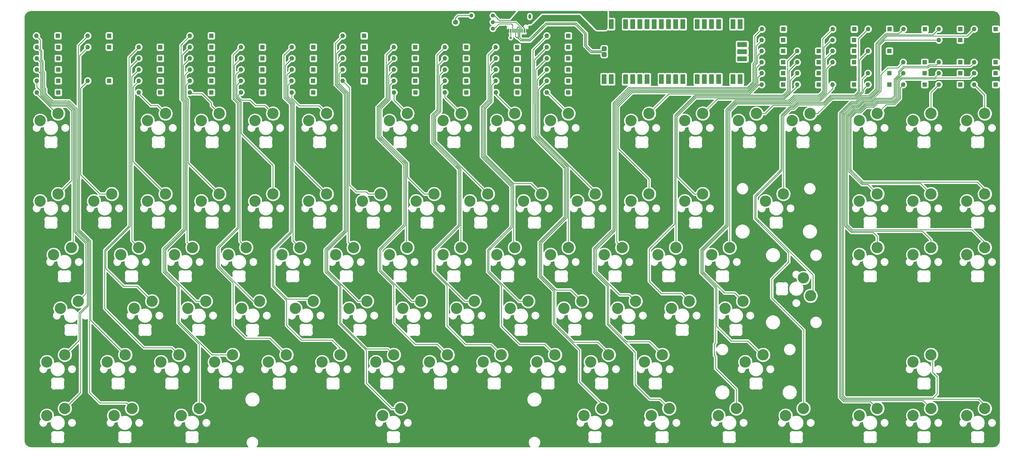
<source format=gtl>
G04 #@! TF.GenerationSoftware,KiCad,Pcbnew,(5.1.10)-1*
G04 #@! TF.CreationDate,2021-10-25T12:05:38+01:00*
G04 #@! TF.ProjectId,ENV_KB_RGB,454e565f-4b42-45f5-9247-422e6b696361,Rev.1*
G04 #@! TF.SameCoordinates,Original*
G04 #@! TF.FileFunction,Copper,L1,Top*
G04 #@! TF.FilePolarity,Positive*
%FSLAX46Y46*%
G04 Gerber Fmt 4.6, Leading zero omitted, Abs format (unit mm)*
G04 Created by KiCad (PCBNEW (5.1.10)-1) date 2021-10-25 12:05:38*
%MOMM*%
%LPD*%
G01*
G04 APERTURE LIST*
G04 #@! TA.AperFunction,ComponentPad*
%ADD10C,4.000000*%
G04 #@! TD*
G04 #@! TA.AperFunction,SMDPad,CuDef*
%ADD11R,0.600000X1.450000*%
G04 #@! TD*
G04 #@! TA.AperFunction,SMDPad,CuDef*
%ADD12R,0.300000X1.450000*%
G04 #@! TD*
G04 #@! TA.AperFunction,ComponentPad*
%ADD13O,1.000000X2.100000*%
G04 #@! TD*
G04 #@! TA.AperFunction,ComponentPad*
%ADD14O,1.000000X1.600000*%
G04 #@! TD*
G04 #@! TA.AperFunction,ComponentPad*
%ADD15O,1.700000X1.700000*%
G04 #@! TD*
G04 #@! TA.AperFunction,SMDPad,CuDef*
%ADD16R,3.500000X1.700000*%
G04 #@! TD*
G04 #@! TA.AperFunction,ComponentPad*
%ADD17R,1.700000X1.700000*%
G04 #@! TD*
G04 #@! TA.AperFunction,SMDPad,CuDef*
%ADD18R,1.700000X3.500000*%
G04 #@! TD*
G04 #@! TA.AperFunction,ComponentPad*
%ADD19O,1.400000X1.400000*%
G04 #@! TD*
G04 #@! TA.AperFunction,ComponentPad*
%ADD20C,1.400000*%
G04 #@! TD*
G04 #@! TA.AperFunction,ComponentPad*
%ADD21C,1.800000*%
G04 #@! TD*
G04 #@! TA.AperFunction,ComponentPad*
%ADD22R,1.800000X1.800000*%
G04 #@! TD*
G04 #@! TA.AperFunction,ComponentPad*
%ADD23C,4.400000*%
G04 #@! TD*
G04 #@! TA.AperFunction,ComponentPad*
%ADD24O,1.600000X1.600000*%
G04 #@! TD*
G04 #@! TA.AperFunction,ComponentPad*
%ADD25R,1.600000X1.600000*%
G04 #@! TD*
G04 #@! TA.AperFunction,ViaPad*
%ADD26C,0.800000*%
G04 #@! TD*
G04 #@! TA.AperFunction,Conductor*
%ADD27C,0.250000*%
G04 #@! TD*
G04 #@! TA.AperFunction,Conductor*
%ADD28C,0.300000*%
G04 #@! TD*
G04 #@! TA.AperFunction,Conductor*
%ADD29C,0.254000*%
G04 #@! TD*
G04 #@! TA.AperFunction,Conductor*
%ADD30C,0.150000*%
G04 #@! TD*
G04 APERTURE END LIST*
D10*
X371527500Y-204020000D03*
X377877500Y-201480000D03*
X352477500Y-204020000D03*
X358827500Y-201480000D03*
X333427500Y-204020000D03*
X339777500Y-201480000D03*
X307233750Y-204020000D03*
X313583750Y-201480000D03*
X283421250Y-204020000D03*
X289771250Y-201480000D03*
X259608750Y-204020000D03*
X265958750Y-201480000D03*
X235796250Y-204020000D03*
X242146250Y-201480000D03*
X164358750Y-204020000D03*
X170708750Y-201480000D03*
X92921250Y-204020000D03*
X99271250Y-201480000D03*
X69108750Y-204020000D03*
X75458750Y-201480000D03*
X45296250Y-204020000D03*
X51646250Y-201480000D03*
X352477500Y-184970000D03*
X358827500Y-182430000D03*
X292946250Y-184970000D03*
X299296250Y-182430000D03*
X257227500Y-184970000D03*
X263577500Y-182430000D03*
X238177500Y-184970000D03*
X244527500Y-182430000D03*
X219127500Y-184970000D03*
X225477500Y-182430000D03*
X200077500Y-184970000D03*
X206427500Y-182430000D03*
X181027500Y-184970000D03*
X187377500Y-182430000D03*
X161977500Y-184970000D03*
X168327500Y-182430000D03*
X142927500Y-184970000D03*
X149277500Y-182430000D03*
X123877500Y-184970000D03*
X130227500Y-182430000D03*
X104827500Y-184970000D03*
X111177500Y-182430000D03*
X85777500Y-184970000D03*
X92127500Y-182430000D03*
X66727500Y-184970000D03*
X73077500Y-182430000D03*
X45296250Y-184970000D03*
X51646250Y-182430000D03*
X313565000Y-155125000D03*
X316105000Y-161475000D03*
X285802500Y-165920000D03*
X292152500Y-163380000D03*
X266752500Y-165920000D03*
X273102500Y-163380000D03*
X247702500Y-165920000D03*
X254052500Y-163380000D03*
X228652500Y-165920000D03*
X235002500Y-163380000D03*
X209602500Y-165920000D03*
X215952500Y-163380000D03*
X190552500Y-165920000D03*
X196902500Y-163380000D03*
X171502500Y-165920000D03*
X177852500Y-163380000D03*
X152452500Y-165920000D03*
X158802500Y-163380000D03*
X133402500Y-165920000D03*
X139752500Y-163380000D03*
X114352500Y-165920000D03*
X120702500Y-163380000D03*
X95302500Y-165920000D03*
X101652500Y-163380000D03*
X76252500Y-165920000D03*
X82602500Y-163380000D03*
X50058750Y-165920000D03*
X56408750Y-163380000D03*
X371527500Y-146870000D03*
X377877500Y-144330000D03*
X352477500Y-146870000D03*
X358827500Y-144330000D03*
X333427500Y-146870000D03*
X339777500Y-144330000D03*
X281040000Y-146870000D03*
X287390000Y-144330000D03*
X261990000Y-146870000D03*
X268340000Y-144330000D03*
X242940000Y-146870000D03*
X249290000Y-144330000D03*
X223890000Y-146870000D03*
X230240000Y-144330000D03*
X204840000Y-146870000D03*
X211190000Y-144330000D03*
X185790000Y-146870000D03*
X192140000Y-144330000D03*
X166740000Y-146870000D03*
X173090000Y-144330000D03*
X147690000Y-146870000D03*
X154040000Y-144330000D03*
X128640000Y-146870000D03*
X134990000Y-144330000D03*
X109590000Y-146870000D03*
X115940000Y-144330000D03*
X90540000Y-146870000D03*
X96890000Y-144330000D03*
X71490000Y-146870000D03*
X77840000Y-144330000D03*
X47677500Y-146870000D03*
X54027500Y-144330000D03*
X371527500Y-127820000D03*
X377877500Y-125280000D03*
X352477500Y-127820000D03*
X358827500Y-125280000D03*
X333427500Y-127820000D03*
X339777500Y-125280000D03*
X300090000Y-127820000D03*
X306440000Y-125280000D03*
X271515000Y-127820000D03*
X277865000Y-125280000D03*
X252465000Y-127820000D03*
X258815000Y-125280000D03*
X233415000Y-127820000D03*
X239765000Y-125280000D03*
X214365000Y-127820000D03*
X220715000Y-125280000D03*
X195315000Y-127820000D03*
X201665000Y-125280000D03*
X176265000Y-127820000D03*
X182615000Y-125280000D03*
X157215000Y-127820000D03*
X163565000Y-125280000D03*
X138165000Y-127820000D03*
X144515000Y-125280000D03*
X119115000Y-127820000D03*
X125465000Y-125280000D03*
X100065000Y-127820000D03*
X106415000Y-125280000D03*
X81015000Y-127820000D03*
X87365000Y-125280000D03*
X61965000Y-127820000D03*
X68315000Y-125280000D03*
X42915000Y-127820000D03*
X49265000Y-125280000D03*
X371527500Y-99245000D03*
X377877500Y-96705000D03*
X352477500Y-99245000D03*
X358827500Y-96705000D03*
X333427500Y-99245000D03*
X339777500Y-96705000D03*
X309615000Y-99245000D03*
X315965000Y-96705000D03*
X290565000Y-99245000D03*
X296915000Y-96705000D03*
X271515000Y-99245000D03*
X277865000Y-96705000D03*
X252465000Y-99245000D03*
X258815000Y-96705000D03*
X223890000Y-99245000D03*
X230240000Y-96705000D03*
X204840000Y-99245000D03*
X211190000Y-96705000D03*
X185790000Y-99245000D03*
X192140000Y-96705000D03*
X166740000Y-99245000D03*
X173090000Y-96705000D03*
X138165000Y-99245000D03*
X144515000Y-96705000D03*
X119115000Y-99245000D03*
X125465000Y-96705000D03*
X100065000Y-99245000D03*
X106415000Y-96705000D03*
X81015000Y-99245000D03*
X87365000Y-96705000D03*
X42915000Y-99245000D03*
X49265000Y-96705000D03*
D11*
X209000000Y-67330000D03*
X215450000Y-67330000D03*
X209775000Y-67330000D03*
X214675000Y-67330000D03*
D12*
X213975000Y-67330000D03*
X210475000Y-67330000D03*
X213475000Y-67330000D03*
X210975000Y-67330000D03*
X212975000Y-67330000D03*
X211475000Y-67330000D03*
X211975000Y-67330000D03*
X212475000Y-67330000D03*
D13*
X216545000Y-66415000D03*
X207905000Y-66415000D03*
D14*
X216545000Y-62235000D03*
X207905000Y-62235000D03*
D15*
X290950000Y-72170000D03*
D16*
X291850000Y-72170000D03*
D17*
X290950000Y-74710000D03*
D16*
X291850000Y-74710000D03*
D15*
X290950000Y-77250000D03*
D16*
X291850000Y-77250000D03*
D18*
X291180000Y-64920000D03*
X288640000Y-64920000D03*
X286100000Y-64920000D03*
X283560000Y-64920000D03*
X281020000Y-64920000D03*
X278480000Y-64920000D03*
X275940000Y-64920000D03*
X273400000Y-64920000D03*
X270860000Y-64920000D03*
X268320000Y-64920000D03*
X265780000Y-64920000D03*
X263240000Y-64920000D03*
X260700000Y-64920000D03*
X258160000Y-64920000D03*
X255620000Y-64920000D03*
X253080000Y-64920000D03*
X250540000Y-64920000D03*
X248000000Y-64920000D03*
X245460000Y-64920000D03*
X242920000Y-64920000D03*
X291180000Y-84500000D03*
X288640000Y-84500000D03*
X286100000Y-84500000D03*
X283560000Y-84500000D03*
X281020000Y-84500000D03*
X278480000Y-84500000D03*
X275940000Y-84500000D03*
X273400000Y-84500000D03*
X270860000Y-84500000D03*
X268320000Y-84500000D03*
X265780000Y-84500000D03*
X263240000Y-84500000D03*
X260700000Y-84500000D03*
X258160000Y-84500000D03*
X255620000Y-84500000D03*
X253080000Y-84500000D03*
X250540000Y-84500000D03*
X248000000Y-84500000D03*
X245460000Y-84500000D03*
X242920000Y-84500000D03*
D15*
X242920000Y-65820000D03*
X245460000Y-65820000D03*
D17*
X248000000Y-65820000D03*
D15*
X250540000Y-65820000D03*
X253080000Y-65820000D03*
X255620000Y-65820000D03*
X258160000Y-65820000D03*
D17*
X260700000Y-65820000D03*
D15*
X263240000Y-65820000D03*
X265780000Y-65820000D03*
X268320000Y-65820000D03*
X270860000Y-65820000D03*
D17*
X273400000Y-65820000D03*
D15*
X275940000Y-65820000D03*
X278480000Y-65820000D03*
X281020000Y-65820000D03*
X283560000Y-65820000D03*
D17*
X286100000Y-65820000D03*
D15*
X288640000Y-65820000D03*
X291180000Y-65820000D03*
X291180000Y-83600000D03*
X288640000Y-83600000D03*
D17*
X286100000Y-83600000D03*
D15*
X283560000Y-83600000D03*
X281020000Y-83600000D03*
X278480000Y-83600000D03*
X275940000Y-83600000D03*
D17*
X273400000Y-83600000D03*
D15*
X270860000Y-83600000D03*
X268320000Y-83600000D03*
X265780000Y-83600000D03*
X263240000Y-83600000D03*
D17*
X260700000Y-83600000D03*
D15*
X258160000Y-83600000D03*
X255620000Y-83600000D03*
X253080000Y-83600000D03*
X250540000Y-83600000D03*
D17*
X248000000Y-83600000D03*
D15*
X245460000Y-83600000D03*
X242920000Y-83600000D03*
G04 #@! TA.AperFunction,ConnectorPad*
G36*
G01*
X246137500Y-75585000D02*
X245262500Y-75585000D01*
G75*
G02*
X244825000Y-75147500I0J437500D01*
G01*
X244825000Y-74272500D01*
G75*
G02*
X245262500Y-73835000I437500J0D01*
G01*
X246137500Y-73835000D01*
G75*
G02*
X246575000Y-74272500I0J-437500D01*
G01*
X246575000Y-75147500D01*
G75*
G02*
X246137500Y-75585000I-437500J0D01*
G01*
G37*
G04 #@! TD.AperFunction*
G04 #@! TA.AperFunction,ComponentPad*
G36*
G01*
X243362500Y-76601000D02*
X242487500Y-76601000D01*
G75*
G02*
X242050000Y-76163500I0J437500D01*
G01*
X242050000Y-75288500D01*
G75*
G02*
X242487500Y-74851000I437500J0D01*
G01*
X243362500Y-74851000D01*
G75*
G02*
X243800000Y-75288500I0J-437500D01*
G01*
X243800000Y-76163500D01*
G75*
G02*
X243362500Y-76601000I-437500J0D01*
G01*
G37*
G04 #@! TD.AperFunction*
G04 #@! TA.AperFunction,ComponentPad*
G36*
G01*
X243362500Y-74569000D02*
X242487500Y-74569000D01*
G75*
G02*
X242050000Y-74131500I0J437500D01*
G01*
X242050000Y-73256500D01*
G75*
G02*
X242487500Y-72819000I437500J0D01*
G01*
X243362500Y-72819000D01*
G75*
G02*
X243800000Y-73256500I0J-437500D01*
G01*
X243800000Y-74131500D01*
G75*
G02*
X243362500Y-74569000I-437500J0D01*
G01*
G37*
G04 #@! TD.AperFunction*
D19*
X195817000Y-61905000D03*
D20*
X203437000Y-61905000D03*
D19*
X203437000Y-64230000D03*
D20*
X195817000Y-64230000D03*
D19*
X195817000Y-66555000D03*
D20*
X203437000Y-66555000D03*
D21*
X190239000Y-64232000D03*
D22*
X192779000Y-64232000D03*
D23*
X379667000Y-193405000D03*
X376075000Y-116060000D03*
X48375000Y-116085000D03*
X209225000Y-210185000D03*
X212225000Y-116085000D03*
X325267000Y-209905000D03*
X40167000Y-196305000D03*
X377867000Y-62705000D03*
X41267000Y-63405000D03*
D24*
X374155000Y-66685000D03*
D25*
X381775000Y-66685000D03*
D24*
X361605000Y-66685000D03*
D25*
X369225000Y-66685000D03*
D24*
X349055000Y-66685000D03*
D25*
X356675000Y-66685000D03*
D24*
X336505000Y-66685000D03*
D25*
X344125000Y-66685000D03*
D24*
X323955000Y-66685000D03*
D25*
X331575000Y-66685000D03*
D24*
X298855000Y-66685000D03*
D25*
X306475000Y-66685000D03*
D24*
X222580000Y-69100000D03*
D25*
X230200000Y-69100000D03*
D24*
X150180000Y-69100000D03*
D25*
X157800000Y-69100000D03*
D24*
X95980000Y-69100000D03*
D25*
X103600000Y-69100000D03*
D24*
X59780000Y-69100000D03*
D25*
X67400000Y-69100000D03*
D24*
X41580000Y-69100000D03*
D25*
X49200000Y-69100000D03*
D24*
X361580000Y-70600000D03*
D25*
X369200000Y-70600000D03*
D24*
X323880000Y-70600000D03*
D25*
X331500000Y-70600000D03*
D24*
X298780000Y-70600000D03*
D25*
X306400000Y-70600000D03*
D24*
X222580000Y-73100000D03*
D25*
X230200000Y-73100000D03*
D24*
X204480000Y-73100000D03*
D25*
X212100000Y-73100000D03*
D24*
X186380000Y-73100000D03*
D25*
X194000000Y-73100000D03*
D24*
X168280000Y-73100000D03*
D25*
X175900000Y-73100000D03*
D24*
X150180000Y-73100000D03*
D25*
X157800000Y-73100000D03*
D24*
X132180000Y-73100000D03*
D25*
X139800000Y-73100000D03*
D24*
X114080000Y-73100000D03*
D25*
X121700000Y-73100000D03*
D24*
X95980000Y-73100000D03*
D25*
X103600000Y-73100000D03*
D24*
X77880000Y-73100000D03*
D25*
X85500000Y-73100000D03*
D24*
X59780000Y-73100000D03*
D25*
X67400000Y-73100000D03*
D24*
X41680000Y-73100000D03*
D25*
X49300000Y-73100000D03*
D24*
X336480000Y-74500000D03*
D25*
X344100000Y-74500000D03*
D24*
X323880000Y-74500000D03*
D25*
X331500000Y-74500000D03*
D24*
X311380000Y-74500000D03*
D25*
X319000000Y-74500000D03*
D24*
X298780000Y-74500000D03*
D25*
X306400000Y-74500000D03*
D24*
X222580000Y-77100000D03*
D25*
X230200000Y-77100000D03*
D24*
X204480000Y-77100000D03*
D25*
X212100000Y-77100000D03*
D24*
X186380000Y-77100000D03*
D25*
X194000000Y-77100000D03*
D24*
X168280000Y-77100000D03*
D25*
X175900000Y-77100000D03*
D24*
X150180000Y-77100000D03*
D25*
X157800000Y-77100000D03*
D24*
X132180000Y-77100000D03*
D25*
X139800000Y-77100000D03*
D24*
X114080000Y-77100000D03*
D25*
X121700000Y-77100000D03*
D24*
X95980000Y-77100000D03*
D25*
X103600000Y-77100000D03*
D24*
X77880000Y-77100000D03*
D25*
X85500000Y-77100000D03*
D24*
X41680000Y-77100000D03*
D25*
X49300000Y-77100000D03*
D24*
X374080000Y-78500000D03*
D25*
X381700000Y-78500000D03*
D24*
X361580000Y-78500000D03*
D25*
X369200000Y-78500000D03*
D24*
X348980000Y-78500000D03*
D25*
X356600000Y-78500000D03*
D24*
X323880000Y-78500000D03*
D25*
X331500000Y-78500000D03*
D24*
X311380000Y-78500000D03*
D25*
X319000000Y-78500000D03*
D24*
X298780000Y-78500000D03*
D25*
X306400000Y-78500000D03*
D24*
X222580000Y-81100000D03*
D25*
X230200000Y-81100000D03*
D24*
X204480000Y-81100000D03*
D25*
X212100000Y-81100000D03*
D24*
X186380000Y-81100000D03*
D25*
X194000000Y-81100000D03*
D24*
X168280000Y-81100000D03*
D25*
X175900000Y-81100000D03*
D24*
X150180000Y-81100000D03*
D25*
X157800000Y-81100000D03*
D24*
X132180000Y-81100000D03*
D25*
X139800000Y-81100000D03*
D24*
X114080000Y-81100000D03*
D25*
X121700000Y-81100000D03*
D24*
X95980000Y-81100000D03*
D25*
X103600000Y-81100000D03*
D24*
X77880000Y-81100000D03*
D25*
X85500000Y-81100000D03*
D24*
X41680000Y-81100000D03*
D25*
X49300000Y-81100000D03*
D24*
X374080000Y-82400000D03*
D25*
X381700000Y-82400000D03*
D24*
X361580000Y-82400000D03*
D25*
X369200000Y-82400000D03*
D24*
X348980000Y-82400000D03*
D25*
X356600000Y-82400000D03*
D24*
X336480000Y-82400000D03*
D25*
X344100000Y-82400000D03*
D24*
X311380000Y-82400000D03*
D25*
X319000000Y-82400000D03*
D24*
X298780000Y-82400000D03*
D25*
X306400000Y-82400000D03*
D24*
X222580000Y-85100000D03*
D25*
X230200000Y-85100000D03*
D24*
X204480000Y-85100000D03*
D25*
X212100000Y-85100000D03*
D24*
X186380000Y-85100000D03*
D25*
X194000000Y-85100000D03*
D24*
X168280000Y-85100000D03*
D25*
X175900000Y-85100000D03*
D24*
X150180000Y-85100000D03*
D25*
X157800000Y-85100000D03*
D24*
X132080000Y-85100000D03*
D25*
X139700000Y-85100000D03*
D24*
X114080000Y-85100000D03*
D25*
X121700000Y-85100000D03*
D24*
X95980000Y-85100000D03*
D25*
X103600000Y-85100000D03*
D24*
X77880000Y-85100000D03*
D25*
X85500000Y-85100000D03*
D24*
X59780000Y-85100000D03*
D25*
X67400000Y-85100000D03*
D24*
X41680000Y-85100000D03*
D25*
X49300000Y-85100000D03*
D24*
X374080000Y-86400000D03*
D25*
X381700000Y-86400000D03*
D24*
X361580000Y-86400000D03*
D25*
X369200000Y-86400000D03*
D24*
X348980000Y-86400000D03*
D25*
X356600000Y-86400000D03*
D24*
X336480000Y-86400000D03*
D25*
X344100000Y-86400000D03*
D24*
X323880000Y-86400000D03*
D25*
X331500000Y-86400000D03*
D24*
X311380000Y-86400000D03*
D25*
X319000000Y-86400000D03*
D24*
X298780000Y-86400000D03*
D25*
X306400000Y-86400000D03*
D24*
X222605000Y-89185000D03*
D25*
X230225000Y-89185000D03*
D24*
X204505000Y-89185000D03*
D25*
X212125000Y-89185000D03*
D24*
X186405000Y-89185000D03*
D25*
X194025000Y-89185000D03*
D24*
X168345000Y-89185000D03*
D25*
X175965000Y-89185000D03*
D24*
X132155000Y-89185000D03*
D25*
X139775000Y-89185000D03*
D24*
X114105000Y-89185000D03*
D25*
X121725000Y-89185000D03*
D24*
X96005000Y-89185000D03*
D25*
X103625000Y-89185000D03*
D24*
X77905000Y-89185000D03*
D25*
X85525000Y-89185000D03*
D24*
X41705000Y-89185000D03*
D25*
X49325000Y-89185000D03*
G04 #@! TA.AperFunction,ComponentPad*
G36*
G01*
X243362500Y-74569000D02*
X242487500Y-74569000D01*
G75*
G02*
X242050000Y-74131500I0J437500D01*
G01*
X242050000Y-73256500D01*
G75*
G02*
X242487500Y-72819000I437500J0D01*
G01*
X243362500Y-72819000D01*
G75*
G02*
X243800000Y-73256500I0J-437500D01*
G01*
X243800000Y-74131500D01*
G75*
G02*
X243362500Y-74569000I-437500J0D01*
G01*
G37*
G04 #@! TD.AperFunction*
G04 #@! TA.AperFunction,ComponentPad*
G36*
G01*
X243362500Y-76601000D02*
X242487500Y-76601000D01*
G75*
G02*
X242050000Y-76163500I0J437500D01*
G01*
X242050000Y-75288500D01*
G75*
G02*
X242487500Y-74851000I437500J0D01*
G01*
X243362500Y-74851000D01*
G75*
G02*
X243800000Y-75288500I0J-437500D01*
G01*
X243800000Y-76163500D01*
G75*
G02*
X243362500Y-76601000I-437500J0D01*
G01*
G37*
G04 #@! TD.AperFunction*
G04 #@! TA.AperFunction,ConnectorPad*
G36*
G01*
X246137500Y-75585000D02*
X245262500Y-75585000D01*
G75*
G02*
X244825000Y-75147500I0J437500D01*
G01*
X244825000Y-74272500D01*
G75*
G02*
X245262500Y-73835000I437500J0D01*
G01*
X246137500Y-73835000D01*
G75*
G02*
X246575000Y-74272500I0J-437500D01*
G01*
X246575000Y-75147500D01*
G75*
G02*
X246137500Y-75585000I-437500J0D01*
G01*
G37*
G04 #@! TD.AperFunction*
D15*
X242920000Y-83600000D03*
X245460000Y-83600000D03*
D17*
X248000000Y-83600000D03*
D15*
X250540000Y-83600000D03*
X253080000Y-83600000D03*
X255620000Y-83600000D03*
X258160000Y-83600000D03*
D17*
X260700000Y-83600000D03*
D15*
X263240000Y-83600000D03*
X265780000Y-83600000D03*
X268320000Y-83600000D03*
X270860000Y-83600000D03*
D17*
X273400000Y-83600000D03*
D15*
X275940000Y-83600000D03*
X278480000Y-83600000D03*
X281020000Y-83600000D03*
X283560000Y-83600000D03*
D17*
X286100000Y-83600000D03*
D15*
X288640000Y-83600000D03*
X291180000Y-83600000D03*
X291180000Y-65820000D03*
X288640000Y-65820000D03*
D17*
X286100000Y-65820000D03*
D15*
X283560000Y-65820000D03*
X281020000Y-65820000D03*
X278480000Y-65820000D03*
X275940000Y-65820000D03*
D17*
X273400000Y-65820000D03*
D15*
X270860000Y-65820000D03*
X268320000Y-65820000D03*
X265780000Y-65820000D03*
X263240000Y-65820000D03*
D17*
X260700000Y-65820000D03*
D15*
X258160000Y-65820000D03*
X255620000Y-65820000D03*
X253080000Y-65820000D03*
X250540000Y-65820000D03*
D17*
X248000000Y-65820000D03*
D15*
X245460000Y-65820000D03*
X242920000Y-65820000D03*
D18*
X242920000Y-84500000D03*
X245460000Y-84500000D03*
X248000000Y-84500000D03*
X250540000Y-84500000D03*
X253080000Y-84500000D03*
X255620000Y-84500000D03*
X258160000Y-84500000D03*
X260700000Y-84500000D03*
X263240000Y-84500000D03*
X265780000Y-84500000D03*
X268320000Y-84500000D03*
X270860000Y-84500000D03*
X273400000Y-84500000D03*
X275940000Y-84500000D03*
X278480000Y-84500000D03*
X281020000Y-84500000D03*
X283560000Y-84500000D03*
X286100000Y-84500000D03*
X288640000Y-84500000D03*
X291180000Y-84500000D03*
X242920000Y-64920000D03*
X245460000Y-64920000D03*
X248000000Y-64920000D03*
X250540000Y-64920000D03*
X253080000Y-64920000D03*
X255620000Y-64920000D03*
X258160000Y-64920000D03*
X260700000Y-64920000D03*
X263240000Y-64920000D03*
X265780000Y-64920000D03*
X268320000Y-64920000D03*
X270860000Y-64920000D03*
X273400000Y-64920000D03*
X275940000Y-64920000D03*
X278480000Y-64920000D03*
X281020000Y-64920000D03*
X283560000Y-64920000D03*
X286100000Y-64920000D03*
X288640000Y-64920000D03*
X291180000Y-64920000D03*
D16*
X291850000Y-77250000D03*
D15*
X290950000Y-77250000D03*
D16*
X291850000Y-74710000D03*
D17*
X290950000Y-74710000D03*
D16*
X291850000Y-72170000D03*
D15*
X290950000Y-72170000D03*
D26*
X209775000Y-69800000D03*
X214288800Y-64345400D03*
X355580000Y-73740000D03*
X377350000Y-80490000D03*
X377490000Y-84270000D03*
D27*
X41705000Y-89685000D02*
X48725000Y-96705000D01*
X48725000Y-96705000D02*
X49265000Y-96705000D01*
X41705000Y-89185000D02*
X41705000Y-89685000D01*
X82125000Y-93905000D02*
X77905000Y-89685000D01*
X84565000Y-93905000D02*
X82125000Y-93905000D01*
X87365000Y-96705000D02*
X84565000Y-93905000D01*
X96505000Y-89685000D02*
X96005000Y-89185000D01*
X100347000Y-89685000D02*
X96505000Y-89685000D01*
X103592000Y-93882000D02*
X103592000Y-92930000D01*
X106415000Y-96705000D02*
X103592000Y-93882000D01*
X103592000Y-92930000D02*
X100347000Y-89685000D01*
X114345000Y-91955000D02*
X114331410Y-91955000D01*
X114345000Y-91955000D02*
X114105000Y-91715000D01*
X114331410Y-91955000D02*
X113125010Y-90748600D01*
X113125010Y-90164990D02*
X114105000Y-89185000D01*
X113125010Y-90748600D02*
X113125010Y-90164990D01*
X117317000Y-91955000D02*
X114345000Y-91955000D01*
X122665000Y-93905000D02*
X125465000Y-96705000D01*
X119267000Y-93905000D02*
X122665000Y-93905000D01*
X119267000Y-93905000D02*
X117317000Y-91955000D01*
X132155000Y-91315000D02*
X134825000Y-93985000D01*
X132155000Y-89685000D02*
X132155000Y-91315000D01*
X139337000Y-93985000D02*
X141795000Y-93985000D01*
X134825000Y-93985000D02*
X139337000Y-93985000D01*
X141795000Y-93985000D02*
X144515000Y-96705000D01*
X168345000Y-91960000D02*
X168345000Y-89185000D01*
X173090000Y-96705000D02*
X168345000Y-91960000D01*
X186405000Y-90970000D02*
X186405000Y-89685000D01*
X186405000Y-90970000D02*
X186405000Y-89185000D01*
X192140000Y-96705000D02*
X186405000Y-90970000D01*
X298575000Y-86435000D02*
X298855000Y-86435000D01*
X297857050Y-86435000D02*
X298855000Y-86435000D01*
X294592059Y-89699991D02*
X297857050Y-86435000D01*
X274739991Y-89699991D02*
X294592059Y-89699991D01*
X274739989Y-89699989D02*
X274739991Y-89699991D01*
X265820011Y-89699989D02*
X274739989Y-89699989D01*
X258815000Y-96705000D02*
X265820011Y-89699989D01*
X311405000Y-87014230D02*
X311405000Y-86435000D01*
X306909318Y-91509912D02*
X311405000Y-87014230D01*
X283060088Y-91509912D02*
X306909318Y-91509912D01*
X277865000Y-96705000D02*
X283060088Y-91509912D01*
X309562033Y-93759967D02*
X302852033Y-93759967D01*
X311140000Y-92182000D02*
X309562033Y-93759967D01*
X323955000Y-87841410D02*
X319614410Y-92182000D01*
X323955000Y-86435000D02*
X323955000Y-87841410D01*
X319614410Y-92182000D02*
X311140000Y-92182000D01*
X299907000Y-96705000D02*
X302852033Y-93759967D01*
X296915000Y-96705000D02*
X299907000Y-96705000D01*
X334825040Y-88114960D02*
X336505000Y-86435000D01*
X332360147Y-91505000D02*
X334825040Y-89040107D01*
X323804205Y-91505000D02*
X332360147Y-91505000D01*
X318604205Y-96705000D02*
X323804205Y-91505000D01*
X334825040Y-89040107D02*
X334825040Y-88114960D01*
X315965000Y-96705000D02*
X318604205Y-96705000D01*
X342977453Y-93505047D02*
X339777500Y-96705000D01*
X345903364Y-93505046D02*
X342977453Y-93505047D01*
X347992000Y-91416410D02*
X345903364Y-93505046D01*
X347992000Y-87498000D02*
X347992000Y-91416410D01*
X349055000Y-86435000D02*
X347992000Y-87498000D01*
X358827500Y-89212500D02*
X361605000Y-86435000D01*
X358827500Y-96705000D02*
X358827500Y-89212500D01*
X377877500Y-90157500D02*
X374155000Y-86435000D01*
X377877500Y-96705000D02*
X377877500Y-90157500D01*
X43045000Y-90388593D02*
X46691396Y-94034989D01*
X41705000Y-85185000D02*
X41705000Y-87295001D01*
X41705000Y-87295001D02*
X43045000Y-88635001D01*
X43045000Y-88635001D02*
X43045000Y-90388593D01*
X46691396Y-94034989D02*
X52392545Y-94034989D01*
X52392545Y-94034989D02*
X54116956Y-95759400D01*
X54116956Y-95759400D02*
X54116956Y-120428044D01*
X54116956Y-120428044D02*
X49265000Y-125280000D01*
X57322920Y-87667080D02*
X59805000Y-85185000D01*
X57322920Y-87667080D02*
X57322920Y-94910920D01*
X57322920Y-94910920D02*
X57322920Y-118510920D01*
X57322920Y-94910920D02*
X57322920Y-95060920D01*
X64092000Y-125280000D02*
X68315000Y-125280000D01*
X57322920Y-118510920D02*
X64092000Y-125280000D01*
X75936000Y-87154000D02*
X77905000Y-85185000D01*
X75936000Y-91594000D02*
X75936000Y-91420000D01*
X75936000Y-91594000D02*
X75936000Y-87154000D01*
X75878010Y-91651990D02*
X75936000Y-91594000D01*
X75878010Y-113793010D02*
X75878010Y-91651990D01*
X87365000Y-125280000D02*
X75878010Y-113793010D01*
X95494000Y-94214000D02*
X95494000Y-94354000D01*
X94625000Y-86565000D02*
X96005000Y-85185000D01*
X94625000Y-90935000D02*
X94625000Y-86565000D01*
X95475000Y-91785000D02*
X94625000Y-90935000D01*
X95494000Y-91785000D02*
X95475000Y-91785000D01*
X95494000Y-94354000D02*
X95494000Y-91785000D01*
X95436010Y-114301010D02*
X106415000Y-125280000D01*
X95436010Y-94411990D02*
X95436010Y-114301010D01*
X95494000Y-94354000D02*
X95436010Y-94411990D01*
X112675000Y-86615000D02*
X114105000Y-85185000D01*
X112675000Y-90935000D02*
X112675000Y-86615000D01*
X114175010Y-92435010D02*
X112675000Y-90935000D01*
X114175010Y-92435010D02*
X114175010Y-103813010D01*
X125465000Y-115103000D02*
X125465000Y-125280000D01*
X114175010Y-103813010D02*
X125465000Y-115103000D01*
X133025000Y-113790000D02*
X144515000Y-125280000D01*
X130775000Y-90585000D02*
X133025000Y-92835000D01*
X133025000Y-92835000D02*
X133025000Y-113790000D01*
X130775000Y-86565000D02*
X130775000Y-90585000D01*
X132155000Y-85185000D02*
X130775000Y-86565000D01*
X152586010Y-122124010D02*
X152586010Y-87526010D01*
X155017000Y-124555000D02*
X152586010Y-122124010D01*
X158567000Y-124555000D02*
X155017000Y-124555000D01*
X152586010Y-87526010D02*
X150245000Y-85185000D01*
X159292000Y-125280000D02*
X158567000Y-124555000D01*
X163565000Y-125280000D02*
X159292000Y-125280000D01*
X166925000Y-86595000D02*
X168335000Y-85185000D01*
X166925000Y-91735000D02*
X166925000Y-91522000D01*
X166925000Y-91522000D02*
X166925000Y-86595000D01*
X166924999Y-91735001D02*
X166925000Y-91522000D01*
X163692000Y-94968000D02*
X166924999Y-91735001D01*
X173217010Y-114280010D02*
X163692000Y-104755000D01*
X173217010Y-119405000D02*
X173217010Y-114280010D01*
X179092010Y-125280000D02*
X173217010Y-119405000D01*
X163692000Y-104755000D02*
X163692000Y-94968000D01*
X182615000Y-125280000D02*
X179092010Y-125280000D01*
X201665000Y-125103000D02*
X201665000Y-125280000D01*
X183142000Y-106580000D02*
X201665000Y-125103000D01*
X183142000Y-97805000D02*
X183142000Y-106580000D01*
X184975000Y-95972000D02*
X183142000Y-97805000D01*
X184975000Y-86615000D02*
X184975000Y-95972000D01*
X186405000Y-85185000D02*
X184975000Y-86615000D01*
X216990000Y-121555000D02*
X220715000Y-125280000D01*
X210792000Y-121555000D02*
X216990000Y-121555000D01*
X200725000Y-94885000D02*
X200725000Y-111488000D01*
X203125000Y-92485000D02*
X200725000Y-94885000D01*
X200725000Y-111488000D02*
X210792000Y-121555000D01*
X203125000Y-86565000D02*
X203125000Y-92485000D01*
X204505000Y-85185000D02*
X203125000Y-86565000D01*
X219625000Y-88165000D02*
X222605000Y-85185000D01*
X219625000Y-88165000D02*
X219625000Y-104363000D01*
X239765000Y-124503000D02*
X239765000Y-125280000D01*
X219625000Y-104363000D02*
X239765000Y-124503000D01*
X293924999Y-89249979D02*
X293925000Y-89249978D01*
X294405660Y-89249980D02*
X297425040Y-86230600D01*
X293760021Y-89249979D02*
X294405660Y-89249980D01*
X293760021Y-89249979D02*
X293924999Y-89249979D01*
X297425040Y-83914960D02*
X298855000Y-82485000D01*
X297425040Y-86230600D02*
X297425040Y-83914960D01*
X247894000Y-109082000D02*
X258815000Y-120003000D01*
X247894000Y-94214000D02*
X247894000Y-109082000D01*
X252848143Y-89259857D02*
X247894000Y-94214000D01*
X252860021Y-89249979D02*
X252850143Y-89259857D01*
X258815000Y-120003000D02*
X258815000Y-125280000D01*
X252850143Y-89259857D02*
X252848143Y-89259857D01*
X293760021Y-89249979D02*
X252860021Y-89249979D01*
X308925019Y-84964981D02*
X311405000Y-82485000D01*
X308925019Y-88857801D02*
X308925019Y-84964981D01*
X306732800Y-91050020D02*
X308925019Y-88857801D01*
X275421980Y-91050020D02*
X306732800Y-91050020D01*
X268817000Y-97655000D02*
X275421980Y-91050020D01*
X268817000Y-119205000D02*
X268817000Y-97655000D01*
X274892000Y-125280000D02*
X268817000Y-119205000D01*
X277865000Y-125280000D02*
X274892000Y-125280000D01*
X306517000Y-125203000D02*
X306440000Y-125280000D01*
X309112002Y-95109998D02*
X306517000Y-97705000D01*
X310246821Y-95109998D02*
X309112002Y-95109998D01*
X311751819Y-93605000D02*
X310246821Y-95109998D01*
X332153115Y-91055000D02*
X323611000Y-91055000D01*
X323611000Y-91055000D02*
X321061000Y-93605000D01*
X334375030Y-88833085D02*
X332153115Y-91055000D01*
X306517000Y-97705000D02*
X306517000Y-125203000D01*
X334375030Y-84614970D02*
X334375030Y-88833085D01*
X321061000Y-93605000D02*
X311751819Y-93605000D01*
X336505000Y-82485000D02*
X334375030Y-84614970D01*
X346624978Y-84915022D02*
X349055000Y-82485000D01*
X345319326Y-92155018D02*
X346624978Y-90849366D01*
X339541982Y-92155018D02*
X345319326Y-92155018D01*
X338161988Y-93535012D02*
X339541982Y-92155018D01*
X337886988Y-93535012D02*
X338161988Y-93535012D01*
X337886983Y-93535017D02*
X337886988Y-93535012D01*
X346624978Y-90849366D02*
X346624978Y-84915022D01*
X335511983Y-93535017D02*
X337886983Y-93535017D01*
X333486930Y-95560070D02*
X335511983Y-93535017D01*
X331936930Y-95560070D02*
X333486930Y-95560070D01*
X336427521Y-121930021D02*
X339777500Y-125280000D01*
X334319200Y-121930021D02*
X336427521Y-121930021D01*
X329516980Y-117127801D02*
X334319200Y-121930021D01*
X329516979Y-97782200D02*
X329516980Y-117127801D01*
X331739109Y-95560070D02*
X329516979Y-97782200D01*
X331936930Y-95560070D02*
X331739109Y-95560070D01*
X360105000Y-83985000D02*
X361605000Y-82485000D01*
X348191409Y-83985000D02*
X360105000Y-83985000D01*
X347074989Y-85101420D02*
X348191409Y-83985000D01*
X347074989Y-91035765D02*
X347074989Y-85101420D01*
X345505727Y-92605027D02*
X347074989Y-91035765D01*
X339728383Y-92605027D02*
X345505727Y-92605027D01*
X337836978Y-93985022D02*
X338348389Y-93985021D01*
X337836976Y-93985024D02*
X337836978Y-93985022D01*
X338348389Y-93985021D02*
X339728383Y-92605027D01*
X336677666Y-93985024D02*
X337836976Y-93985024D01*
X336677666Y-93985024D02*
X335698386Y-93985024D01*
X335698386Y-93985024D02*
X333673330Y-96010080D01*
X333673330Y-96010080D02*
X332322080Y-96010080D01*
X329966989Y-97968600D02*
X329966989Y-116941400D01*
X332322080Y-96010080D02*
X331925510Y-96010079D01*
X334505600Y-121480011D02*
X355027511Y-121480011D01*
X331925510Y-96010079D02*
X329966989Y-97968600D01*
X355027511Y-121480011D02*
X358827500Y-125280000D01*
X329966989Y-116941400D02*
X334505600Y-121480011D01*
X334692000Y-121030000D02*
X375242000Y-121030000D01*
X330417000Y-98155000D02*
X330417000Y-116755000D01*
X335884782Y-94435038D02*
X333859730Y-96460090D01*
X338036962Y-94435038D02*
X335884782Y-94435038D01*
X332111910Y-96460090D02*
X330417000Y-98155000D01*
X338036970Y-94435030D02*
X338036962Y-94435038D01*
X330417000Y-116755000D02*
X334692000Y-121030000D01*
X338534790Y-94435030D02*
X338036970Y-94435030D01*
X339914783Y-93055037D02*
X338534790Y-94435030D01*
X375242000Y-121030000D02*
X377877500Y-123665500D01*
X347525000Y-85287820D02*
X347525000Y-91247000D01*
X377877500Y-123665500D02*
X377877500Y-125280000D01*
X347525000Y-91247000D02*
X345716963Y-93055037D01*
X333859730Y-96460090D02*
X332111910Y-96460090D01*
X345716963Y-93055037D02*
X339914783Y-93055037D01*
X374155000Y-82485000D02*
X372555000Y-84085000D01*
X372555000Y-84085000D02*
X360641410Y-84085000D01*
X360641410Y-84085000D02*
X360291401Y-84435009D01*
X348377810Y-84435010D02*
X347525000Y-85287820D01*
X360291401Y-84435009D02*
X348377810Y-84435010D01*
X52661528Y-93584978D02*
X54566967Y-95490417D01*
X43495011Y-90202193D02*
X46877796Y-93584978D01*
X41705000Y-81185000D02*
X43035000Y-82515000D01*
X46877796Y-93584978D02*
X52661528Y-93584978D01*
X43035000Y-82515000D02*
X43035000Y-87988590D01*
X54566967Y-95490417D02*
X54566967Y-143790533D01*
X43035000Y-87988590D02*
X43495011Y-88448600D01*
X43495011Y-88448600D02*
X43495011Y-90202193D01*
X54566967Y-143790533D02*
X54027500Y-144330000D01*
X75428000Y-83662000D02*
X77905000Y-81185000D01*
X75428000Y-91156000D02*
X75428000Y-91016000D01*
X75428000Y-91016000D02*
X75428000Y-83662000D01*
X75428000Y-141918000D02*
X77840000Y-144330000D01*
X75428000Y-91016000D02*
X75428000Y-141918000D01*
X94174990Y-83015010D02*
X96005000Y-81185000D01*
X94174990Y-83015010D02*
X94265000Y-82925000D01*
X94174990Y-91121400D02*
X94174990Y-83015010D01*
X94986000Y-91932410D02*
X94174990Y-91121400D01*
X94986000Y-142426000D02*
X96890000Y-144330000D01*
X94986000Y-91932410D02*
X94986000Y-142426000D01*
X113725000Y-93585000D02*
X113725000Y-93371580D01*
X113975000Y-81185000D02*
X114105000Y-81185000D01*
X112224990Y-82935010D02*
X113975000Y-81185000D01*
X112224990Y-91121400D02*
X112224990Y-82935010D01*
X113725000Y-92621410D02*
X112224990Y-91121400D01*
X113725000Y-93585000D02*
X113725000Y-92621410D01*
X113725000Y-142115000D02*
X115940000Y-144330000D01*
X113725000Y-93585000D02*
X113725000Y-142115000D01*
X132574990Y-93021400D02*
X132574991Y-95849401D01*
X130324990Y-90771400D02*
X132574990Y-93021400D01*
X130324990Y-83065010D02*
X130324990Y-90771400D01*
X132205000Y-81185000D02*
X130324990Y-83065010D01*
X132574991Y-141914991D02*
X134990000Y-144330000D01*
X132574991Y-95849401D02*
X132574991Y-141914991D01*
X148875000Y-82515000D02*
X150205000Y-81185000D01*
X148875000Y-85935000D02*
X148875000Y-82515000D01*
X152136000Y-89196000D02*
X148875000Y-85935000D01*
X152136000Y-142426000D02*
X154040000Y-144330000D01*
X152136000Y-89196000D02*
X152136000Y-142426000D01*
X166474990Y-83015010D02*
X166474990Y-91548600D01*
X168305000Y-81185000D02*
X166474990Y-83015010D01*
X163241990Y-94781600D02*
X163241990Y-104941400D01*
X163292795Y-94730795D02*
X163241990Y-94781600D01*
X166474990Y-91548600D02*
X163292795Y-94730795D01*
X163241990Y-104941400D02*
X172767000Y-114466410D01*
X172767000Y-144007000D02*
X173090000Y-144330000D01*
X172767000Y-114466410D02*
X172767000Y-144007000D01*
X184524990Y-83065010D02*
X186405000Y-81185000D01*
X184524990Y-83065010D02*
X184660000Y-82930000D01*
X192117000Y-144307000D02*
X192140000Y-144330000D01*
X192117000Y-116191410D02*
X192117000Y-144307000D01*
X182691991Y-106766401D02*
X192117000Y-116191410D01*
X182691990Y-97618600D02*
X182691991Y-106766401D01*
X184524990Y-95785600D02*
X182691990Y-97618600D01*
X184524990Y-83065010D02*
X184524990Y-95785600D01*
X210792000Y-143932000D02*
X211190000Y-144330000D01*
X210792000Y-122191410D02*
X210792000Y-143932000D01*
X200274991Y-111674401D02*
X210792000Y-122191410D01*
X200274990Y-94698600D02*
X200274991Y-111674401D01*
X202674990Y-92298600D02*
X200274990Y-94698600D01*
X202674990Y-83015010D02*
X202674990Y-92298600D01*
X204505000Y-81185000D02*
X202674990Y-83015010D01*
X222605000Y-81185000D02*
X219174991Y-84615009D01*
X219174991Y-84615009D02*
X219174991Y-104549401D01*
X219174991Y-104549401D02*
X230192000Y-115566410D01*
X230192000Y-144282000D02*
X230240000Y-144330000D01*
X230192000Y-115566410D02*
X230192000Y-144282000D01*
X293724999Y-88799970D02*
X293725000Y-88799969D01*
X252546030Y-88799970D02*
X293724999Y-88799970D01*
X247350000Y-93996000D02*
X252546030Y-88799970D01*
X296975030Y-80414970D02*
X298855000Y-78535000D01*
X296975030Y-86044200D02*
X296975030Y-80414970D01*
X294219260Y-88799970D02*
X296975030Y-86044200D01*
X293724999Y-88799970D02*
X294219260Y-88799970D01*
X247350000Y-142390000D02*
X249290000Y-144330000D01*
X247350000Y-93996000D02*
X247350000Y-142390000D01*
X268366990Y-97468600D02*
X268366990Y-144303010D01*
X268366990Y-144303010D02*
X268340000Y-144330000D01*
X274809990Y-91025600D02*
X274211295Y-91624295D01*
X274211295Y-91624295D02*
X268366990Y-97468600D01*
X275235579Y-90600011D02*
X274211295Y-91624295D01*
X306546400Y-90600010D02*
X275235579Y-90600011D01*
X308475009Y-88671401D02*
X306546400Y-90600010D01*
X308475009Y-81464991D02*
X308475009Y-88671401D01*
X311405000Y-78535000D02*
X308475009Y-81464991D01*
X287390000Y-135732000D02*
X287390000Y-144330000D01*
X289987044Y-93309956D02*
X287592000Y-95705000D01*
X309250044Y-93309956D02*
X289987044Y-93309956D01*
X310886000Y-91674000D02*
X309250044Y-93309956D01*
X319486000Y-91674000D02*
X310886000Y-91674000D01*
X321775030Y-89384970D02*
X319486000Y-91674000D01*
X321775030Y-80714970D02*
X321775030Y-89384970D01*
X323955000Y-78535000D02*
X321775030Y-80714970D01*
X287390000Y-95907000D02*
X287390000Y-99607000D01*
X289987044Y-93309956D02*
X287390000Y-95907000D01*
X287390000Y-99607000D02*
X287390000Y-135732000D01*
X287390000Y-99357000D02*
X287390000Y-99607000D01*
X347055000Y-80535000D02*
X349055000Y-78535000D01*
X343500000Y-80535000D02*
X347055000Y-80535000D01*
X341075022Y-82959978D02*
X343500000Y-80535000D01*
X341075022Y-88671978D02*
X341075022Y-82959978D01*
X337586963Y-92160037D02*
X341075022Y-88671978D01*
X332872225Y-94209800D02*
X334921988Y-92160037D01*
X334921988Y-92160037D02*
X337586963Y-92160037D01*
X331662200Y-94209800D02*
X332872225Y-94209800D01*
X331180151Y-94209800D02*
X331662200Y-94209800D01*
X328166951Y-97223001D02*
X331180151Y-94209800D01*
X328166952Y-136577772D02*
X328166951Y-97223001D01*
X330519200Y-138930020D02*
X328166952Y-136577772D01*
X338341980Y-138930020D02*
X330519200Y-138930020D01*
X339777500Y-140365540D02*
X338341980Y-138930020D01*
X339777500Y-144330000D02*
X339777500Y-140365540D01*
X360715010Y-79424990D02*
X361605000Y-78535000D01*
X358125010Y-79424990D02*
X360715010Y-79424990D01*
X333077681Y-94660048D02*
X335102738Y-92634991D01*
X335102738Y-92634991D02*
X337762009Y-92634991D01*
X339142000Y-91255000D02*
X344842000Y-91255000D01*
X349063590Y-79935000D02*
X357615000Y-79935000D01*
X344842000Y-91255000D02*
X345724956Y-90372044D01*
X345724956Y-90372044D02*
X345724956Y-85134956D01*
X345724956Y-85134956D02*
X345724960Y-84542220D01*
X345724960Y-84542220D02*
X347237490Y-83029690D01*
X347237490Y-83029690D02*
X347237490Y-81761100D01*
X337762009Y-92634991D02*
X339142000Y-91255000D01*
X347237490Y-81761100D02*
X349063590Y-79935000D01*
X357615000Y-79935000D02*
X358125010Y-79424990D01*
X332322048Y-94660048D02*
X333077681Y-94660048D01*
X358827500Y-141540500D02*
X358827500Y-144330000D01*
X355767010Y-138480010D02*
X358827500Y-141540500D01*
X330705600Y-138480010D02*
X355767010Y-138480010D01*
X328616961Y-136391371D02*
X330705600Y-138480010D01*
X328616961Y-97409401D02*
X328616961Y-136391371D01*
X331366311Y-94660048D02*
X328616961Y-97409401D01*
X332322048Y-94660048D02*
X331366311Y-94660048D01*
X372815000Y-79875000D02*
X373230000Y-79460000D01*
X358311410Y-79875000D02*
X372815000Y-79875000D01*
X357801401Y-80385009D02*
X358311410Y-79875000D01*
X333295875Y-95110059D02*
X335320932Y-93085002D01*
X335320932Y-93085002D02*
X337961998Y-93085002D01*
X337961998Y-93085002D02*
X339341990Y-91705010D01*
X349250000Y-80385000D02*
X356575000Y-80385000D01*
X339341990Y-91705010D02*
X345028400Y-91705010D01*
X356575009Y-80385009D02*
X357801401Y-80385009D01*
X345028400Y-91705010D02*
X346174967Y-90558443D01*
X373230000Y-79460000D02*
X374155000Y-78535000D01*
X346174967Y-90558443D02*
X346174967Y-85035033D01*
X346174967Y-85035033D02*
X346174969Y-84728621D01*
X346174969Y-84728621D02*
X347687500Y-83216090D01*
X356575000Y-80385000D02*
X356575009Y-80385009D01*
X347687500Y-83216090D02*
X347687500Y-81947500D01*
X347687500Y-81947500D02*
X349250000Y-80385000D01*
X331552708Y-95110061D02*
X329066970Y-97595801D01*
X332197059Y-95110059D02*
X331552708Y-95110061D01*
X332197059Y-95110059D02*
X333295875Y-95110059D01*
X329066970Y-97595801D02*
X329066970Y-136204970D01*
X329066970Y-136204970D02*
X330892000Y-138030000D01*
X330892000Y-138030000D02*
X373317000Y-138030000D01*
X377877500Y-142590500D02*
X377877500Y-144330000D01*
X373317000Y-138030000D02*
X377877500Y-142590500D01*
X43025000Y-81868589D02*
X43025000Y-78505000D01*
X43485011Y-82328600D02*
X43025000Y-81868589D01*
X43485011Y-87802190D02*
X43485011Y-82328600D01*
X43945022Y-88262201D02*
X43485011Y-87802190D01*
X43025000Y-78505000D02*
X41705000Y-77185000D01*
X43945022Y-90015793D02*
X43945022Y-88262201D01*
X52847927Y-93134967D02*
X47064196Y-93134967D01*
X55016978Y-95304018D02*
X52847927Y-93134967D01*
X47064196Y-93134967D02*
X43945022Y-90015793D01*
X55016978Y-138729980D02*
X55016978Y-95304018D01*
X59092000Y-142805002D02*
X55016978Y-138729980D01*
X59092000Y-160696750D02*
X59092000Y-142805002D01*
X56408750Y-163380000D02*
X59092000Y-160696750D01*
X77905000Y-77185000D02*
X74920000Y-80170000D01*
X74920000Y-80170000D02*
X74920000Y-136308000D01*
X77277500Y-158055000D02*
X82602500Y-163380000D01*
X72517000Y-158055000D02*
X77277500Y-158055000D01*
X66217010Y-145441400D02*
X66217010Y-151755010D01*
X66217010Y-151755010D02*
X72517000Y-158055000D01*
X74920000Y-136738410D02*
X66217010Y-145441400D01*
X74920000Y-136308000D02*
X74920000Y-136738410D01*
X93724983Y-91307799D02*
X93724983Y-79465017D01*
X94535990Y-92118806D02*
X93724983Y-91307799D01*
X94535990Y-137986010D02*
X94535990Y-92118806D01*
X93724983Y-79465017D02*
X96005000Y-77185000D01*
X87442002Y-152630001D02*
X87442002Y-145079998D01*
X87442002Y-145079998D02*
X94535990Y-137986010D01*
X98192001Y-163380000D02*
X87442002Y-152630001D01*
X101652500Y-163380000D02*
X98192001Y-163380000D01*
X111774980Y-79515020D02*
X114105000Y-77185000D01*
X111774980Y-79515020D02*
X111840000Y-79450000D01*
X113267000Y-92799820D02*
X113267000Y-92805000D01*
X111774980Y-91307800D02*
X113267000Y-92799820D01*
X113267000Y-92805000D02*
X113274990Y-92812990D01*
X111774980Y-79515020D02*
X111774980Y-91307800D01*
X113274990Y-92862990D02*
X113274990Y-137397010D01*
X113267000Y-92855000D02*
X113274990Y-92862990D01*
X113267000Y-92799820D02*
X113267000Y-92855000D01*
X113274990Y-137397010D02*
X106292000Y-144380000D01*
X118608002Y-163380000D02*
X120702500Y-163380000D01*
X106292000Y-151063998D02*
X118608002Y-163380000D01*
X106292000Y-144380000D02*
X106292000Y-151063998D01*
X131970000Y-77420000D02*
X132440000Y-77420000D01*
X129825000Y-79565000D02*
X131970000Y-77420000D01*
X132070000Y-93152820D02*
X129825000Y-90907820D01*
X129825000Y-90907820D02*
X129825000Y-79565000D01*
X132070000Y-93152820D02*
X132124981Y-93207801D01*
X139752500Y-161640500D02*
X139752500Y-163380000D01*
X138763000Y-162630000D02*
X139752500Y-161640500D01*
X125692000Y-157855000D02*
X130467000Y-162630000D01*
X125692000Y-145355000D02*
X125692000Y-157855000D01*
X130467000Y-162630000D02*
X138763000Y-162630000D01*
X132124982Y-138922018D02*
X125692000Y-145355000D01*
X132124982Y-93207802D02*
X132124982Y-138922018D01*
X132070000Y-93152820D02*
X132124982Y-93207802D01*
X148424990Y-78965010D02*
X150205000Y-77185000D01*
X148424990Y-86121400D02*
X148424990Y-78965010D01*
X151650020Y-89346430D02*
X148424990Y-86121400D01*
X151650020Y-89413020D02*
X151685990Y-89448990D01*
X151650020Y-89346430D02*
X151650020Y-89413020D01*
X151685990Y-89448990D02*
X151685990Y-138536010D01*
X151685990Y-138536010D02*
X144842000Y-145380000D01*
X144842000Y-145380000D02*
X144842000Y-152605000D01*
X155617000Y-163380000D02*
X158802500Y-163380000D01*
X144842000Y-152605000D02*
X155617000Y-163380000D01*
X174642000Y-163380000D02*
X177852500Y-163380000D01*
X172316990Y-136430010D02*
X163617000Y-145130000D01*
X172316990Y-114652810D02*
X172316990Y-136430010D01*
X163617000Y-145130000D02*
X163617000Y-152355000D01*
X162791981Y-105127801D02*
X172316990Y-114652810D01*
X162791980Y-94595200D02*
X162791981Y-105127801D01*
X166024980Y-91362200D02*
X162791980Y-94595200D01*
X166024980Y-79465020D02*
X166024980Y-91362200D01*
X163617000Y-152355000D02*
X174642000Y-163380000D01*
X168305000Y-77185000D02*
X166024980Y-79465020D01*
X193442000Y-163380000D02*
X196902500Y-163380000D01*
X182792000Y-152730000D02*
X193442000Y-163380000D01*
X182792000Y-145405000D02*
X182792000Y-152730000D01*
X191666990Y-136530010D02*
X182792000Y-145405000D01*
X191666990Y-116377810D02*
X191666990Y-136530010D01*
X182241981Y-97432201D02*
X182241982Y-106952802D01*
X184074980Y-95599200D02*
X182241981Y-97432201D01*
X184074980Y-79515020D02*
X184074980Y-95599200D01*
X182241982Y-106952802D02*
X191666990Y-116377810D01*
X186405000Y-77185000D02*
X184074980Y-79515020D01*
X212617000Y-163380000D02*
X215952500Y-163380000D01*
X201992000Y-145380000D02*
X201992000Y-152755000D01*
X210341990Y-137030010D02*
X201992000Y-145380000D01*
X210341990Y-122377810D02*
X210341990Y-137030010D01*
X199824982Y-111860802D02*
X210341990Y-122377810D01*
X201992000Y-152755000D02*
X212617000Y-163380000D01*
X202224981Y-92112200D02*
X199824982Y-94512201D01*
X199824982Y-94512201D02*
X199824982Y-111860802D01*
X202224981Y-79465019D02*
X202224981Y-92112200D01*
X204505000Y-77185000D02*
X202224981Y-79465019D01*
X222605000Y-77185000D02*
X218684000Y-81106000D01*
X218684000Y-81106000D02*
X218684000Y-104694820D01*
X218684000Y-104694820D02*
X229741990Y-115752810D01*
X229741990Y-115752810D02*
X229741990Y-133680010D01*
X229741990Y-133680010D02*
X220717000Y-142705000D01*
X220717000Y-142705000D02*
X220717000Y-154330000D01*
X220717000Y-154330000D02*
X225767000Y-159380000D01*
X231002500Y-159380000D02*
X235002500Y-163380000D01*
X225767000Y-159380000D02*
X231002500Y-159380000D01*
X293724999Y-88349959D02*
X293725000Y-88349958D01*
X297231031Y-78713199D02*
X297231031Y-76208969D01*
X296525020Y-79419210D02*
X297231031Y-78713199D01*
X296525020Y-85857800D02*
X296525020Y-79419210D01*
X294032864Y-88349956D02*
X296525020Y-85857800D01*
X297231031Y-76208969D02*
X298855000Y-74585000D01*
X293760044Y-88349956D02*
X294032864Y-88349956D01*
X293760041Y-88349959D02*
X293760044Y-88349956D01*
X293724999Y-88349959D02*
X293760041Y-88349959D01*
X251802500Y-161130000D02*
X254052500Y-163380000D01*
X248367000Y-161130000D02*
X251802500Y-161130000D01*
X240067000Y-152830000D02*
X248367000Y-161130000D01*
X246899990Y-138222010D02*
X240067000Y-145055000D01*
X246899990Y-93684010D02*
X246899990Y-138222010D01*
X252234041Y-88349959D02*
X246899990Y-93684010D01*
X240067000Y-145055000D02*
X240067000Y-152830000D01*
X293724999Y-88349959D02*
X252234041Y-88349959D01*
X308025000Y-88485000D02*
X306359999Y-90150001D01*
X308025000Y-77965000D02*
X308025000Y-88485000D01*
X311405000Y-74585000D02*
X308025000Y-77965000D01*
X306359999Y-90150001D02*
X275571999Y-90150001D01*
X270377500Y-160655000D02*
X273102500Y-163380000D01*
X263242000Y-160655000D02*
X270377500Y-160655000D01*
X258917000Y-156330000D02*
X263242000Y-160655000D01*
X267916980Y-135930020D02*
X258917000Y-144930000D01*
X267916980Y-97282200D02*
X267916980Y-135930020D01*
X258917000Y-144930000D02*
X258917000Y-156330000D01*
X275049178Y-90150002D02*
X267916980Y-97282200D01*
X275571999Y-90150001D02*
X275049178Y-90150002D01*
X293100055Y-92859945D02*
X293100057Y-92859947D01*
X310632000Y-91166000D02*
X319344000Y-91166000D01*
X308938053Y-92859947D02*
X310632000Y-91166000D01*
X319344000Y-91166000D02*
X321325020Y-89184980D01*
X321325020Y-77214980D02*
X323955000Y-74585000D01*
X321325020Y-89184980D02*
X321325020Y-77214980D01*
X293100057Y-92859947D02*
X293250053Y-92859947D01*
X293250053Y-92859947D02*
X308938053Y-92859947D01*
X289227500Y-160455000D02*
X292152500Y-163380000D01*
X285542000Y-160455000D02*
X289227500Y-160455000D01*
X286939990Y-136582010D02*
X278042000Y-145480000D01*
X286939990Y-95720600D02*
X286939990Y-136582010D01*
X278042000Y-145480000D02*
X278042000Y-152955000D01*
X289800643Y-92859947D02*
X286939990Y-95720600D01*
X278042000Y-152955000D02*
X285542000Y-160455000D01*
X293250053Y-92859947D02*
X289800643Y-92859947D01*
X333475011Y-77614989D02*
X333475011Y-89071400D01*
X333475011Y-89071400D02*
X331946403Y-90600007D01*
X320872172Y-93140007D02*
X311580402Y-93140007D01*
X311580402Y-93140007D02*
X310060421Y-94659988D01*
X323412172Y-90600007D02*
X320872172Y-93140007D01*
X336505000Y-74585000D02*
X333475011Y-77614989D01*
X331946403Y-90600007D02*
X323412172Y-90600007D01*
X309746988Y-94659988D02*
X308925601Y-94659989D01*
X310060421Y-94659988D02*
X309746988Y-94659988D01*
X308925601Y-94659989D02*
X306066990Y-97518600D01*
X306066990Y-97518600D02*
X306066990Y-116855010D01*
X306066990Y-116855010D02*
X296717000Y-126205000D01*
X296717000Y-126205000D02*
X296717000Y-133805000D01*
X296717000Y-133805000D02*
X316942000Y-154030000D01*
X316942000Y-160638000D02*
X316105000Y-161475000D01*
X316942000Y-154030000D02*
X316942000Y-160638000D01*
X56741989Y-177334261D02*
X51646250Y-182430000D01*
X59542000Y-142618591D02*
X59542000Y-164755001D01*
X41705000Y-73185000D02*
X43035000Y-74515000D01*
X43035000Y-74515000D02*
X43035000Y-77878590D01*
X55466989Y-138543580D02*
X59542000Y-142618591D01*
X43035000Y-77878590D02*
X43475011Y-78318600D01*
X55466989Y-95117619D02*
X55466989Y-138543580D01*
X43475011Y-78318600D02*
X43475011Y-81682189D01*
X43475011Y-81682189D02*
X43935022Y-82142200D01*
X44395033Y-88075800D02*
X44395033Y-89829393D01*
X43935022Y-82142200D02*
X43935022Y-87615790D01*
X59542000Y-164755001D02*
X56741989Y-167555012D01*
X43935022Y-87615790D02*
X44395033Y-88075800D01*
X44395033Y-89829393D02*
X47250596Y-92684956D01*
X47250596Y-92684956D02*
X53034326Y-92684956D01*
X56741989Y-167555012D02*
X56741989Y-177334261D01*
X53034326Y-92684956D02*
X55466989Y-95117619D01*
X73077500Y-182430000D02*
X60892028Y-170244528D01*
X56817020Y-120141390D02*
X56872911Y-120085499D01*
X56872911Y-120085499D02*
X56872910Y-76117090D01*
X60892028Y-170244528D02*
X60892028Y-142059389D01*
X56872910Y-76117090D02*
X59805000Y-73185000D01*
X60892028Y-142059389D02*
X56817020Y-137984381D01*
X56817020Y-137984381D02*
X56817020Y-120141390D01*
X65767000Y-165980000D02*
X65767000Y-145255000D01*
X72743500Y-172956500D02*
X65767000Y-165980000D01*
X65767000Y-145255000D02*
X74412000Y-136610000D01*
X92127500Y-182430000D02*
X89592000Y-179894500D01*
X89592000Y-179894500D02*
X79681500Y-179894500D01*
X79681500Y-179894500D02*
X72743500Y-172956500D01*
X74412000Y-136610000D02*
X74412000Y-76678000D01*
X74412000Y-76678000D02*
X77905000Y-73185000D01*
X86991991Y-152816400D02*
X92192001Y-158016410D01*
X92192001Y-158016410D02*
X92192001Y-170880001D01*
X92192001Y-170880001D02*
X103742000Y-182430000D01*
X103742000Y-182430000D02*
X108349073Y-182430000D01*
X108349073Y-182430000D02*
X111177500Y-182430000D01*
X94085979Y-137799611D02*
X86991991Y-144893599D01*
X94085979Y-92305206D02*
X94085979Y-137799611D01*
X96005000Y-73185000D02*
X93274972Y-75915028D01*
X93274972Y-91494199D02*
X94085979Y-92305206D01*
X93274972Y-75915028D02*
X93274972Y-91494199D01*
X86991991Y-144893599D02*
X86991991Y-152816400D01*
X111324970Y-75965030D02*
X114105000Y-73185000D01*
X112824980Y-92994210D02*
X111324970Y-91494200D01*
X112824980Y-137210610D02*
X112824980Y-92994210D01*
X105841990Y-144193600D02*
X112824980Y-137210610D01*
X105841991Y-151250399D02*
X105841990Y-144193600D01*
X111342000Y-156750408D02*
X105841991Y-151250399D01*
X111342000Y-172030000D02*
X111342000Y-156750408D01*
X115831500Y-176519500D02*
X111342000Y-172030000D01*
X111324970Y-91494200D02*
X111324970Y-75965030D01*
X124317000Y-176519500D02*
X115831500Y-176519500D01*
X130227500Y-182430000D02*
X124317000Y-176519500D01*
X146417000Y-177205000D02*
X149277500Y-180065500D01*
X130317000Y-172005000D02*
X135517000Y-177205000D01*
X130317000Y-163155000D02*
X130317000Y-172005000D01*
X125241990Y-158079990D02*
X130317000Y-163155000D01*
X125241990Y-145168600D02*
X125241990Y-158079990D01*
X149277500Y-180065500D02*
X149277500Y-182430000D01*
X131674973Y-138735617D02*
X125241990Y-145168600D01*
X131674973Y-93394203D02*
X131674973Y-138735617D01*
X129374990Y-76015010D02*
X129374990Y-91094220D01*
X135517000Y-177205000D02*
X146417000Y-177205000D01*
X129374990Y-91094220D02*
X131674973Y-93394203D01*
X132205000Y-73185000D02*
X129374990Y-76015010D01*
X147974980Y-86307800D02*
X151177991Y-89510811D01*
X147974980Y-75415020D02*
X147974980Y-86307800D01*
X150205000Y-73185000D02*
X147974980Y-75415020D01*
X151177991Y-89510811D02*
X151177991Y-138407599D01*
X151177991Y-138407599D02*
X144391990Y-145193600D01*
X144391990Y-145193600D02*
X144391991Y-152791401D01*
X144391991Y-152791401D02*
X149492000Y-157891410D01*
X149492000Y-157891410D02*
X149492000Y-171205000D01*
X149492000Y-171205000D02*
X158617000Y-180330000D01*
X166227500Y-180330000D02*
X168327500Y-182430000D01*
X158617000Y-180330000D02*
X166227500Y-180330000D01*
X183677500Y-178730000D02*
X187377500Y-182430000D01*
X175892000Y-178730000D02*
X183677500Y-178730000D01*
X168317000Y-157691410D02*
X168317000Y-171155000D01*
X171866980Y-136243610D02*
X163166990Y-144943600D01*
X163166991Y-152541401D02*
X168317000Y-157691410D01*
X171866980Y-114839210D02*
X171866980Y-136243610D01*
X162341972Y-105314202D02*
X171866980Y-114839210D01*
X168317000Y-171155000D02*
X175892000Y-178730000D01*
X162341971Y-94408799D02*
X162341972Y-105314202D01*
X165574970Y-91175800D02*
X162341971Y-94408799D01*
X163166990Y-144943600D02*
X163166991Y-152541401D01*
X165574970Y-75915030D02*
X165574970Y-91175800D01*
X168305000Y-73185000D02*
X165574970Y-75915030D01*
X193817000Y-178805000D02*
X202802500Y-178805000D01*
X187142000Y-172130000D02*
X193817000Y-178805000D01*
X182341990Y-145218600D02*
X182341991Y-152916401D01*
X191216980Y-136343610D02*
X182341990Y-145218600D01*
X191216980Y-116564210D02*
X191216980Y-136343610D01*
X181791973Y-107139203D02*
X191216980Y-116564210D01*
X182341991Y-152916401D02*
X187142000Y-157716410D01*
X181791972Y-97245802D02*
X181791973Y-107139203D01*
X183624970Y-95412802D02*
X181791972Y-97245802D01*
X202802500Y-178805000D02*
X206427500Y-182430000D01*
X183624970Y-75965030D02*
X183624970Y-95412802D01*
X187142000Y-157716410D02*
X187142000Y-172130000D01*
X186405000Y-73185000D02*
X183624970Y-75965030D01*
X201774970Y-75915030D02*
X204505000Y-73185000D01*
X225477500Y-182430000D02*
X221802500Y-178755000D01*
X209891980Y-122564210D02*
X199374973Y-112047203D01*
X221802500Y-178755000D02*
X212942000Y-178755000D01*
X212942000Y-178755000D02*
X206467000Y-172280000D01*
X206467000Y-172280000D02*
X206467000Y-157866410D01*
X200524973Y-93175797D02*
X201774970Y-91925800D01*
X206467000Y-157866410D02*
X201541991Y-152941401D01*
X201541990Y-145193600D02*
X209891980Y-136843610D01*
X201541991Y-152941401D02*
X201541990Y-145193600D01*
X209891980Y-136843610D02*
X209891980Y-122564210D01*
X199374973Y-112047203D02*
X199374972Y-94325801D01*
X201774970Y-91925800D02*
X201774970Y-75915030D01*
X199374972Y-94325801D02*
X200524973Y-93175797D01*
X244527500Y-181840500D02*
X244527500Y-182430000D01*
X222605000Y-73185000D02*
X218176000Y-77614000D01*
X218176000Y-77614000D02*
X218176000Y-93164000D01*
X220266990Y-154529990D02*
X225342000Y-159605000D01*
X218176000Y-93164000D02*
X218233990Y-93221990D01*
X218233990Y-93221990D02*
X218233991Y-104881221D01*
X232067000Y-177955000D02*
X240642000Y-177955000D01*
X218233991Y-104881221D02*
X229291980Y-115939210D01*
X229291980Y-115939210D02*
X229291980Y-133493610D01*
X240642000Y-177955000D02*
X244527500Y-181840500D01*
X229291980Y-133493610D02*
X220266990Y-142518600D01*
X225342000Y-171230000D02*
X232067000Y-177955000D01*
X220266990Y-142518600D02*
X220266990Y-154529990D01*
X225342000Y-159605000D02*
X225342000Y-171230000D01*
X251922052Y-87899948D02*
X246425000Y-93397000D01*
X293846463Y-87899947D02*
X251922052Y-87899948D01*
X296075010Y-79232810D02*
X296075010Y-85671400D01*
X298855000Y-70635000D02*
X296781021Y-72708979D01*
X296075010Y-85671400D02*
X293846463Y-87899947D01*
X296781021Y-72708979D02*
X296781021Y-78526799D01*
X296781021Y-78526799D02*
X296075010Y-79232810D01*
X246425000Y-93688000D02*
X246449980Y-93712980D01*
X246425000Y-93397000D02*
X246425000Y-93688000D01*
X246449980Y-93712980D02*
X246449980Y-138035610D01*
X246449980Y-138035610D02*
X239616990Y-144868600D01*
X239616990Y-144868600D02*
X239616991Y-153016401D01*
X239616991Y-153016401D02*
X244442000Y-157841410D01*
X244442000Y-157841410D02*
X244442000Y-171430000D01*
X244442000Y-171430000D02*
X250817000Y-177805000D01*
X258952500Y-177805000D02*
X263577500Y-182430000D01*
X250817000Y-177805000D02*
X258952500Y-177805000D01*
X293842000Y-177505000D02*
X298767000Y-182430000D01*
X282867000Y-172405000D02*
X287967000Y-177505000D01*
X282867000Y-158416410D02*
X282867000Y-172405000D01*
X277591991Y-153141401D02*
X282867000Y-158416410D01*
X323955000Y-70635000D02*
X323375000Y-70635000D01*
X320875010Y-73134990D02*
X320875010Y-88984990D01*
X323375000Y-70635000D02*
X320875010Y-73134990D01*
X310378000Y-90658000D02*
X308626066Y-92409934D01*
X319202000Y-90658000D02*
X310378000Y-90658000D01*
X308626066Y-92409934D02*
X289812066Y-92409934D01*
X287967000Y-177505000D02*
X293842000Y-177505000D01*
X289614242Y-92409938D02*
X286489980Y-95534200D01*
X289812066Y-92409934D02*
X289812063Y-92409937D01*
X298767000Y-182430000D02*
X299296250Y-182430000D01*
X289812063Y-92409937D02*
X289614242Y-92409938D01*
X320875010Y-88984990D02*
X319202000Y-90658000D01*
X286489980Y-95534200D02*
X286489980Y-136395610D01*
X286489980Y-136395610D02*
X277591990Y-145293600D01*
X277591990Y-145293600D02*
X277591991Y-153141401D01*
X359417000Y-183019500D02*
X358827500Y-182430000D01*
X361605000Y-70635000D02*
X342384230Y-70635000D01*
X340625011Y-72394219D02*
X340625011Y-88485579D01*
X327716942Y-197004942D02*
X328442000Y-197730000D01*
X337400564Y-91710026D02*
X334735589Y-91710026D01*
X359417000Y-188630000D02*
X359417000Y-183019500D01*
X327716942Y-97036602D02*
X327716942Y-197004942D01*
X334735589Y-91710026D02*
X332685825Y-93759790D01*
X330993750Y-93759791D02*
X327716942Y-97036602D01*
X332685825Y-93759790D02*
X330993750Y-93759791D01*
X361017000Y-190230000D02*
X359417000Y-188630000D01*
X328442000Y-197730000D02*
X359567000Y-197730000D01*
X342384230Y-70635000D02*
X340625011Y-72394219D01*
X359567000Y-197730000D02*
X361017000Y-196280000D01*
X340625011Y-88485579D02*
X337400564Y-91710026D01*
X361017000Y-196280000D02*
X361017000Y-190230000D01*
X54747890Y-93762110D02*
X54550000Y-93564220D01*
X43025000Y-70605000D02*
X43025000Y-73868590D01*
X43925018Y-78132200D02*
X43925018Y-81495788D01*
X47417050Y-92215000D02*
X53200780Y-92215000D01*
X53200780Y-92215000D02*
X54747890Y-93762110D01*
X44385028Y-81955798D02*
X44385028Y-87429388D01*
X41605000Y-69185000D02*
X43025000Y-70605000D01*
X43485010Y-77692190D02*
X43925018Y-78132200D01*
X43025000Y-73868590D02*
X43485010Y-74328600D01*
X43485010Y-74328600D02*
X43485010Y-77692190D01*
X44385028Y-87429388D02*
X44845036Y-87889396D01*
X43925018Y-81495788D02*
X44385028Y-81955798D01*
X44845036Y-87889396D02*
X44845036Y-89642986D01*
X44845036Y-89642986D02*
X47417050Y-92215000D01*
X55917000Y-94931220D02*
X54747890Y-93762110D01*
X59992011Y-164941401D02*
X59992011Y-142432191D01*
X51646250Y-201480000D02*
X57192000Y-195934250D01*
X55917000Y-138357180D02*
X55917000Y-94931220D01*
X59992011Y-142432191D02*
X55917000Y-138357180D01*
X57192000Y-195934250D02*
X57192000Y-167741411D01*
X57192000Y-167741411D02*
X59992011Y-164941401D01*
X56422900Y-95185100D02*
X56422900Y-95433720D01*
X56422900Y-72567100D02*
X56422900Y-95433720D01*
X59805000Y-69185000D02*
X56422900Y-72567100D01*
X73533750Y-199555000D02*
X75458750Y-201480000D01*
X64117000Y-199555000D02*
X73533750Y-199555000D01*
X60442018Y-195880018D02*
X64117000Y-199555000D01*
X60442018Y-142245788D02*
X60442018Y-195880018D01*
X56367010Y-138170780D02*
X60442018Y-142245788D01*
X56422900Y-119899100D02*
X56367010Y-119954990D01*
X56367010Y-119954990D02*
X56367010Y-138170780D01*
X56422900Y-95433720D02*
X56422900Y-119899100D01*
X92824961Y-72365039D02*
X96005000Y-69185000D01*
X86541982Y-153002800D02*
X86541981Y-144707199D01*
X91741990Y-158202810D02*
X86541982Y-153002800D01*
X92824961Y-91680599D02*
X92824961Y-72365039D01*
X93617000Y-92472638D02*
X92824961Y-91680599D01*
X99271250Y-201480000D02*
X99271250Y-178595660D01*
X99271250Y-178595660D02*
X91741990Y-171066400D01*
X91741990Y-171066400D02*
X91741990Y-158202810D01*
X93617000Y-137594240D02*
X93617000Y-92472638D01*
X86541981Y-144707199D02*
X93635970Y-137613210D01*
X93635970Y-137613210D02*
X93617000Y-137594240D01*
X150205000Y-69185000D02*
X147524970Y-71865030D01*
X147524970Y-71865030D02*
X147524970Y-86494200D01*
X147524970Y-86494200D02*
X150727981Y-89697211D01*
X150727981Y-89697211D02*
X150727981Y-138221199D01*
X150727981Y-138221199D02*
X143941981Y-145007201D01*
X143941981Y-145007201D02*
X143941982Y-152977802D01*
X143941982Y-152977802D02*
X149041990Y-158077810D01*
X149041990Y-158077810D02*
X149041991Y-171391401D01*
X149041991Y-171391401D02*
X158517000Y-180866410D01*
X158517000Y-180866410D02*
X158517000Y-192505000D01*
X167492000Y-201480000D02*
X170708750Y-201480000D01*
X158517000Y-192505000D02*
X167492000Y-201480000D01*
X234192000Y-192055000D02*
X242146250Y-200009250D01*
X242146250Y-200009250D02*
X242146250Y-201480000D01*
X234192000Y-180716410D02*
X234192000Y-192055000D01*
X219816981Y-154716391D02*
X224891990Y-159791400D01*
X224891990Y-159791400D02*
X224891990Y-171416400D01*
X219816980Y-142332200D02*
X219816981Y-154716391D01*
X228841970Y-116129970D02*
X228841970Y-133307210D01*
X228841970Y-133307210D02*
X219816980Y-142332200D01*
X217668000Y-104956000D02*
X228841970Y-116129970D01*
X224891990Y-171416400D02*
X234192000Y-180716410D01*
X217668000Y-74122000D02*
X217668000Y-104956000D01*
X222605000Y-69185000D02*
X217668000Y-74122000D01*
X298855000Y-66685000D02*
X296331011Y-69208989D01*
X296331011Y-69208989D02*
X296331011Y-78340399D01*
X293660062Y-87449938D02*
X251610062Y-87449938D01*
X296331011Y-78340399D02*
X295625000Y-79046410D01*
X295625000Y-79046410D02*
X295625000Y-85485000D01*
X295625000Y-85485000D02*
X293660062Y-87449938D01*
X251610062Y-87449938D02*
X245974990Y-93085010D01*
X245974990Y-93085010D02*
X245974990Y-96597010D01*
X245974990Y-96597010D02*
X245999970Y-96621990D01*
X245999970Y-96621990D02*
X245999970Y-137849210D01*
X245999970Y-137849210D02*
X239166981Y-144682201D01*
X239166981Y-144682201D02*
X239166982Y-153202802D01*
X239166982Y-153202802D02*
X243991990Y-158027810D01*
X243991990Y-158027810D02*
X243991991Y-171616401D01*
X243991991Y-171616401D02*
X253917000Y-181541410D01*
X253917000Y-181541410D02*
X253917000Y-193030000D01*
X253917000Y-193030000D02*
X259042000Y-198155000D01*
X262633750Y-198155000D02*
X265958750Y-201480000D01*
X259042000Y-198155000D02*
X262633750Y-198155000D01*
X320425000Y-70215000D02*
X323955000Y-66685000D01*
X320425000Y-88785000D02*
X320425000Y-70215000D01*
X319025000Y-90185000D02*
X320425000Y-88785000D01*
X292663666Y-91959923D02*
X308400077Y-91959923D01*
X289771250Y-201480000D02*
X289771250Y-194659250D01*
X282416990Y-187304990D02*
X282416990Y-183016990D01*
X310175000Y-90185000D02*
X319025000Y-90185000D01*
X282000000Y-178600000D02*
X282416990Y-178183010D01*
X289771250Y-194659250D02*
X282416990Y-187304990D01*
X282416990Y-183016990D02*
X282000000Y-182600000D01*
X289427845Y-91959925D02*
X292663666Y-91959923D01*
X282000000Y-182600000D02*
X282000000Y-178600000D01*
X282416990Y-178183010D02*
X282416990Y-158629990D01*
X282416990Y-158629990D02*
X277141981Y-153354981D01*
X277141981Y-153354981D02*
X277141981Y-145107201D01*
X277141981Y-145107201D02*
X286039970Y-136209210D01*
X286039970Y-136209210D02*
X286039970Y-95347800D01*
X308400077Y-91959923D02*
X310175000Y-90185000D01*
X286039970Y-95347800D02*
X289427845Y-91959925D01*
X311394002Y-92689996D02*
X309874021Y-94209977D01*
X320685772Y-92689996D02*
X311394002Y-92689996D01*
X323240768Y-90135000D02*
X320685772Y-92689996D01*
X331775000Y-90135000D02*
X323240768Y-90135000D01*
X333025000Y-70165000D02*
X333025000Y-88885000D01*
X336505000Y-66685000D02*
X333025000Y-70165000D01*
X333025000Y-88885000D02*
X331775000Y-90135000D01*
X308987023Y-94209977D02*
X308987020Y-94209980D01*
X308987020Y-94209980D02*
X308739200Y-94209980D01*
X309162023Y-94209977D02*
X308987023Y-94209977D01*
X309874021Y-94209977D02*
X309162023Y-94209977D01*
X308739200Y-94209980D02*
X305616980Y-97332200D01*
X305616980Y-97332200D02*
X305616980Y-116668610D01*
X305616980Y-116668610D02*
X296266990Y-126018600D01*
X296266990Y-126018600D02*
X296266991Y-133991401D01*
X296266991Y-133991401D02*
X308367000Y-146091410D01*
X308367000Y-146091410D02*
X308367000Y-149430000D01*
X308367000Y-149430000D02*
X302317000Y-155480000D01*
X302317000Y-155480000D02*
X302317000Y-162255000D01*
X302317000Y-162255000D02*
X313642000Y-173580000D01*
X313642000Y-201421750D02*
X313583750Y-201480000D01*
X313642000Y-173580000D02*
X313642000Y-201421750D01*
X326366915Y-197564145D02*
X327882800Y-199080030D01*
X327882800Y-199080030D02*
X337377530Y-199080030D01*
X330425825Y-92409765D02*
X326366915Y-96468677D01*
X326366915Y-96468677D02*
X326366915Y-197564145D01*
X334141563Y-90359993D02*
X332091791Y-92409765D01*
X337377530Y-199080030D02*
X339777500Y-201480000D01*
X336841367Y-90359993D02*
X334141563Y-90359993D01*
X332091791Y-92409765D02*
X330425825Y-92409765D01*
X339249989Y-87951371D02*
X336841367Y-90359993D01*
X339249989Y-71860011D02*
X339249989Y-87951371D01*
X342825000Y-68285000D02*
X339249989Y-71860011D01*
X347455000Y-68285000D02*
X342825000Y-68285000D01*
X349055000Y-66685000D02*
X347455000Y-68285000D01*
X339700000Y-87360000D02*
X339700000Y-87010000D01*
X359554990Y-68735010D02*
X361605000Y-66685000D01*
X347641402Y-68735010D02*
X359554990Y-68735010D01*
X343011400Y-68735010D02*
X347641402Y-68735010D01*
X339700000Y-72046410D02*
X343011400Y-68735010D01*
X339700000Y-87010000D02*
X339700000Y-72046410D01*
X339700000Y-88137770D02*
X339700000Y-87010000D01*
X337027766Y-90810004D02*
X339700000Y-88137770D01*
X334350586Y-90810004D02*
X337027766Y-90810004D01*
X332300816Y-92859774D02*
X334350586Y-90810004D01*
X330342000Y-93130000D02*
X330612226Y-92859774D01*
X330612226Y-92859774D02*
X332300816Y-92859774D01*
X326816923Y-96663803D02*
X330342000Y-93138723D01*
X330342000Y-93138723D02*
X330342000Y-93130000D01*
X326816924Y-197377744D02*
X326816923Y-96663803D01*
X328069200Y-198630020D02*
X326816924Y-197377744D01*
X355977520Y-198630020D02*
X328069200Y-198630020D01*
X358827500Y-201480000D02*
X355977520Y-198630020D01*
X204505000Y-89520000D02*
X204505000Y-89185000D01*
X204505000Y-90020000D02*
X204505000Y-89185000D01*
X211190000Y-96705000D02*
X204505000Y-90020000D01*
X223220000Y-89185000D02*
X222605000Y-89185000D01*
X222720000Y-89185000D02*
X222605000Y-89185000D01*
X230240000Y-96705000D02*
X222720000Y-89185000D01*
X213514100Y-65120100D02*
X214288800Y-64345400D01*
X213260100Y-65120100D02*
X213514100Y-65120100D01*
X213260100Y-65120100D02*
X214675000Y-66535000D01*
X214675000Y-67830000D02*
X214675000Y-66535000D01*
X209775000Y-67830000D02*
X209775000Y-69800000D01*
X209775000Y-69800000D02*
X209775000Y-69800000D01*
X203905000Y-61905000D02*
X203437000Y-61905000D01*
X205685000Y-63685000D02*
X203905000Y-61905000D01*
X211825000Y-63685000D02*
X205685000Y-63685000D01*
X213260100Y-65120100D02*
X211825000Y-63685000D01*
X209775000Y-69800000D02*
X209775000Y-69800000D01*
X214288800Y-64345400D02*
X214288800Y-64345400D01*
D28*
X212475000Y-67830000D02*
X212475000Y-69982554D01*
X212475000Y-69982554D02*
X213376446Y-70884000D01*
X213376446Y-70884000D02*
X216678554Y-70884000D01*
X216678554Y-70884000D02*
X222477554Y-65085000D01*
X222477554Y-65085000D02*
X232736446Y-65085000D01*
X232736446Y-65085000D02*
X236064000Y-68412554D01*
X236064000Y-68412554D02*
X236064000Y-72755554D01*
X242159000Y-74960000D02*
X242925000Y-75726000D01*
X238268446Y-74960000D02*
X242159000Y-74960000D01*
X236064000Y-72755554D02*
X238268446Y-74960000D01*
D27*
X212475000Y-69305000D02*
X212475000Y-67830000D01*
X211975000Y-69805000D02*
X212475000Y-69305000D01*
X211475000Y-69305000D02*
X211975000Y-69805000D01*
X211475000Y-67830000D02*
X211475000Y-69305000D01*
D28*
X212975000Y-67830000D02*
X212975000Y-69775446D01*
X212975000Y-69775446D02*
X213583554Y-70384000D01*
X213583554Y-70384000D02*
X216471446Y-70384000D01*
X216471446Y-70384000D02*
X222270446Y-64585000D01*
X222270446Y-64585000D02*
X232943554Y-64585000D01*
X232943554Y-64585000D02*
X236564000Y-68205446D01*
X236564000Y-68205446D02*
X236564000Y-72548446D01*
X242159000Y-74460000D02*
X242925000Y-73694000D01*
X238475554Y-74460000D02*
X242159000Y-74460000D01*
X236564000Y-72548446D02*
X238475554Y-74460000D01*
D27*
X211975000Y-66369998D02*
X211975000Y-67830000D01*
X212475000Y-65869998D02*
X211975000Y-66369998D01*
X212975000Y-66369998D02*
X212475000Y-65869998D01*
X212975000Y-67830000D02*
X212975000Y-66369998D01*
X245700000Y-74710000D02*
X245700000Y-74691000D01*
X286100000Y-65820000D02*
X286100000Y-63360000D01*
X209000000Y-67510000D02*
X207905000Y-66415000D01*
X209000000Y-67830000D02*
X209000000Y-67510000D01*
X215450000Y-67510000D02*
X216545000Y-66415000D01*
X215450000Y-67830000D02*
X215450000Y-67510000D01*
X335836985Y-91260015D02*
X335584213Y-91260015D01*
X337214165Y-91260015D02*
X335836985Y-91260015D01*
X374155000Y-66685000D02*
X371654982Y-69185018D01*
X340175000Y-72207819D02*
X340175000Y-88299180D01*
X340175000Y-88299180D02*
X337214165Y-91260015D01*
X371654982Y-69185018D02*
X343197801Y-69185018D01*
X343197801Y-69185018D02*
X340175000Y-72207819D01*
X377877500Y-200290500D02*
X377877500Y-201480000D01*
X328255600Y-198180010D02*
X375767010Y-198180010D01*
X327266933Y-197191343D02*
X328255600Y-198180010D01*
X327266932Y-96850202D02*
X327266933Y-197191343D01*
X332487218Y-93309782D02*
X330807349Y-93309783D01*
X330807349Y-93309783D02*
X327266932Y-96850202D01*
X334536985Y-91260015D02*
X332487218Y-93309782D01*
X375767010Y-198180010D02*
X377877500Y-200290500D01*
X335836985Y-91260015D02*
X334536985Y-91260015D01*
X210475000Y-65256000D02*
X210475000Y-67330000D01*
X210021600Y-64802600D02*
X210475000Y-65256000D01*
X205597400Y-64802600D02*
X210021600Y-64802600D01*
X203845000Y-66555000D02*
X205597400Y-64802600D01*
X203437000Y-66555000D02*
X203845000Y-66555000D01*
X213499999Y-66147399D02*
X213499999Y-67305001D01*
X211582600Y-64230000D02*
X213499999Y-66147399D01*
X203437000Y-64230000D02*
X211582600Y-64230000D01*
X190239000Y-64232000D02*
X190239000Y-62710000D01*
X191044000Y-61905000D02*
X195817000Y-61905000D01*
X190239000Y-62710000D02*
X191044000Y-61905000D01*
D29*
X243914495Y-60381973D02*
X243939624Y-60464811D01*
X243957000Y-60641234D01*
X243957000Y-66029766D01*
X243939624Y-66206189D01*
X243889978Y-66369850D01*
X243809362Y-66520672D01*
X243700870Y-66652870D01*
X243568672Y-66761362D01*
X243417850Y-66841978D01*
X243254189Y-66891624D01*
X243077766Y-66909000D01*
X240625971Y-66909000D01*
X240447484Y-66891211D01*
X240282080Y-66840408D01*
X240129959Y-66757960D01*
X239992237Y-66643051D01*
X234816609Y-61370516D01*
X234807339Y-61361967D01*
X234655045Y-61234900D01*
X234634199Y-61220760D01*
X234459823Y-61126250D01*
X234436595Y-61116502D01*
X234246995Y-61058267D01*
X234222302Y-61053296D01*
X234024938Y-61033626D01*
X234012343Y-61033000D01*
X221116337Y-61033000D01*
X221103831Y-61033617D01*
X220907853Y-61053009D01*
X220883328Y-61057911D01*
X220694950Y-61115334D01*
X220671860Y-61124947D01*
X220498389Y-61218175D01*
X220477631Y-61232127D01*
X220325795Y-61357543D01*
X220316547Y-61365982D01*
X216986293Y-64720448D01*
X216904572Y-64788004D01*
X216767499Y-64746423D01*
X216545000Y-64724509D01*
X216322502Y-64746423D01*
X216108554Y-64811324D01*
X215911378Y-64916716D01*
X215738552Y-65058551D01*
X215691638Y-65115715D01*
X215569731Y-65034259D01*
X215395022Y-64961892D01*
X215209552Y-64925000D01*
X215020448Y-64925000D01*
X214834978Y-64961892D01*
X214660269Y-65034259D01*
X214503036Y-65139319D01*
X214369319Y-65273036D01*
X214264259Y-65430269D01*
X214191892Y-65604978D01*
X214159328Y-65768688D01*
X214134973Y-65723123D01*
X214040000Y-65607398D01*
X214011003Y-65583601D01*
X212146404Y-63719003D01*
X212122601Y-63689999D01*
X212006876Y-63595026D01*
X211874847Y-63524454D01*
X211731586Y-63480997D01*
X211619933Y-63470000D01*
X211619922Y-63470000D01*
X211582600Y-63466324D01*
X211545278Y-63470000D01*
X209876641Y-63470000D01*
X211252218Y-61879248D01*
X215410000Y-61879248D01*
X215410000Y-62590751D01*
X215426423Y-62757498D01*
X215491324Y-62971446D01*
X215596716Y-63168623D01*
X215738551Y-63341449D01*
X215911377Y-63483284D01*
X216108553Y-63588676D01*
X216322501Y-63653577D01*
X216545000Y-63675491D01*
X216767498Y-63653577D01*
X216981446Y-63588676D01*
X217178623Y-63483284D01*
X217351449Y-63341449D01*
X217493284Y-63168623D01*
X217598676Y-62971447D01*
X217663577Y-62757499D01*
X217680000Y-62590752D01*
X217680000Y-61879249D01*
X217663577Y-61712502D01*
X217598676Y-61498554D01*
X217493284Y-61301377D01*
X217351449Y-61128551D01*
X217178623Y-60986716D01*
X216981447Y-60881324D01*
X216767499Y-60816423D01*
X216545000Y-60794509D01*
X216322502Y-60816423D01*
X216108554Y-60881324D01*
X215911378Y-60986716D01*
X215738552Y-61128551D01*
X215596717Y-61301377D01*
X215491324Y-61498553D01*
X215426423Y-61712501D01*
X215410000Y-61879248D01*
X211252218Y-61879248D01*
X212548555Y-60380133D01*
X243914495Y-60381973D01*
G04 #@! TA.AperFunction,Conductor*
D30*
G36*
X243914495Y-60381973D02*
G01*
X243939624Y-60464811D01*
X243957000Y-60641234D01*
X243957000Y-66029766D01*
X243939624Y-66206189D01*
X243889978Y-66369850D01*
X243809362Y-66520672D01*
X243700870Y-66652870D01*
X243568672Y-66761362D01*
X243417850Y-66841978D01*
X243254189Y-66891624D01*
X243077766Y-66909000D01*
X240625971Y-66909000D01*
X240447484Y-66891211D01*
X240282080Y-66840408D01*
X240129959Y-66757960D01*
X239992237Y-66643051D01*
X234816609Y-61370516D01*
X234807339Y-61361967D01*
X234655045Y-61234900D01*
X234634199Y-61220760D01*
X234459823Y-61126250D01*
X234436595Y-61116502D01*
X234246995Y-61058267D01*
X234222302Y-61053296D01*
X234024938Y-61033626D01*
X234012343Y-61033000D01*
X221116337Y-61033000D01*
X221103831Y-61033617D01*
X220907853Y-61053009D01*
X220883328Y-61057911D01*
X220694950Y-61115334D01*
X220671860Y-61124947D01*
X220498389Y-61218175D01*
X220477631Y-61232127D01*
X220325795Y-61357543D01*
X220316547Y-61365982D01*
X216986293Y-64720448D01*
X216904572Y-64788004D01*
X216767499Y-64746423D01*
X216545000Y-64724509D01*
X216322502Y-64746423D01*
X216108554Y-64811324D01*
X215911378Y-64916716D01*
X215738552Y-65058551D01*
X215691638Y-65115715D01*
X215569731Y-65034259D01*
X215395022Y-64961892D01*
X215209552Y-64925000D01*
X215020448Y-64925000D01*
X214834978Y-64961892D01*
X214660269Y-65034259D01*
X214503036Y-65139319D01*
X214369319Y-65273036D01*
X214264259Y-65430269D01*
X214191892Y-65604978D01*
X214159328Y-65768688D01*
X214134973Y-65723123D01*
X214040000Y-65607398D01*
X214011003Y-65583601D01*
X212146404Y-63719003D01*
X212122601Y-63689999D01*
X212006876Y-63595026D01*
X211874847Y-63524454D01*
X211731586Y-63480997D01*
X211619933Y-63470000D01*
X211619922Y-63470000D01*
X211582600Y-63466324D01*
X211545278Y-63470000D01*
X209876641Y-63470000D01*
X211252218Y-61879248D01*
X215410000Y-61879248D01*
X215410000Y-62590751D01*
X215426423Y-62757498D01*
X215491324Y-62971446D01*
X215596716Y-63168623D01*
X215738551Y-63341449D01*
X215911377Y-63483284D01*
X216108553Y-63588676D01*
X216322501Y-63653577D01*
X216545000Y-63675491D01*
X216767498Y-63653577D01*
X216981446Y-63588676D01*
X217178623Y-63483284D01*
X217351449Y-63341449D01*
X217493284Y-63168623D01*
X217598676Y-62971447D01*
X217663577Y-62757499D01*
X217680000Y-62590752D01*
X217680000Y-61879249D01*
X217663577Y-61712502D01*
X217598676Y-61498554D01*
X217493284Y-61301377D01*
X217351449Y-61128551D01*
X217178623Y-60986716D01*
X216981447Y-60881324D01*
X216767499Y-60816423D01*
X216545000Y-60794509D01*
X216322502Y-60816423D01*
X216108554Y-60881324D01*
X215911378Y-60986716D01*
X215738552Y-61128551D01*
X215596717Y-61301377D01*
X215491324Y-61498553D01*
X215426423Y-61712501D01*
X215410000Y-61879248D01*
X211252218Y-61879248D01*
X212548555Y-60380133D01*
X243914495Y-60381973D01*
G37*
G04 #@! TD.AperFunction*
D29*
X211541218Y-60380074D02*
X209340534Y-62925000D01*
X205999802Y-62925000D01*
X204753050Y-61678249D01*
X204720696Y-61515595D01*
X204620061Y-61272641D01*
X204473962Y-61053987D01*
X204288013Y-60868038D01*
X204069359Y-60721939D01*
X203826405Y-60621304D01*
X203568486Y-60570000D01*
X203305514Y-60570000D01*
X203047595Y-60621304D01*
X202804641Y-60721939D01*
X202585987Y-60868038D01*
X202400038Y-61053987D01*
X202253939Y-61272641D01*
X202153304Y-61515595D01*
X202102000Y-61773514D01*
X202102000Y-62036486D01*
X202153304Y-62294405D01*
X202253939Y-62537359D01*
X202400038Y-62756013D01*
X202585987Y-62941962D01*
X202773869Y-63067500D01*
X202585987Y-63193038D01*
X202400038Y-63378987D01*
X202253939Y-63597641D01*
X202153304Y-63840595D01*
X202102000Y-64098514D01*
X202102000Y-64361486D01*
X202153304Y-64619405D01*
X202253939Y-64862359D01*
X202400038Y-65081013D01*
X202585987Y-65266962D01*
X202773869Y-65392500D01*
X202585987Y-65518038D01*
X202400038Y-65703987D01*
X202253939Y-65922641D01*
X202153304Y-66165595D01*
X202102000Y-66423514D01*
X202102000Y-66686486D01*
X202153304Y-66944405D01*
X202253939Y-67187359D01*
X202400038Y-67406013D01*
X202585987Y-67591962D01*
X202804641Y-67738061D01*
X203047595Y-67838696D01*
X203305514Y-67890000D01*
X203568486Y-67890000D01*
X203826405Y-67838696D01*
X204069359Y-67738061D01*
X204288013Y-67591962D01*
X204473962Y-67406013D01*
X204620061Y-67187359D01*
X204720696Y-66944405D01*
X204767949Y-66706852D01*
X205912202Y-65562600D01*
X207915000Y-65562600D01*
X207915000Y-65954990D01*
X207922903Y-66054863D01*
X207944364Y-66189616D01*
X207960748Y-66263681D01*
X208006416Y-66379483D01*
X208068676Y-66500901D01*
X208107256Y-66566210D01*
X208186639Y-66662096D01*
X208283538Y-66758167D01*
X208340497Y-66808260D01*
X208445739Y-66874742D01*
X208567687Y-66935958D01*
X208637388Y-66965878D01*
X208758075Y-66996378D01*
X208789642Y-67001128D01*
X208789204Y-67754631D01*
X208796970Y-67854009D01*
X208814089Y-67962460D01*
X208830093Y-68035565D01*
X208836928Y-68053049D01*
X208836928Y-68055000D01*
X208849188Y-68179482D01*
X208885498Y-68299180D01*
X208944463Y-68409494D01*
X209015000Y-68495444D01*
X209015001Y-69096288D01*
X208971063Y-69140226D01*
X208857795Y-69309744D01*
X208779774Y-69498102D01*
X208740000Y-69698061D01*
X208740000Y-69901939D01*
X208779774Y-70101898D01*
X208857795Y-70290256D01*
X208971063Y-70459774D01*
X209115226Y-70603937D01*
X209284744Y-70717205D01*
X209473102Y-70795226D01*
X209673061Y-70835000D01*
X209876939Y-70835000D01*
X210076898Y-70795226D01*
X210265256Y-70717205D01*
X210434774Y-70603937D01*
X210578937Y-70459774D01*
X210692205Y-70290256D01*
X210770226Y-70101898D01*
X210810000Y-69901939D01*
X210810000Y-69698061D01*
X210802093Y-69658308D01*
X210840026Y-69729276D01*
X210902172Y-69805000D01*
X210935000Y-69845001D01*
X210963998Y-69868799D01*
X211411196Y-70315997D01*
X211434999Y-70345001D01*
X211550724Y-70439974D01*
X211682753Y-70510546D01*
X211826014Y-70554003D01*
X211948339Y-70566050D01*
X212794103Y-71411815D01*
X212818682Y-71441764D01*
X212848630Y-71466342D01*
X212848633Y-71466345D01*
X212878005Y-71490450D01*
X212938213Y-71539862D01*
X213053273Y-71601362D01*
X213074586Y-71612754D01*
X213222558Y-71657641D01*
X213236936Y-71659057D01*
X213337885Y-71669000D01*
X213337892Y-71669000D01*
X213376445Y-71672797D01*
X213414998Y-71669000D01*
X216640001Y-71669000D01*
X216678554Y-71672797D01*
X216717107Y-71669000D01*
X216717115Y-71669000D01*
X216832441Y-71657641D01*
X216980414Y-71612754D01*
X217116787Y-71539862D01*
X217236318Y-71441764D01*
X217260901Y-71411810D01*
X222802712Y-65870000D01*
X232411289Y-65870000D01*
X235279000Y-68737712D01*
X235279001Y-72716991D01*
X235275203Y-72755554D01*
X235290359Y-72909440D01*
X235335246Y-73057413D01*
X235357884Y-73099765D01*
X235408139Y-73193787D01*
X235431234Y-73221928D01*
X235481655Y-73283366D01*
X235481659Y-73283370D01*
X235506237Y-73313318D01*
X235536185Y-73337896D01*
X237686104Y-75487816D01*
X237710682Y-75517764D01*
X237740630Y-75542342D01*
X237740633Y-75542345D01*
X237762146Y-75560000D01*
X237830213Y-75615862D01*
X237966586Y-75688754D01*
X238070075Y-75720147D01*
X238114558Y-75733641D01*
X238128936Y-75735057D01*
X238229885Y-75745000D01*
X238229892Y-75745000D01*
X238268445Y-75748797D01*
X238306998Y-75745000D01*
X241411928Y-75745000D01*
X241411928Y-76163500D01*
X241432595Y-76373334D01*
X241493801Y-76575104D01*
X241593195Y-76761056D01*
X241726956Y-76924044D01*
X241889944Y-77057805D01*
X242075896Y-77157199D01*
X242277666Y-77218405D01*
X242487500Y-77239072D01*
X243362500Y-77239072D01*
X243572334Y-77218405D01*
X243774104Y-77157199D01*
X243960056Y-77057805D01*
X244123044Y-76924044D01*
X244256805Y-76761056D01*
X244356199Y-76575104D01*
X244417405Y-76373334D01*
X244438072Y-76163500D01*
X244438072Y-75288500D01*
X244417405Y-75078666D01*
X244356199Y-74876896D01*
X244266991Y-74710000D01*
X244356199Y-74543104D01*
X244417405Y-74341334D01*
X244438072Y-74131500D01*
X244438072Y-73256500D01*
X244417405Y-73046666D01*
X244356199Y-72844896D01*
X244256805Y-72658944D01*
X244123044Y-72495956D01*
X243960056Y-72362195D01*
X243774104Y-72262801D01*
X243572334Y-72201595D01*
X243362500Y-72180928D01*
X242487500Y-72180928D01*
X242277666Y-72201595D01*
X242075896Y-72262801D01*
X241889944Y-72362195D01*
X241726956Y-72495956D01*
X241593195Y-72658944D01*
X241493801Y-72844896D01*
X241432595Y-73046666D01*
X241411928Y-73256500D01*
X241411928Y-73675000D01*
X238800711Y-73675000D01*
X237349000Y-72223289D01*
X237349000Y-71320000D01*
X289461928Y-71320000D01*
X289461928Y-73020000D01*
X289474188Y-73144482D01*
X289510498Y-73264180D01*
X289569463Y-73374494D01*
X289623222Y-73440000D01*
X289569463Y-73505506D01*
X289510498Y-73615820D01*
X289474188Y-73735518D01*
X289461928Y-73860000D01*
X289461928Y-75560000D01*
X289474188Y-75684482D01*
X289510498Y-75804180D01*
X289569463Y-75914494D01*
X289623222Y-75980000D01*
X289569463Y-76045506D01*
X289510498Y-76155820D01*
X289474188Y-76275518D01*
X289461928Y-76400000D01*
X289461928Y-78100000D01*
X289474188Y-78224482D01*
X289510498Y-78344180D01*
X289569463Y-78454494D01*
X289648815Y-78551185D01*
X289745506Y-78630537D01*
X289855820Y-78689502D01*
X289975518Y-78725812D01*
X290100000Y-78738072D01*
X293600000Y-78738072D01*
X293724482Y-78725812D01*
X293844180Y-78689502D01*
X293954494Y-78630537D01*
X294051185Y-78551185D01*
X294130537Y-78454494D01*
X294189502Y-78344180D01*
X294225812Y-78224482D01*
X294238072Y-78100000D01*
X294238072Y-76400000D01*
X294225812Y-76275518D01*
X294189502Y-76155820D01*
X294130537Y-76045506D01*
X294076778Y-75980000D01*
X294130537Y-75914494D01*
X294189502Y-75804180D01*
X294225812Y-75684482D01*
X294238072Y-75560000D01*
X294238072Y-73860000D01*
X294225812Y-73735518D01*
X294189502Y-73615820D01*
X294130537Y-73505506D01*
X294076778Y-73440000D01*
X294130537Y-73374494D01*
X294189502Y-73264180D01*
X294225812Y-73144482D01*
X294238072Y-73020000D01*
X294238072Y-71320000D01*
X294225812Y-71195518D01*
X294189502Y-71075820D01*
X294130537Y-70965506D01*
X294051185Y-70868815D01*
X293954494Y-70789463D01*
X293844180Y-70730498D01*
X293724482Y-70694188D01*
X293600000Y-70681928D01*
X290100000Y-70681928D01*
X289975518Y-70694188D01*
X289855820Y-70730498D01*
X289745506Y-70789463D01*
X289648815Y-70868815D01*
X289569463Y-70965506D01*
X289510498Y-71075820D01*
X289474188Y-71195518D01*
X289461928Y-71320000D01*
X237349000Y-71320000D01*
X237349000Y-68244002D01*
X237352797Y-68205446D01*
X237349000Y-68166886D01*
X237349000Y-68166885D01*
X237343466Y-68110695D01*
X237337642Y-68051559D01*
X237292754Y-67903586D01*
X237282681Y-67884741D01*
X237219862Y-67767213D01*
X237121764Y-67647682D01*
X237091811Y-67623100D01*
X233525901Y-64057190D01*
X233501318Y-64027236D01*
X233381787Y-63929138D01*
X233245414Y-63856246D01*
X233097441Y-63811359D01*
X232982115Y-63800000D01*
X232982107Y-63800000D01*
X232943554Y-63796203D01*
X232905001Y-63800000D01*
X222308998Y-63800000D01*
X222270445Y-63796203D01*
X222231892Y-63800000D01*
X222231885Y-63800000D01*
X222130936Y-63809943D01*
X222116558Y-63811359D01*
X222082118Y-63821806D01*
X221968586Y-63856246D01*
X221832213Y-63929138D01*
X221773594Y-63977246D01*
X221742633Y-64002655D01*
X221742630Y-64002658D01*
X221712682Y-64027236D01*
X221688104Y-64057184D01*
X216146289Y-69599000D01*
X213908712Y-69599000D01*
X213760000Y-69450289D01*
X213760000Y-68686670D01*
X213825000Y-68693072D01*
X214125000Y-68693072D01*
X214249482Y-68680812D01*
X214250000Y-68680655D01*
X214250518Y-68680812D01*
X214375000Y-68693072D01*
X214379366Y-68693072D01*
X214467186Y-68715994D01*
X214575625Y-68733176D01*
X214649924Y-68740505D01*
X214774192Y-68733205D01*
X214882754Y-68716036D01*
X214955500Y-68700110D01*
X214973519Y-68693072D01*
X214975000Y-68693072D01*
X215099482Y-68680812D01*
X215219180Y-68644502D01*
X215329494Y-68585537D01*
X215426185Y-68506185D01*
X215505537Y-68409494D01*
X215564502Y-68299180D01*
X215600812Y-68179482D01*
X215613072Y-68055000D01*
X215613072Y-68052686D01*
X215636368Y-67964171D01*
X215653789Y-67855649D01*
X215661814Y-67756476D01*
X215663596Y-66989327D01*
X215719297Y-66977186D01*
X215835310Y-66932056D01*
X215945991Y-66875949D01*
X216009848Y-66838757D01*
X216106344Y-66760118D01*
X216194390Y-66672675D01*
X216243700Y-66617644D01*
X216311317Y-66513128D01*
X216368185Y-66402835D01*
X216398171Y-66335295D01*
X216430346Y-66215044D01*
X216450516Y-66092604D01*
X216458946Y-65993758D01*
X216460703Y-65738403D01*
X216624933Y-65721694D01*
X216747012Y-65696995D01*
X216934525Y-65639431D01*
X217049437Y-65591376D01*
X217222106Y-65498316D01*
X217325429Y-65428753D01*
X217476610Y-65303777D01*
X217522658Y-65261739D01*
X220835236Y-61925078D01*
X220914455Y-61859643D01*
X220977239Y-61825901D01*
X221045415Y-61805119D01*
X221147677Y-61795000D01*
X233980775Y-61795000D01*
X234083760Y-61805264D01*
X234152369Y-61826337D01*
X234215463Y-61860533D01*
X234294933Y-61926839D01*
X239452865Y-67181347D01*
X239499212Y-67224094D01*
X239651506Y-67351161D01*
X239755738Y-67421860D01*
X239930114Y-67516370D01*
X240046251Y-67565108D01*
X240235851Y-67623343D01*
X240359319Y-67648200D01*
X240556683Y-67667870D01*
X240619657Y-67671000D01*
X243084000Y-67671000D01*
X243146242Y-67667942D01*
X243341332Y-67648727D01*
X243463419Y-67624443D01*
X243651012Y-67567538D01*
X243766020Y-67519900D01*
X243938907Y-67427490D01*
X244042409Y-67358332D01*
X244193946Y-67233969D01*
X244240057Y-67187858D01*
X244255506Y-67200537D01*
X244365820Y-67259502D01*
X244485518Y-67295812D01*
X244610000Y-67308072D01*
X246310000Y-67308072D01*
X246434482Y-67295812D01*
X246554180Y-67259502D01*
X246664494Y-67200537D01*
X246761185Y-67121185D01*
X246840537Y-67024494D01*
X246899502Y-66914180D01*
X246935812Y-66794482D01*
X246948072Y-66670000D01*
X246948072Y-63170000D01*
X249051928Y-63170000D01*
X249051928Y-66670000D01*
X249064188Y-66794482D01*
X249100498Y-66914180D01*
X249159463Y-67024494D01*
X249238815Y-67121185D01*
X249335506Y-67200537D01*
X249445820Y-67259502D01*
X249565518Y-67295812D01*
X249690000Y-67308072D01*
X251390000Y-67308072D01*
X251514482Y-67295812D01*
X251634180Y-67259502D01*
X251744494Y-67200537D01*
X251810000Y-67146778D01*
X251875506Y-67200537D01*
X251985820Y-67259502D01*
X252105518Y-67295812D01*
X252230000Y-67308072D01*
X253930000Y-67308072D01*
X254054482Y-67295812D01*
X254174180Y-67259502D01*
X254284494Y-67200537D01*
X254350000Y-67146778D01*
X254415506Y-67200537D01*
X254525820Y-67259502D01*
X254645518Y-67295812D01*
X254770000Y-67308072D01*
X256470000Y-67308072D01*
X256594482Y-67295812D01*
X256714180Y-67259502D01*
X256824494Y-67200537D01*
X256890000Y-67146778D01*
X256955506Y-67200537D01*
X257065820Y-67259502D01*
X257185518Y-67295812D01*
X257310000Y-67308072D01*
X259010000Y-67308072D01*
X259134482Y-67295812D01*
X259254180Y-67259502D01*
X259364494Y-67200537D01*
X259430000Y-67146778D01*
X259495506Y-67200537D01*
X259605820Y-67259502D01*
X259725518Y-67295812D01*
X259850000Y-67308072D01*
X261550000Y-67308072D01*
X261674482Y-67295812D01*
X261794180Y-67259502D01*
X261904494Y-67200537D01*
X261970000Y-67146778D01*
X262035506Y-67200537D01*
X262145820Y-67259502D01*
X262265518Y-67295812D01*
X262390000Y-67308072D01*
X264090000Y-67308072D01*
X264214482Y-67295812D01*
X264334180Y-67259502D01*
X264444494Y-67200537D01*
X264510000Y-67146778D01*
X264575506Y-67200537D01*
X264685820Y-67259502D01*
X264805518Y-67295812D01*
X264930000Y-67308072D01*
X266630000Y-67308072D01*
X266754482Y-67295812D01*
X266874180Y-67259502D01*
X266984494Y-67200537D01*
X267050000Y-67146778D01*
X267115506Y-67200537D01*
X267225820Y-67259502D01*
X267345518Y-67295812D01*
X267470000Y-67308072D01*
X269170000Y-67308072D01*
X269294482Y-67295812D01*
X269414180Y-67259502D01*
X269524494Y-67200537D01*
X269590000Y-67146778D01*
X269655506Y-67200537D01*
X269765820Y-67259502D01*
X269885518Y-67295812D01*
X270010000Y-67308072D01*
X271710000Y-67308072D01*
X271834482Y-67295812D01*
X271954180Y-67259502D01*
X272064494Y-67200537D01*
X272161185Y-67121185D01*
X272240537Y-67024494D01*
X272299502Y-66914180D01*
X272335812Y-66794482D01*
X272348072Y-66670000D01*
X272348072Y-63170000D01*
X274451928Y-63170000D01*
X274451928Y-66670000D01*
X274464188Y-66794482D01*
X274500498Y-66914180D01*
X274559463Y-67024494D01*
X274638815Y-67121185D01*
X274735506Y-67200537D01*
X274845820Y-67259502D01*
X274965518Y-67295812D01*
X275090000Y-67308072D01*
X276790000Y-67308072D01*
X276914482Y-67295812D01*
X277034180Y-67259502D01*
X277144494Y-67200537D01*
X277210000Y-67146778D01*
X277275506Y-67200537D01*
X277385820Y-67259502D01*
X277505518Y-67295812D01*
X277630000Y-67308072D01*
X279330000Y-67308072D01*
X279454482Y-67295812D01*
X279574180Y-67259502D01*
X279684494Y-67200537D01*
X279750000Y-67146778D01*
X279815506Y-67200537D01*
X279925820Y-67259502D01*
X280045518Y-67295812D01*
X280170000Y-67308072D01*
X281870000Y-67308072D01*
X281994482Y-67295812D01*
X282114180Y-67259502D01*
X282224494Y-67200537D01*
X282290000Y-67146778D01*
X282355506Y-67200537D01*
X282465820Y-67259502D01*
X282585518Y-67295812D01*
X282710000Y-67308072D01*
X284410000Y-67308072D01*
X284534482Y-67295812D01*
X284654180Y-67259502D01*
X284764494Y-67200537D01*
X284861185Y-67121185D01*
X284940537Y-67024494D01*
X284999502Y-66914180D01*
X285035812Y-66794482D01*
X285048072Y-66670000D01*
X285048072Y-63170000D01*
X287151928Y-63170000D01*
X287151928Y-66670000D01*
X287164188Y-66794482D01*
X287200498Y-66914180D01*
X287259463Y-67024494D01*
X287338815Y-67121185D01*
X287435506Y-67200537D01*
X287545820Y-67259502D01*
X287665518Y-67295812D01*
X287790000Y-67308072D01*
X289490000Y-67308072D01*
X289614482Y-67295812D01*
X289734180Y-67259502D01*
X289844494Y-67200537D01*
X289910000Y-67146778D01*
X289975506Y-67200537D01*
X290085820Y-67259502D01*
X290205518Y-67295812D01*
X290330000Y-67308072D01*
X292030000Y-67308072D01*
X292154482Y-67295812D01*
X292274180Y-67259502D01*
X292384494Y-67200537D01*
X292481185Y-67121185D01*
X292560537Y-67024494D01*
X292619502Y-66914180D01*
X292655812Y-66794482D01*
X292668072Y-66670000D01*
X292668072Y-63170000D01*
X292655812Y-63045518D01*
X292619502Y-62925820D01*
X292560537Y-62815506D01*
X292481185Y-62718815D01*
X292384494Y-62639463D01*
X292274180Y-62580498D01*
X292154482Y-62544188D01*
X292030000Y-62531928D01*
X290330000Y-62531928D01*
X290205518Y-62544188D01*
X290085820Y-62580498D01*
X289975506Y-62639463D01*
X289910000Y-62693222D01*
X289844494Y-62639463D01*
X289734180Y-62580498D01*
X289614482Y-62544188D01*
X289490000Y-62531928D01*
X287790000Y-62531928D01*
X287665518Y-62544188D01*
X287545820Y-62580498D01*
X287435506Y-62639463D01*
X287338815Y-62718815D01*
X287259463Y-62815506D01*
X287200498Y-62925820D01*
X287164188Y-63045518D01*
X287151928Y-63170000D01*
X285048072Y-63170000D01*
X285035812Y-63045518D01*
X284999502Y-62925820D01*
X284940537Y-62815506D01*
X284861185Y-62718815D01*
X284764494Y-62639463D01*
X284654180Y-62580498D01*
X284534482Y-62544188D01*
X284410000Y-62531928D01*
X282710000Y-62531928D01*
X282585518Y-62544188D01*
X282465820Y-62580498D01*
X282355506Y-62639463D01*
X282290000Y-62693222D01*
X282224494Y-62639463D01*
X282114180Y-62580498D01*
X281994482Y-62544188D01*
X281870000Y-62531928D01*
X280170000Y-62531928D01*
X280045518Y-62544188D01*
X279925820Y-62580498D01*
X279815506Y-62639463D01*
X279750000Y-62693222D01*
X279684494Y-62639463D01*
X279574180Y-62580498D01*
X279454482Y-62544188D01*
X279330000Y-62531928D01*
X277630000Y-62531928D01*
X277505518Y-62544188D01*
X277385820Y-62580498D01*
X277275506Y-62639463D01*
X277210000Y-62693222D01*
X277144494Y-62639463D01*
X277034180Y-62580498D01*
X276914482Y-62544188D01*
X276790000Y-62531928D01*
X275090000Y-62531928D01*
X274965518Y-62544188D01*
X274845820Y-62580498D01*
X274735506Y-62639463D01*
X274638815Y-62718815D01*
X274559463Y-62815506D01*
X274500498Y-62925820D01*
X274464188Y-63045518D01*
X274451928Y-63170000D01*
X272348072Y-63170000D01*
X272335812Y-63045518D01*
X272299502Y-62925820D01*
X272240537Y-62815506D01*
X272161185Y-62718815D01*
X272064494Y-62639463D01*
X271954180Y-62580498D01*
X271834482Y-62544188D01*
X271710000Y-62531928D01*
X270010000Y-62531928D01*
X269885518Y-62544188D01*
X269765820Y-62580498D01*
X269655506Y-62639463D01*
X269590000Y-62693222D01*
X269524494Y-62639463D01*
X269414180Y-62580498D01*
X269294482Y-62544188D01*
X269170000Y-62531928D01*
X267470000Y-62531928D01*
X267345518Y-62544188D01*
X267225820Y-62580498D01*
X267115506Y-62639463D01*
X267050000Y-62693222D01*
X266984494Y-62639463D01*
X266874180Y-62580498D01*
X266754482Y-62544188D01*
X266630000Y-62531928D01*
X264930000Y-62531928D01*
X264805518Y-62544188D01*
X264685820Y-62580498D01*
X264575506Y-62639463D01*
X264510000Y-62693222D01*
X264444494Y-62639463D01*
X264334180Y-62580498D01*
X264214482Y-62544188D01*
X264090000Y-62531928D01*
X262390000Y-62531928D01*
X262265518Y-62544188D01*
X262145820Y-62580498D01*
X262035506Y-62639463D01*
X261970000Y-62693222D01*
X261904494Y-62639463D01*
X261794180Y-62580498D01*
X261674482Y-62544188D01*
X261550000Y-62531928D01*
X259850000Y-62531928D01*
X259725518Y-62544188D01*
X259605820Y-62580498D01*
X259495506Y-62639463D01*
X259430000Y-62693222D01*
X259364494Y-62639463D01*
X259254180Y-62580498D01*
X259134482Y-62544188D01*
X259010000Y-62531928D01*
X257310000Y-62531928D01*
X257185518Y-62544188D01*
X257065820Y-62580498D01*
X256955506Y-62639463D01*
X256890000Y-62693222D01*
X256824494Y-62639463D01*
X256714180Y-62580498D01*
X256594482Y-62544188D01*
X256470000Y-62531928D01*
X254770000Y-62531928D01*
X254645518Y-62544188D01*
X254525820Y-62580498D01*
X254415506Y-62639463D01*
X254350000Y-62693222D01*
X254284494Y-62639463D01*
X254174180Y-62580498D01*
X254054482Y-62544188D01*
X253930000Y-62531928D01*
X252230000Y-62531928D01*
X252105518Y-62544188D01*
X251985820Y-62580498D01*
X251875506Y-62639463D01*
X251810000Y-62693222D01*
X251744494Y-62639463D01*
X251634180Y-62580498D01*
X251514482Y-62544188D01*
X251390000Y-62531928D01*
X249690000Y-62531928D01*
X249565518Y-62544188D01*
X249445820Y-62580498D01*
X249335506Y-62639463D01*
X249238815Y-62718815D01*
X249159463Y-62815506D01*
X249100498Y-62925820D01*
X249064188Y-63045518D01*
X249051928Y-63170000D01*
X246948072Y-63170000D01*
X246935812Y-63045518D01*
X246899502Y-62925820D01*
X246840537Y-62815506D01*
X246761185Y-62718815D01*
X246664494Y-62639463D01*
X246554180Y-62580498D01*
X246434482Y-62544188D01*
X246310000Y-62531928D01*
X244719000Y-62531928D01*
X244719000Y-60635000D01*
X244715942Y-60572758D01*
X244697156Y-60382019D01*
X380733465Y-60389997D01*
X381216016Y-60437312D01*
X381647930Y-60567714D01*
X382046285Y-60779524D01*
X382395914Y-61064675D01*
X382683497Y-61412303D01*
X382898086Y-61809177D01*
X383031498Y-62240161D01*
X383082000Y-62720654D01*
X383082000Y-65501826D01*
X383026185Y-65433815D01*
X382929494Y-65354463D01*
X382819180Y-65295498D01*
X382699482Y-65259188D01*
X382575000Y-65246928D01*
X380975000Y-65246928D01*
X380850518Y-65259188D01*
X380730820Y-65295498D01*
X380620506Y-65354463D01*
X380523815Y-65433815D01*
X380444463Y-65530506D01*
X380385498Y-65640820D01*
X380349188Y-65760518D01*
X380336928Y-65885000D01*
X380336928Y-67485000D01*
X380349188Y-67609482D01*
X380385498Y-67729180D01*
X380444463Y-67839494D01*
X380523815Y-67936185D01*
X380620506Y-68015537D01*
X380730820Y-68074502D01*
X380850518Y-68110812D01*
X380975000Y-68123072D01*
X382575000Y-68123072D01*
X382699482Y-68110812D01*
X382819180Y-68074502D01*
X382929494Y-68015537D01*
X383026185Y-67936185D01*
X383082000Y-67868174D01*
X383082000Y-77441785D01*
X383030537Y-77345506D01*
X382951185Y-77248815D01*
X382854494Y-77169463D01*
X382744180Y-77110498D01*
X382624482Y-77074188D01*
X382500000Y-77061928D01*
X380900000Y-77061928D01*
X380775518Y-77074188D01*
X380655820Y-77110498D01*
X380545506Y-77169463D01*
X380448815Y-77248815D01*
X380369463Y-77345506D01*
X380310498Y-77455820D01*
X380274188Y-77575518D01*
X380261928Y-77700000D01*
X380261928Y-79300000D01*
X380274188Y-79424482D01*
X380310498Y-79544180D01*
X380369463Y-79654494D01*
X380448815Y-79751185D01*
X380545506Y-79830537D01*
X380655820Y-79889502D01*
X380775518Y-79925812D01*
X380900000Y-79938072D01*
X382500000Y-79938072D01*
X382624482Y-79925812D01*
X382744180Y-79889502D01*
X382854494Y-79830537D01*
X382951185Y-79751185D01*
X383030537Y-79654494D01*
X383082000Y-79558215D01*
X383082000Y-81341785D01*
X383030537Y-81245506D01*
X382951185Y-81148815D01*
X382854494Y-81069463D01*
X382744180Y-81010498D01*
X382624482Y-80974188D01*
X382500000Y-80961928D01*
X380900000Y-80961928D01*
X380775518Y-80974188D01*
X380655820Y-81010498D01*
X380545506Y-81069463D01*
X380448815Y-81148815D01*
X380369463Y-81245506D01*
X380310498Y-81355820D01*
X380274188Y-81475518D01*
X380261928Y-81600000D01*
X380261928Y-83200000D01*
X380274188Y-83324482D01*
X380310498Y-83444180D01*
X380369463Y-83554494D01*
X380448815Y-83651185D01*
X380545506Y-83730537D01*
X380655820Y-83789502D01*
X380775518Y-83825812D01*
X380900000Y-83838072D01*
X382500000Y-83838072D01*
X382624482Y-83825812D01*
X382744180Y-83789502D01*
X382854494Y-83730537D01*
X382951185Y-83651185D01*
X383030537Y-83554494D01*
X383082000Y-83458215D01*
X383082000Y-85341785D01*
X383030537Y-85245506D01*
X382951185Y-85148815D01*
X382854494Y-85069463D01*
X382744180Y-85010498D01*
X382624482Y-84974188D01*
X382500000Y-84961928D01*
X380900000Y-84961928D01*
X380775518Y-84974188D01*
X380655820Y-85010498D01*
X380545506Y-85069463D01*
X380448815Y-85148815D01*
X380369463Y-85245506D01*
X380310498Y-85355820D01*
X380274188Y-85475518D01*
X380261928Y-85600000D01*
X380261928Y-87200000D01*
X380274188Y-87324482D01*
X380310498Y-87444180D01*
X380369463Y-87554494D01*
X380448815Y-87651185D01*
X380545506Y-87730537D01*
X380655820Y-87789502D01*
X380775518Y-87825812D01*
X380900000Y-87838072D01*
X382500000Y-87838072D01*
X382624482Y-87825812D01*
X382744180Y-87789502D01*
X382854494Y-87730537D01*
X382951185Y-87651185D01*
X383030537Y-87554494D01*
X383082000Y-87458215D01*
X383082001Y-212751485D01*
X383034688Y-213234016D01*
X382904287Y-213665927D01*
X382692480Y-214064280D01*
X382407325Y-214413914D01*
X382059697Y-214701497D01*
X381662825Y-214916085D01*
X381231834Y-215049500D01*
X380751346Y-215100000D01*
X219667036Y-215100000D01*
X219845754Y-214921282D01*
X220082031Y-214567670D01*
X220244780Y-214174757D01*
X220327750Y-213757643D01*
X220327750Y-213332357D01*
X220244780Y-212915243D01*
X220186436Y-212774386D01*
X237123018Y-212774386D01*
X237123402Y-212783943D01*
X237127996Y-212881416D01*
X237136955Y-212942839D01*
X237145061Y-213004415D01*
X237147293Y-213013716D01*
X237170734Y-213108441D01*
X237191459Y-213166968D01*
X237211361Y-213225769D01*
X237215357Y-213234459D01*
X237256750Y-213322828D01*
X237288451Y-213376221D01*
X237319393Y-213430033D01*
X237325001Y-213437781D01*
X237382769Y-213516426D01*
X237424245Y-213562653D01*
X237465043Y-213609423D01*
X237472049Y-213615934D01*
X237543994Y-213681862D01*
X237593624Y-213719127D01*
X237642761Y-213757106D01*
X237650898Y-213762132D01*
X237734278Y-213812830D01*
X237790231Y-213839760D01*
X237845785Y-213867459D01*
X237854743Y-213870809D01*
X237946382Y-213904346D01*
X238006475Y-213919888D01*
X238066372Y-213936275D01*
X238075810Y-213937821D01*
X238172217Y-213952920D01*
X238234200Y-213956495D01*
X238296131Y-213960935D01*
X238305690Y-213960618D01*
X238403195Y-213956703D01*
X238464665Y-213948174D01*
X238526294Y-213940499D01*
X238535609Y-213938332D01*
X238630495Y-213915554D01*
X238689219Y-213895220D01*
X238748108Y-213875746D01*
X238756822Y-213871812D01*
X238756826Y-213871811D01*
X238756830Y-213871809D01*
X238845481Y-213831036D01*
X238846921Y-213830195D01*
X238858216Y-213825000D01*
X240355485Y-213825000D01*
X240365294Y-213830823D01*
X240373984Y-213834818D01*
X240462926Y-213874965D01*
X240521742Y-213894866D01*
X240580260Y-213915581D01*
X240589557Y-213917812D01*
X240589562Y-213917814D01*
X240589567Y-213917815D01*
X240684606Y-213939920D01*
X240746155Y-213948016D01*
X240807595Y-213956973D01*
X240817152Y-213957356D01*
X240914681Y-213960581D01*
X240976633Y-213956568D01*
X241038642Y-213953420D01*
X241048091Y-213951939D01*
X241144389Y-213936159D01*
X241204365Y-213920193D01*
X241264596Y-213905058D01*
X241273577Y-213901770D01*
X241364977Y-213867586D01*
X241420716Y-213840272D01*
X241476857Y-213813727D01*
X241485029Y-213808758D01*
X241568048Y-213757472D01*
X241617479Y-213719807D01*
X241667334Y-213682908D01*
X241674380Y-213676451D01*
X241674386Y-213676446D01*
X241674391Y-213676441D01*
X241745863Y-213610011D01*
X241787014Y-213563488D01*
X241828775Y-213517583D01*
X241834436Y-213509875D01*
X241891647Y-213430823D01*
X241922960Y-213377224D01*
X241955025Y-213324057D01*
X241959081Y-213315396D01*
X241999849Y-213226737D01*
X242020165Y-213168050D01*
X242041287Y-213109680D01*
X242043584Y-213100396D01*
X242066354Y-213005505D01*
X242074882Y-212944000D01*
X242084264Y-212882642D01*
X242084714Y-212873088D01*
X242088620Y-212775584D01*
X242088551Y-212774386D01*
X260936018Y-212774386D01*
X260936402Y-212783943D01*
X260940996Y-212881416D01*
X260949955Y-212942839D01*
X260958061Y-213004415D01*
X260960293Y-213013716D01*
X260983734Y-213108441D01*
X261004459Y-213166968D01*
X261024361Y-213225769D01*
X261028357Y-213234459D01*
X261069750Y-213322828D01*
X261101451Y-213376221D01*
X261132393Y-213430033D01*
X261138001Y-213437781D01*
X261195769Y-213516426D01*
X261237245Y-213562653D01*
X261278043Y-213609423D01*
X261285049Y-213615934D01*
X261356994Y-213681862D01*
X261406624Y-213719127D01*
X261455761Y-213757106D01*
X261463898Y-213762132D01*
X261547278Y-213812830D01*
X261603231Y-213839760D01*
X261658785Y-213867459D01*
X261667743Y-213870809D01*
X261759382Y-213904346D01*
X261819475Y-213919888D01*
X261879372Y-213936275D01*
X261888810Y-213937821D01*
X261985217Y-213952920D01*
X262047200Y-213956495D01*
X262109131Y-213960935D01*
X262118690Y-213960618D01*
X262216195Y-213956703D01*
X262277665Y-213948174D01*
X262339294Y-213940499D01*
X262348609Y-213938332D01*
X262443495Y-213915554D01*
X262502219Y-213895220D01*
X262561108Y-213875746D01*
X262569822Y-213871812D01*
X262569826Y-213871811D01*
X262569830Y-213871809D01*
X262658481Y-213831036D01*
X262663618Y-213828035D01*
X262670216Y-213825000D01*
X264168485Y-213825000D01*
X264178294Y-213830823D01*
X264186984Y-213834818D01*
X264275926Y-213874965D01*
X264334742Y-213894866D01*
X264393260Y-213915581D01*
X264402557Y-213917812D01*
X264402562Y-213917814D01*
X264402567Y-213917815D01*
X264497606Y-213939920D01*
X264559155Y-213948016D01*
X264620595Y-213956973D01*
X264630152Y-213957356D01*
X264727681Y-213960581D01*
X264789633Y-213956568D01*
X264851642Y-213953420D01*
X264861091Y-213951939D01*
X264957389Y-213936159D01*
X265017365Y-213920193D01*
X265077596Y-213905058D01*
X265086577Y-213901770D01*
X265177977Y-213867586D01*
X265233716Y-213840272D01*
X265289857Y-213813727D01*
X265298029Y-213808758D01*
X265381048Y-213757472D01*
X265430479Y-213719807D01*
X265480334Y-213682908D01*
X265487380Y-213676451D01*
X265487386Y-213676446D01*
X265487391Y-213676441D01*
X265558863Y-213610011D01*
X265600014Y-213563488D01*
X265641775Y-213517583D01*
X265647436Y-213509875D01*
X265704647Y-213430823D01*
X265735960Y-213377224D01*
X265768025Y-213324057D01*
X265772081Y-213315396D01*
X265812849Y-213226737D01*
X265833165Y-213168050D01*
X265854287Y-213109680D01*
X265856584Y-213100396D01*
X265879354Y-213005505D01*
X265887882Y-212944000D01*
X265897264Y-212882642D01*
X265897714Y-212873088D01*
X265901620Y-212775584D01*
X265901551Y-212774386D01*
X284748018Y-212774386D01*
X284748402Y-212783943D01*
X284752996Y-212881416D01*
X284761955Y-212942839D01*
X284770061Y-213004415D01*
X284772293Y-213013716D01*
X284795734Y-213108441D01*
X284816459Y-213166968D01*
X284836361Y-213225769D01*
X284840357Y-213234459D01*
X284881750Y-213322828D01*
X284913451Y-213376221D01*
X284944393Y-213430033D01*
X284950001Y-213437781D01*
X285007769Y-213516426D01*
X285049245Y-213562653D01*
X285090043Y-213609423D01*
X285097049Y-213615934D01*
X285168994Y-213681862D01*
X285218624Y-213719127D01*
X285267761Y-213757106D01*
X285275898Y-213762132D01*
X285359278Y-213812830D01*
X285415231Y-213839760D01*
X285470785Y-213867459D01*
X285479743Y-213870809D01*
X285571382Y-213904346D01*
X285631475Y-213919888D01*
X285691372Y-213936275D01*
X285700810Y-213937821D01*
X285797217Y-213952920D01*
X285859200Y-213956495D01*
X285921131Y-213960935D01*
X285930690Y-213960618D01*
X286028195Y-213956703D01*
X286089665Y-213948174D01*
X286151294Y-213940499D01*
X286160609Y-213938332D01*
X286255495Y-213915554D01*
X286314219Y-213895220D01*
X286373108Y-213875746D01*
X286381822Y-213871812D01*
X286381826Y-213871811D01*
X286381830Y-213871809D01*
X286470481Y-213831036D01*
X286471921Y-213830195D01*
X286483216Y-213825000D01*
X287980485Y-213825000D01*
X287990294Y-213830823D01*
X287998984Y-213834818D01*
X288087926Y-213874965D01*
X288146742Y-213894866D01*
X288205260Y-213915581D01*
X288214557Y-213917812D01*
X288214562Y-213917814D01*
X288214567Y-213917815D01*
X288309606Y-213939920D01*
X288371155Y-213948016D01*
X288432595Y-213956973D01*
X288442152Y-213957356D01*
X288539681Y-213960581D01*
X288601633Y-213956568D01*
X288663642Y-213953420D01*
X288673091Y-213951939D01*
X288769389Y-213936159D01*
X288829365Y-213920193D01*
X288889596Y-213905058D01*
X288898577Y-213901770D01*
X288989977Y-213867586D01*
X289045716Y-213840272D01*
X289101857Y-213813727D01*
X289110029Y-213808758D01*
X289193048Y-213757472D01*
X289242479Y-213719807D01*
X289292334Y-213682908D01*
X289299380Y-213676451D01*
X289299386Y-213676446D01*
X289299391Y-213676441D01*
X289370863Y-213610011D01*
X289412014Y-213563488D01*
X289453775Y-213517583D01*
X289459436Y-213509875D01*
X289516647Y-213430823D01*
X289547960Y-213377224D01*
X289580025Y-213324057D01*
X289584081Y-213315396D01*
X289624849Y-213226737D01*
X289645165Y-213168050D01*
X289666287Y-213109680D01*
X289668584Y-213100396D01*
X289691354Y-213005505D01*
X289699882Y-212944000D01*
X289709264Y-212882642D01*
X289709714Y-212873088D01*
X289713620Y-212775584D01*
X289713551Y-212774386D01*
X308561018Y-212774386D01*
X308561402Y-212783943D01*
X308565996Y-212881416D01*
X308574955Y-212942839D01*
X308583061Y-213004415D01*
X308585293Y-213013716D01*
X308608734Y-213108441D01*
X308629459Y-213166968D01*
X308649361Y-213225769D01*
X308653357Y-213234459D01*
X308694750Y-213322828D01*
X308726451Y-213376221D01*
X308757393Y-213430033D01*
X308763001Y-213437781D01*
X308820769Y-213516426D01*
X308862245Y-213562653D01*
X308903043Y-213609423D01*
X308910049Y-213615934D01*
X308981994Y-213681862D01*
X309031624Y-213719127D01*
X309080761Y-213757106D01*
X309088898Y-213762132D01*
X309172278Y-213812830D01*
X309228231Y-213839760D01*
X309283785Y-213867459D01*
X309292743Y-213870809D01*
X309384382Y-213904346D01*
X309444475Y-213919888D01*
X309504372Y-213936275D01*
X309513810Y-213937821D01*
X309610217Y-213952920D01*
X309672200Y-213956495D01*
X309734131Y-213960935D01*
X309743690Y-213960618D01*
X309841195Y-213956703D01*
X309902665Y-213948174D01*
X309964294Y-213940499D01*
X309973609Y-213938332D01*
X310068495Y-213915554D01*
X310127219Y-213895220D01*
X310186108Y-213875746D01*
X310194822Y-213871812D01*
X310194826Y-213871811D01*
X310194830Y-213871809D01*
X310283481Y-213831036D01*
X310288618Y-213828035D01*
X310295216Y-213825000D01*
X311793485Y-213825000D01*
X311803294Y-213830823D01*
X311811984Y-213834818D01*
X311900926Y-213874965D01*
X311959742Y-213894866D01*
X312018260Y-213915581D01*
X312027557Y-213917812D01*
X312027562Y-213917814D01*
X312027567Y-213917815D01*
X312122606Y-213939920D01*
X312184155Y-213948016D01*
X312245595Y-213956973D01*
X312255152Y-213957356D01*
X312352681Y-213960581D01*
X312414633Y-213956568D01*
X312476642Y-213953420D01*
X312486091Y-213951939D01*
X312582389Y-213936159D01*
X312642365Y-213920193D01*
X312702596Y-213905058D01*
X312711577Y-213901770D01*
X312802977Y-213867586D01*
X312858716Y-213840272D01*
X312914857Y-213813727D01*
X312923029Y-213808758D01*
X313006048Y-213757472D01*
X313055479Y-213719807D01*
X313105334Y-213682908D01*
X313112380Y-213676451D01*
X313112386Y-213676446D01*
X313112391Y-213676441D01*
X313183863Y-213610011D01*
X313225014Y-213563488D01*
X313266775Y-213517583D01*
X313272436Y-213509875D01*
X313329647Y-213430823D01*
X313360960Y-213377224D01*
X313393025Y-213324057D01*
X313397081Y-213315396D01*
X313437849Y-213226737D01*
X313458165Y-213168050D01*
X313479287Y-213109680D01*
X313481584Y-213100396D01*
X313504354Y-213005505D01*
X313512882Y-212944000D01*
X313522264Y-212882642D01*
X313522714Y-212873088D01*
X313526620Y-212775584D01*
X313526551Y-212774386D01*
X334755018Y-212774386D01*
X334755402Y-212783943D01*
X334759996Y-212881416D01*
X334768955Y-212942839D01*
X334777061Y-213004415D01*
X334779293Y-213013716D01*
X334802734Y-213108441D01*
X334823459Y-213166968D01*
X334843361Y-213225769D01*
X334847357Y-213234459D01*
X334888750Y-213322828D01*
X334920451Y-213376221D01*
X334951393Y-213430033D01*
X334957001Y-213437781D01*
X335014769Y-213516426D01*
X335056245Y-213562653D01*
X335097043Y-213609423D01*
X335104049Y-213615934D01*
X335175994Y-213681862D01*
X335225624Y-213719127D01*
X335274761Y-213757106D01*
X335282898Y-213762132D01*
X335366278Y-213812830D01*
X335422231Y-213839760D01*
X335477785Y-213867459D01*
X335486743Y-213870809D01*
X335578382Y-213904346D01*
X335638475Y-213919888D01*
X335698372Y-213936275D01*
X335707810Y-213937821D01*
X335804217Y-213952920D01*
X335866200Y-213956495D01*
X335928131Y-213960935D01*
X335937690Y-213960618D01*
X336035195Y-213956703D01*
X336096665Y-213948174D01*
X336158294Y-213940499D01*
X336167609Y-213938332D01*
X336262495Y-213915554D01*
X336321219Y-213895220D01*
X336380108Y-213875746D01*
X336388822Y-213871812D01*
X336388826Y-213871811D01*
X336388830Y-213871809D01*
X336477481Y-213831036D01*
X336482618Y-213828035D01*
X336489216Y-213825000D01*
X337986485Y-213825000D01*
X337996294Y-213830823D01*
X338004984Y-213834818D01*
X338093926Y-213874965D01*
X338152742Y-213894866D01*
X338211260Y-213915581D01*
X338220557Y-213917812D01*
X338220562Y-213917814D01*
X338220567Y-213917815D01*
X338315606Y-213939920D01*
X338377155Y-213948016D01*
X338438595Y-213956973D01*
X338448152Y-213957356D01*
X338545681Y-213960581D01*
X338607633Y-213956568D01*
X338669642Y-213953420D01*
X338679091Y-213951939D01*
X338775389Y-213936159D01*
X338835365Y-213920193D01*
X338895596Y-213905058D01*
X338904577Y-213901770D01*
X338995977Y-213867586D01*
X339051716Y-213840272D01*
X339107857Y-213813727D01*
X339116029Y-213808758D01*
X339199048Y-213757472D01*
X339248479Y-213719807D01*
X339298334Y-213682908D01*
X339305380Y-213676451D01*
X339305386Y-213676446D01*
X339305391Y-213676441D01*
X339376863Y-213610011D01*
X339418014Y-213563488D01*
X339459775Y-213517583D01*
X339465436Y-213509875D01*
X339522647Y-213430823D01*
X339553960Y-213377224D01*
X339586025Y-213324057D01*
X339590081Y-213315396D01*
X339630849Y-213226737D01*
X339651165Y-213168050D01*
X339672287Y-213109680D01*
X339674584Y-213100396D01*
X339697354Y-213005505D01*
X339705882Y-212944000D01*
X339715264Y-212882642D01*
X339715714Y-212873088D01*
X339719620Y-212775584D01*
X339719551Y-212774386D01*
X353805018Y-212774386D01*
X353805402Y-212783943D01*
X353809996Y-212881416D01*
X353818955Y-212942839D01*
X353827061Y-213004415D01*
X353829293Y-213013716D01*
X353852734Y-213108441D01*
X353873459Y-213166968D01*
X353893361Y-213225769D01*
X353897357Y-213234459D01*
X353938750Y-213322828D01*
X353970451Y-213376221D01*
X354001393Y-213430033D01*
X354007001Y-213437781D01*
X354064769Y-213516426D01*
X354106245Y-213562653D01*
X354147043Y-213609423D01*
X354154049Y-213615934D01*
X354225994Y-213681862D01*
X354275624Y-213719127D01*
X354324761Y-213757106D01*
X354332898Y-213762132D01*
X354416278Y-213812830D01*
X354472231Y-213839760D01*
X354527785Y-213867459D01*
X354536743Y-213870809D01*
X354628382Y-213904346D01*
X354688475Y-213919888D01*
X354748372Y-213936275D01*
X354757810Y-213937821D01*
X354854217Y-213952920D01*
X354916200Y-213956495D01*
X354978131Y-213960935D01*
X354987690Y-213960618D01*
X355085195Y-213956703D01*
X355146665Y-213948174D01*
X355208294Y-213940499D01*
X355217609Y-213938332D01*
X355312495Y-213915554D01*
X355371219Y-213895220D01*
X355430108Y-213875746D01*
X355438822Y-213871812D01*
X355438826Y-213871811D01*
X355438830Y-213871809D01*
X355527481Y-213831036D01*
X355532618Y-213828035D01*
X355539216Y-213825000D01*
X357036485Y-213825000D01*
X357046294Y-213830823D01*
X357054984Y-213834818D01*
X357143926Y-213874965D01*
X357202742Y-213894866D01*
X357261260Y-213915581D01*
X357270557Y-213917812D01*
X357270562Y-213917814D01*
X357270567Y-213917815D01*
X357365606Y-213939920D01*
X357427155Y-213948016D01*
X357488595Y-213956973D01*
X357498152Y-213957356D01*
X357595681Y-213960581D01*
X357657633Y-213956568D01*
X357719642Y-213953420D01*
X357729091Y-213951939D01*
X357825389Y-213936159D01*
X357885365Y-213920193D01*
X357945596Y-213905058D01*
X357954577Y-213901770D01*
X358045977Y-213867586D01*
X358101716Y-213840272D01*
X358157857Y-213813727D01*
X358166029Y-213808758D01*
X358249048Y-213757472D01*
X358298479Y-213719807D01*
X358348334Y-213682908D01*
X358355380Y-213676451D01*
X358355386Y-213676446D01*
X358355391Y-213676441D01*
X358426863Y-213610011D01*
X358468014Y-213563488D01*
X358509775Y-213517583D01*
X358515436Y-213509875D01*
X358572647Y-213430823D01*
X358603960Y-213377224D01*
X358636025Y-213324057D01*
X358640081Y-213315396D01*
X358680849Y-213226737D01*
X358701165Y-213168050D01*
X358722287Y-213109680D01*
X358724584Y-213100396D01*
X358747354Y-213005505D01*
X358755882Y-212944000D01*
X358765264Y-212882642D01*
X358765714Y-212873088D01*
X358769620Y-212775584D01*
X358769551Y-212774386D01*
X372855018Y-212774386D01*
X372855402Y-212783943D01*
X372859996Y-212881416D01*
X372868955Y-212942839D01*
X372877061Y-213004415D01*
X372879293Y-213013716D01*
X372902734Y-213108441D01*
X372923459Y-213166968D01*
X372943361Y-213225769D01*
X372947357Y-213234459D01*
X372988750Y-213322828D01*
X373020451Y-213376221D01*
X373051393Y-213430033D01*
X373057001Y-213437781D01*
X373114769Y-213516426D01*
X373156245Y-213562653D01*
X373197043Y-213609423D01*
X373204049Y-213615934D01*
X373275994Y-213681862D01*
X373325624Y-213719127D01*
X373374761Y-213757106D01*
X373382898Y-213762132D01*
X373466278Y-213812830D01*
X373522231Y-213839760D01*
X373577785Y-213867459D01*
X373586743Y-213870809D01*
X373678382Y-213904346D01*
X373738475Y-213919888D01*
X373798372Y-213936275D01*
X373807810Y-213937821D01*
X373904217Y-213952920D01*
X373966200Y-213956495D01*
X374028131Y-213960935D01*
X374037690Y-213960618D01*
X374135195Y-213956703D01*
X374196665Y-213948174D01*
X374258294Y-213940499D01*
X374267609Y-213938332D01*
X374362495Y-213915554D01*
X374421219Y-213895220D01*
X374480108Y-213875746D01*
X374488822Y-213871812D01*
X374488826Y-213871811D01*
X374488830Y-213871809D01*
X374577481Y-213831036D01*
X374582618Y-213828035D01*
X374589216Y-213825000D01*
X376086485Y-213825000D01*
X376096294Y-213830823D01*
X376104984Y-213834818D01*
X376193926Y-213874965D01*
X376252742Y-213894866D01*
X376311260Y-213915581D01*
X376320557Y-213917812D01*
X376320562Y-213917814D01*
X376320567Y-213917815D01*
X376415606Y-213939920D01*
X376477155Y-213948016D01*
X376538595Y-213956973D01*
X376548152Y-213957356D01*
X376645681Y-213960581D01*
X376707633Y-213956568D01*
X376769642Y-213953420D01*
X376779091Y-213951939D01*
X376875389Y-213936159D01*
X376935365Y-213920193D01*
X376995596Y-213905058D01*
X377004577Y-213901770D01*
X377095977Y-213867586D01*
X377151716Y-213840272D01*
X377207857Y-213813727D01*
X377216029Y-213808758D01*
X377299048Y-213757472D01*
X377348479Y-213719807D01*
X377398334Y-213682908D01*
X377405380Y-213676451D01*
X377405386Y-213676446D01*
X377405391Y-213676441D01*
X377476863Y-213610011D01*
X377518014Y-213563488D01*
X377559775Y-213517583D01*
X377565436Y-213509875D01*
X377622647Y-213430823D01*
X377653960Y-213377224D01*
X377686025Y-213324057D01*
X377690081Y-213315396D01*
X377730849Y-213226737D01*
X377751165Y-213168050D01*
X377772287Y-213109680D01*
X377774584Y-213100396D01*
X377797354Y-213005505D01*
X377805882Y-212944000D01*
X377815264Y-212882642D01*
X377815714Y-212873088D01*
X377819620Y-212775584D01*
X377816040Y-212713608D01*
X377813324Y-212651572D01*
X377811910Y-212642113D01*
X377796802Y-212545706D01*
X377781242Y-212485567D01*
X377766540Y-212425287D01*
X377763316Y-212416283D01*
X377732319Y-212331608D01*
X377729739Y-212324402D01*
X377722000Y-212303261D01*
X377722000Y-210972575D01*
X377722288Y-210971622D01*
X377729653Y-210956588D01*
X377732940Y-210947606D01*
X377765836Y-210855735D01*
X377780958Y-210795536D01*
X377796925Y-210735532D01*
X377798405Y-210726083D01*
X377812831Y-210629573D01*
X377815972Y-210567591D01*
X377819982Y-210505607D01*
X377819598Y-210496050D01*
X377815003Y-210398576D01*
X377806042Y-210337144D01*
X377797938Y-210275582D01*
X377795708Y-210266295D01*
X377795707Y-210266287D01*
X377795704Y-210266280D01*
X377772265Y-210171557D01*
X377751539Y-210113027D01*
X377731638Y-210054231D01*
X377727642Y-210045541D01*
X377686249Y-209957172D01*
X377654548Y-209903779D01*
X377623606Y-209849967D01*
X377617998Y-209842220D01*
X377560230Y-209763574D01*
X377518766Y-209717360D01*
X377477955Y-209670576D01*
X377470949Y-209664065D01*
X377399006Y-209598139D01*
X377349362Y-209560863D01*
X377300236Y-209522893D01*
X377292098Y-209517867D01*
X377208719Y-209467169D01*
X377152752Y-209440233D01*
X377097216Y-209412542D01*
X377088258Y-209409193D01*
X377088254Y-209409191D01*
X376996620Y-209375656D01*
X376936500Y-209360107D01*
X376876627Y-209343726D01*
X376867193Y-209342181D01*
X376867190Y-209342180D01*
X376867187Y-209342180D01*
X376770781Y-209327081D01*
X376708805Y-209323506D01*
X376646868Y-209319066D01*
X376637309Y-209319382D01*
X376539805Y-209323298D01*
X376478355Y-209331824D01*
X376416708Y-209339501D01*
X376407393Y-209341669D01*
X376407386Y-209341671D01*
X376407384Y-209341671D01*
X376407382Y-209341672D01*
X376312506Y-209364447D01*
X376253864Y-209384752D01*
X376194888Y-209404256D01*
X376186171Y-209408191D01*
X376097516Y-209448966D01*
X376092378Y-209451968D01*
X376085786Y-209455000D01*
X374588516Y-209455000D01*
X374578706Y-209449177D01*
X374570016Y-209445182D01*
X374481074Y-209405035D01*
X374422282Y-209385142D01*
X374363740Y-209364418D01*
X374354446Y-209362189D01*
X374354438Y-209362186D01*
X374354430Y-209362185D01*
X374259394Y-209340080D01*
X374197845Y-209331984D01*
X374136405Y-209323027D01*
X374126848Y-209322644D01*
X374029318Y-209319419D01*
X373967365Y-209323432D01*
X373905358Y-209326580D01*
X373895909Y-209328061D01*
X373799611Y-209343841D01*
X373739635Y-209359807D01*
X373679404Y-209374942D01*
X373670422Y-209378230D01*
X373579023Y-209412414D01*
X373523285Y-209439727D01*
X373467143Y-209466273D01*
X373458971Y-209471242D01*
X373375952Y-209522528D01*
X373326583Y-209560146D01*
X373276666Y-209597091D01*
X373269615Y-209603554D01*
X373198138Y-209669989D01*
X373157022Y-209716473D01*
X373115225Y-209762417D01*
X373109564Y-209770126D01*
X373052353Y-209849177D01*
X373021032Y-209902791D01*
X372988975Y-209955943D01*
X372984919Y-209964604D01*
X372944151Y-210053263D01*
X372923839Y-210111939D01*
X372902713Y-210170320D01*
X372900416Y-210179604D01*
X372877646Y-210274494D01*
X372869117Y-210336011D01*
X372859736Y-210397359D01*
X372859286Y-210406912D01*
X372855380Y-210504416D01*
X372858960Y-210566394D01*
X372861676Y-210628428D01*
X372863090Y-210637887D01*
X372878198Y-210734295D01*
X372893761Y-210794442D01*
X372908460Y-210854713D01*
X372911684Y-210863717D01*
X372942651Y-210948311D01*
X372945260Y-210955597D01*
X372953001Y-210976743D01*
X372953000Y-212307425D01*
X372952714Y-212308374D01*
X372945350Y-212323404D01*
X372942063Y-212332386D01*
X372909166Y-212424255D01*
X372894035Y-212484490D01*
X372878073Y-212544475D01*
X372876592Y-212553924D01*
X372862168Y-212650435D01*
X372859027Y-212712419D01*
X372855018Y-212774386D01*
X358769551Y-212774386D01*
X358766040Y-212713608D01*
X358763324Y-212651572D01*
X358761910Y-212642113D01*
X358746802Y-212545706D01*
X358731242Y-212485567D01*
X358716540Y-212425287D01*
X358713316Y-212416283D01*
X358682319Y-212331608D01*
X358679739Y-212324402D01*
X358672000Y-212303261D01*
X358672000Y-210972575D01*
X358672288Y-210971622D01*
X358679653Y-210956588D01*
X358682940Y-210947606D01*
X358715836Y-210855735D01*
X358730958Y-210795536D01*
X358746925Y-210735532D01*
X358748405Y-210726083D01*
X358762831Y-210629573D01*
X358765972Y-210567591D01*
X358769982Y-210505607D01*
X358769598Y-210496050D01*
X358765003Y-210398576D01*
X358756042Y-210337144D01*
X358747938Y-210275582D01*
X358745708Y-210266295D01*
X358745707Y-210266287D01*
X358745704Y-210266280D01*
X358722265Y-210171557D01*
X358701539Y-210113027D01*
X358681638Y-210054231D01*
X358677642Y-210045541D01*
X358636249Y-209957172D01*
X358604548Y-209903779D01*
X358573606Y-209849967D01*
X358567998Y-209842220D01*
X358510230Y-209763574D01*
X358468766Y-209717360D01*
X358427955Y-209670576D01*
X358420949Y-209664065D01*
X358349006Y-209598139D01*
X358299362Y-209560863D01*
X358250236Y-209522893D01*
X358242098Y-209517867D01*
X358158719Y-209467169D01*
X358102752Y-209440233D01*
X358047216Y-209412542D01*
X358038258Y-209409193D01*
X358038254Y-209409191D01*
X357946620Y-209375656D01*
X357886500Y-209360107D01*
X357826627Y-209343726D01*
X357817193Y-209342181D01*
X357817190Y-209342180D01*
X357817187Y-209342180D01*
X357720781Y-209327081D01*
X357658805Y-209323506D01*
X357596868Y-209319066D01*
X357587309Y-209319382D01*
X357489805Y-209323298D01*
X357428355Y-209331824D01*
X357366708Y-209339501D01*
X357357393Y-209341669D01*
X357357386Y-209341671D01*
X357357384Y-209341671D01*
X357357382Y-209341672D01*
X357262506Y-209364447D01*
X357203864Y-209384752D01*
X357144888Y-209404256D01*
X357136171Y-209408191D01*
X357047516Y-209448966D01*
X357042378Y-209451968D01*
X357035786Y-209455000D01*
X355538516Y-209455000D01*
X355528706Y-209449177D01*
X355520016Y-209445182D01*
X355431074Y-209405035D01*
X355372282Y-209385142D01*
X355313740Y-209364418D01*
X355304446Y-209362189D01*
X355304438Y-209362186D01*
X355304430Y-209362185D01*
X355209394Y-209340080D01*
X355147845Y-209331984D01*
X355086405Y-209323027D01*
X355076848Y-209322644D01*
X354979318Y-209319419D01*
X354917365Y-209323432D01*
X354855358Y-209326580D01*
X354845909Y-209328061D01*
X354749611Y-209343841D01*
X354689635Y-209359807D01*
X354629404Y-209374942D01*
X354620422Y-209378230D01*
X354529023Y-209412414D01*
X354473285Y-209439727D01*
X354417143Y-209466273D01*
X354408971Y-209471242D01*
X354325952Y-209522528D01*
X354276583Y-209560146D01*
X354226666Y-209597091D01*
X354219615Y-209603554D01*
X354148138Y-209669989D01*
X354107022Y-209716473D01*
X354065225Y-209762417D01*
X354059564Y-209770126D01*
X354002353Y-209849177D01*
X353971032Y-209902791D01*
X353938975Y-209955943D01*
X353934919Y-209964604D01*
X353894151Y-210053263D01*
X353873839Y-210111939D01*
X353852713Y-210170320D01*
X353850416Y-210179604D01*
X353827646Y-210274494D01*
X353819117Y-210336011D01*
X353809736Y-210397359D01*
X353809286Y-210406912D01*
X353805380Y-210504416D01*
X353808960Y-210566394D01*
X353811676Y-210628428D01*
X353813090Y-210637887D01*
X353828198Y-210734295D01*
X353843761Y-210794442D01*
X353858460Y-210854713D01*
X353861684Y-210863717D01*
X353892651Y-210948311D01*
X353895260Y-210955597D01*
X353903001Y-210976743D01*
X353903000Y-212307425D01*
X353902714Y-212308374D01*
X353895350Y-212323404D01*
X353892063Y-212332386D01*
X353859166Y-212424255D01*
X353844035Y-212484490D01*
X353828073Y-212544475D01*
X353826592Y-212553924D01*
X353812168Y-212650435D01*
X353809027Y-212712419D01*
X353805018Y-212774386D01*
X339719551Y-212774386D01*
X339716040Y-212713608D01*
X339713324Y-212651572D01*
X339711910Y-212642113D01*
X339696802Y-212545706D01*
X339681242Y-212485567D01*
X339666540Y-212425287D01*
X339663316Y-212416283D01*
X339632319Y-212331608D01*
X339629739Y-212324402D01*
X339622000Y-212303261D01*
X339622000Y-210972575D01*
X339622288Y-210971622D01*
X339629653Y-210956588D01*
X339632940Y-210947606D01*
X339665836Y-210855735D01*
X339680958Y-210795536D01*
X339696925Y-210735532D01*
X339698405Y-210726083D01*
X339712831Y-210629573D01*
X339715972Y-210567591D01*
X339719982Y-210505607D01*
X339719598Y-210496050D01*
X339715003Y-210398576D01*
X339706042Y-210337144D01*
X339697938Y-210275582D01*
X339695708Y-210266295D01*
X339695707Y-210266287D01*
X339695704Y-210266280D01*
X339672265Y-210171557D01*
X339651539Y-210113027D01*
X339631638Y-210054231D01*
X339627642Y-210045541D01*
X339586249Y-209957172D01*
X339554548Y-209903779D01*
X339523606Y-209849967D01*
X339517998Y-209842220D01*
X339460230Y-209763574D01*
X339418766Y-209717360D01*
X339377955Y-209670576D01*
X339370949Y-209664065D01*
X339299006Y-209598139D01*
X339249362Y-209560863D01*
X339200236Y-209522893D01*
X339192098Y-209517867D01*
X339108719Y-209467169D01*
X339052752Y-209440233D01*
X338997216Y-209412542D01*
X338988258Y-209409193D01*
X338988254Y-209409191D01*
X338896620Y-209375656D01*
X338836500Y-209360107D01*
X338776627Y-209343726D01*
X338767193Y-209342181D01*
X338767190Y-209342180D01*
X338767187Y-209342180D01*
X338670781Y-209327081D01*
X338608805Y-209323506D01*
X338546868Y-209319066D01*
X338537309Y-209319382D01*
X338439805Y-209323298D01*
X338378355Y-209331824D01*
X338316708Y-209339501D01*
X338307393Y-209341669D01*
X338307386Y-209341671D01*
X338307384Y-209341671D01*
X338307382Y-209341672D01*
X338212506Y-209364447D01*
X338153864Y-209384752D01*
X338094888Y-209404256D01*
X338086171Y-209408191D01*
X337997516Y-209448966D01*
X337992378Y-209451968D01*
X337985786Y-209455000D01*
X336488516Y-209455000D01*
X336478706Y-209449177D01*
X336470016Y-209445182D01*
X336381074Y-209405035D01*
X336322282Y-209385142D01*
X336263740Y-209364418D01*
X336254446Y-209362189D01*
X336254438Y-209362186D01*
X336254430Y-209362185D01*
X336159394Y-209340080D01*
X336097845Y-209331984D01*
X336036405Y-209323027D01*
X336026848Y-209322644D01*
X335929318Y-209319419D01*
X335867365Y-209323432D01*
X335805358Y-209326580D01*
X335795909Y-209328061D01*
X335699611Y-209343841D01*
X335639635Y-209359807D01*
X335579404Y-209374942D01*
X335570422Y-209378230D01*
X335479023Y-209412414D01*
X335423285Y-209439727D01*
X335367143Y-209466273D01*
X335358971Y-209471242D01*
X335275952Y-209522528D01*
X335226583Y-209560146D01*
X335176666Y-209597091D01*
X335169615Y-209603554D01*
X335098138Y-209669989D01*
X335057022Y-209716473D01*
X335015225Y-209762417D01*
X335009564Y-209770126D01*
X334952353Y-209849177D01*
X334921032Y-209902791D01*
X334888975Y-209955943D01*
X334884919Y-209964604D01*
X334844151Y-210053263D01*
X334823839Y-210111939D01*
X334802713Y-210170320D01*
X334800416Y-210179604D01*
X334777646Y-210274494D01*
X334769117Y-210336011D01*
X334759736Y-210397359D01*
X334759286Y-210406912D01*
X334755380Y-210504416D01*
X334758960Y-210566394D01*
X334761676Y-210628428D01*
X334763090Y-210637887D01*
X334778198Y-210734295D01*
X334793761Y-210794442D01*
X334808460Y-210854713D01*
X334811684Y-210863717D01*
X334842651Y-210948311D01*
X334845260Y-210955597D01*
X334853001Y-210976743D01*
X334853000Y-212307425D01*
X334852714Y-212308374D01*
X334845350Y-212323404D01*
X334842063Y-212332386D01*
X334809166Y-212424255D01*
X334794035Y-212484490D01*
X334778073Y-212544475D01*
X334776592Y-212553924D01*
X334762168Y-212650435D01*
X334759027Y-212712419D01*
X334755018Y-212774386D01*
X313526551Y-212774386D01*
X313523040Y-212713608D01*
X313520324Y-212651572D01*
X313518910Y-212642113D01*
X313503802Y-212545706D01*
X313488242Y-212485567D01*
X313473540Y-212425287D01*
X313470316Y-212416283D01*
X313439319Y-212331608D01*
X313436739Y-212324402D01*
X313429000Y-212303261D01*
X313429000Y-210972575D01*
X313429288Y-210971622D01*
X313436653Y-210956588D01*
X313439940Y-210947606D01*
X313472836Y-210855735D01*
X313487958Y-210795536D01*
X313503925Y-210735532D01*
X313505405Y-210726083D01*
X313519831Y-210629573D01*
X313522972Y-210567591D01*
X313526982Y-210505607D01*
X313526598Y-210496050D01*
X313522003Y-210398576D01*
X313513042Y-210337144D01*
X313504938Y-210275582D01*
X313502708Y-210266295D01*
X313502707Y-210266287D01*
X313502704Y-210266280D01*
X313479265Y-210171557D01*
X313458539Y-210113027D01*
X313438638Y-210054231D01*
X313434642Y-210045541D01*
X313393249Y-209957172D01*
X313361548Y-209903779D01*
X313330606Y-209849967D01*
X313324998Y-209842220D01*
X313267230Y-209763574D01*
X313225766Y-209717360D01*
X313184955Y-209670576D01*
X313177949Y-209664065D01*
X313106006Y-209598139D01*
X313056362Y-209560863D01*
X313007236Y-209522893D01*
X312999098Y-209517867D01*
X312915719Y-209467169D01*
X312859752Y-209440233D01*
X312804216Y-209412542D01*
X312795258Y-209409193D01*
X312795254Y-209409191D01*
X312703620Y-209375656D01*
X312643500Y-209360107D01*
X312583627Y-209343726D01*
X312574193Y-209342181D01*
X312574190Y-209342180D01*
X312574187Y-209342180D01*
X312477781Y-209327081D01*
X312415805Y-209323506D01*
X312353868Y-209319066D01*
X312344309Y-209319382D01*
X312246805Y-209323298D01*
X312185355Y-209331824D01*
X312123708Y-209339501D01*
X312114393Y-209341669D01*
X312114386Y-209341671D01*
X312114384Y-209341671D01*
X312114382Y-209341672D01*
X312019506Y-209364447D01*
X311960864Y-209384752D01*
X311901888Y-209404256D01*
X311893171Y-209408191D01*
X311804516Y-209448966D01*
X311803076Y-209449808D01*
X311791786Y-209455000D01*
X310294516Y-209455000D01*
X310284706Y-209449177D01*
X310276016Y-209445182D01*
X310187074Y-209405035D01*
X310128282Y-209385142D01*
X310069740Y-209364418D01*
X310060446Y-209362189D01*
X310060438Y-209362186D01*
X310060430Y-209362185D01*
X309965394Y-209340080D01*
X309903845Y-209331984D01*
X309842405Y-209323027D01*
X309832848Y-209322644D01*
X309735318Y-209319419D01*
X309673365Y-209323432D01*
X309611358Y-209326580D01*
X309601909Y-209328061D01*
X309505611Y-209343841D01*
X309445635Y-209359807D01*
X309385404Y-209374942D01*
X309376422Y-209378230D01*
X309285023Y-209412414D01*
X309229285Y-209439727D01*
X309173143Y-209466273D01*
X309164971Y-209471242D01*
X309081952Y-209522528D01*
X309032583Y-209560146D01*
X308982666Y-209597091D01*
X308975615Y-209603554D01*
X308904138Y-209669989D01*
X308863022Y-209716473D01*
X308821225Y-209762417D01*
X308815564Y-209770126D01*
X308758353Y-209849177D01*
X308727032Y-209902791D01*
X308694975Y-209955943D01*
X308690919Y-209964604D01*
X308650151Y-210053263D01*
X308629839Y-210111939D01*
X308608713Y-210170320D01*
X308606416Y-210179604D01*
X308583646Y-210274494D01*
X308575117Y-210336011D01*
X308565736Y-210397359D01*
X308565286Y-210406912D01*
X308561380Y-210504416D01*
X308564960Y-210566394D01*
X308567676Y-210628428D01*
X308569090Y-210637887D01*
X308584198Y-210734295D01*
X308599761Y-210794442D01*
X308614460Y-210854713D01*
X308617684Y-210863717D01*
X308648651Y-210948311D01*
X308651260Y-210955597D01*
X308659001Y-210976743D01*
X308659000Y-212307425D01*
X308658714Y-212308374D01*
X308651350Y-212323404D01*
X308648063Y-212332386D01*
X308615166Y-212424255D01*
X308600035Y-212484490D01*
X308584073Y-212544475D01*
X308582592Y-212553924D01*
X308568168Y-212650435D01*
X308565027Y-212712419D01*
X308561018Y-212774386D01*
X289713551Y-212774386D01*
X289710040Y-212713608D01*
X289707324Y-212651572D01*
X289705910Y-212642113D01*
X289690802Y-212545706D01*
X289675242Y-212485567D01*
X289660540Y-212425287D01*
X289657316Y-212416283D01*
X289626319Y-212331608D01*
X289623739Y-212324402D01*
X289616000Y-212303261D01*
X289616000Y-210972575D01*
X289616288Y-210971622D01*
X289623653Y-210956588D01*
X289626940Y-210947606D01*
X289659836Y-210855735D01*
X289674958Y-210795536D01*
X289690925Y-210735532D01*
X289692405Y-210726083D01*
X289706831Y-210629573D01*
X289709972Y-210567591D01*
X289713982Y-210505607D01*
X289713598Y-210496050D01*
X289709003Y-210398576D01*
X289700042Y-210337144D01*
X289691938Y-210275582D01*
X289689708Y-210266295D01*
X289689707Y-210266287D01*
X289689704Y-210266280D01*
X289666265Y-210171557D01*
X289645539Y-210113027D01*
X289625638Y-210054231D01*
X289621642Y-210045541D01*
X289580249Y-209957172D01*
X289548548Y-209903779D01*
X289517606Y-209849967D01*
X289511998Y-209842220D01*
X289454230Y-209763574D01*
X289412766Y-209717360D01*
X289371955Y-209670576D01*
X289364949Y-209664065D01*
X289293006Y-209598139D01*
X289243362Y-209560863D01*
X289194236Y-209522893D01*
X289186098Y-209517867D01*
X289102719Y-209467169D01*
X289046752Y-209440233D01*
X288991216Y-209412542D01*
X288982258Y-209409193D01*
X288982254Y-209409191D01*
X288890620Y-209375656D01*
X288830500Y-209360107D01*
X288770627Y-209343726D01*
X288761193Y-209342181D01*
X288761190Y-209342180D01*
X288761187Y-209342180D01*
X288664781Y-209327081D01*
X288602805Y-209323506D01*
X288540868Y-209319066D01*
X288531309Y-209319382D01*
X288433805Y-209323298D01*
X288372355Y-209331824D01*
X288310708Y-209339501D01*
X288301393Y-209341669D01*
X288301386Y-209341671D01*
X288301384Y-209341671D01*
X288301382Y-209341672D01*
X288206506Y-209364447D01*
X288147864Y-209384752D01*
X288088888Y-209404256D01*
X288080171Y-209408191D01*
X287991516Y-209448966D01*
X287986378Y-209451968D01*
X287979786Y-209455000D01*
X286481516Y-209455000D01*
X286471706Y-209449177D01*
X286463016Y-209445182D01*
X286374074Y-209405035D01*
X286315282Y-209385142D01*
X286256740Y-209364418D01*
X286247446Y-209362189D01*
X286247438Y-209362186D01*
X286247430Y-209362185D01*
X286152394Y-209340080D01*
X286090845Y-209331984D01*
X286029405Y-209323027D01*
X286019848Y-209322644D01*
X285922318Y-209319419D01*
X285860365Y-209323432D01*
X285798358Y-209326580D01*
X285788909Y-209328061D01*
X285692611Y-209343841D01*
X285632635Y-209359807D01*
X285572404Y-209374942D01*
X285563422Y-209378230D01*
X285472023Y-209412414D01*
X285416285Y-209439727D01*
X285360143Y-209466273D01*
X285351971Y-209471242D01*
X285268952Y-209522528D01*
X285219583Y-209560146D01*
X285169666Y-209597091D01*
X285162615Y-209603554D01*
X285091138Y-209669989D01*
X285050022Y-209716473D01*
X285008225Y-209762417D01*
X285002564Y-209770126D01*
X284945353Y-209849177D01*
X284914032Y-209902791D01*
X284881975Y-209955943D01*
X284877919Y-209964604D01*
X284837151Y-210053263D01*
X284816839Y-210111939D01*
X284795713Y-210170320D01*
X284793416Y-210179604D01*
X284770646Y-210274494D01*
X284762117Y-210336011D01*
X284752736Y-210397359D01*
X284752286Y-210406912D01*
X284748380Y-210504416D01*
X284751960Y-210566394D01*
X284754676Y-210628428D01*
X284756090Y-210637887D01*
X284771198Y-210734295D01*
X284786761Y-210794442D01*
X284801460Y-210854713D01*
X284804684Y-210863717D01*
X284835651Y-210948311D01*
X284838260Y-210955597D01*
X284846001Y-210976743D01*
X284846000Y-212307425D01*
X284845714Y-212308374D01*
X284838350Y-212323404D01*
X284835063Y-212332386D01*
X284802166Y-212424255D01*
X284787035Y-212484490D01*
X284771073Y-212544475D01*
X284769592Y-212553924D01*
X284755168Y-212650435D01*
X284752027Y-212712419D01*
X284748018Y-212774386D01*
X265901551Y-212774386D01*
X265898040Y-212713608D01*
X265895324Y-212651572D01*
X265893910Y-212642113D01*
X265878802Y-212545706D01*
X265863242Y-212485567D01*
X265848540Y-212425287D01*
X265845316Y-212416283D01*
X265814319Y-212331608D01*
X265811739Y-212324402D01*
X265804000Y-212303261D01*
X265804000Y-210972575D01*
X265804288Y-210971622D01*
X265811653Y-210956588D01*
X265814940Y-210947606D01*
X265847836Y-210855735D01*
X265862958Y-210795536D01*
X265878925Y-210735532D01*
X265880405Y-210726083D01*
X265894831Y-210629573D01*
X265897972Y-210567591D01*
X265901982Y-210505607D01*
X265901598Y-210496050D01*
X265897003Y-210398576D01*
X265888042Y-210337144D01*
X265879938Y-210275582D01*
X265877708Y-210266295D01*
X265877707Y-210266287D01*
X265877704Y-210266280D01*
X265854265Y-210171557D01*
X265833539Y-210113027D01*
X265813638Y-210054231D01*
X265809642Y-210045541D01*
X265768249Y-209957172D01*
X265736548Y-209903779D01*
X265705606Y-209849967D01*
X265699998Y-209842220D01*
X265642230Y-209763574D01*
X265600766Y-209717360D01*
X265559955Y-209670576D01*
X265552949Y-209664065D01*
X265481006Y-209598139D01*
X265431362Y-209560863D01*
X265382236Y-209522893D01*
X265374098Y-209517867D01*
X265290719Y-209467169D01*
X265234752Y-209440233D01*
X265179216Y-209412542D01*
X265170258Y-209409193D01*
X265170254Y-209409191D01*
X265078620Y-209375656D01*
X265018500Y-209360107D01*
X264958627Y-209343726D01*
X264949193Y-209342181D01*
X264949190Y-209342180D01*
X264949187Y-209342180D01*
X264852781Y-209327081D01*
X264790805Y-209323506D01*
X264728868Y-209319066D01*
X264719309Y-209319382D01*
X264621805Y-209323298D01*
X264560355Y-209331824D01*
X264498708Y-209339501D01*
X264489393Y-209341669D01*
X264489386Y-209341671D01*
X264489384Y-209341671D01*
X264489382Y-209341672D01*
X264394506Y-209364447D01*
X264335864Y-209384752D01*
X264276888Y-209404256D01*
X264268171Y-209408191D01*
X264179516Y-209448966D01*
X264178076Y-209449808D01*
X264166786Y-209455000D01*
X262669516Y-209455000D01*
X262659706Y-209449177D01*
X262651016Y-209445182D01*
X262562074Y-209405035D01*
X262503282Y-209385142D01*
X262444740Y-209364418D01*
X262435446Y-209362189D01*
X262435438Y-209362186D01*
X262435430Y-209362185D01*
X262340394Y-209340080D01*
X262278845Y-209331984D01*
X262217405Y-209323027D01*
X262207848Y-209322644D01*
X262110318Y-209319419D01*
X262048365Y-209323432D01*
X261986358Y-209326580D01*
X261976909Y-209328061D01*
X261880611Y-209343841D01*
X261820635Y-209359807D01*
X261760404Y-209374942D01*
X261751422Y-209378230D01*
X261660023Y-209412414D01*
X261604285Y-209439727D01*
X261548143Y-209466273D01*
X261539971Y-209471242D01*
X261456952Y-209522528D01*
X261407583Y-209560146D01*
X261357666Y-209597091D01*
X261350615Y-209603554D01*
X261279138Y-209669989D01*
X261238022Y-209716473D01*
X261196225Y-209762417D01*
X261190564Y-209770126D01*
X261133353Y-209849177D01*
X261102032Y-209902791D01*
X261069975Y-209955943D01*
X261065919Y-209964604D01*
X261025151Y-210053263D01*
X261004839Y-210111939D01*
X260983713Y-210170320D01*
X260981416Y-210179604D01*
X260958646Y-210274494D01*
X260950117Y-210336011D01*
X260940736Y-210397359D01*
X260940286Y-210406912D01*
X260936380Y-210504416D01*
X260939960Y-210566394D01*
X260942676Y-210628428D01*
X260944090Y-210637887D01*
X260959198Y-210734295D01*
X260974761Y-210794442D01*
X260989460Y-210854713D01*
X260992684Y-210863717D01*
X261023651Y-210948311D01*
X261026260Y-210955597D01*
X261034001Y-210976743D01*
X261034000Y-212307425D01*
X261033714Y-212308374D01*
X261026350Y-212323404D01*
X261023063Y-212332386D01*
X260990166Y-212424255D01*
X260975035Y-212484490D01*
X260959073Y-212544475D01*
X260957592Y-212553924D01*
X260943168Y-212650435D01*
X260940027Y-212712419D01*
X260936018Y-212774386D01*
X242088551Y-212774386D01*
X242085040Y-212713608D01*
X242082324Y-212651572D01*
X242080910Y-212642113D01*
X242065802Y-212545706D01*
X242050242Y-212485567D01*
X242035540Y-212425287D01*
X242032316Y-212416283D01*
X242001319Y-212331608D01*
X241998739Y-212324402D01*
X241991000Y-212303261D01*
X241991000Y-210972575D01*
X241991288Y-210971622D01*
X241998653Y-210956588D01*
X242001940Y-210947606D01*
X242034836Y-210855735D01*
X242049958Y-210795536D01*
X242065925Y-210735532D01*
X242067405Y-210726083D01*
X242081831Y-210629573D01*
X242084972Y-210567591D01*
X242088982Y-210505607D01*
X242088598Y-210496050D01*
X242084003Y-210398576D01*
X242075042Y-210337144D01*
X242066938Y-210275582D01*
X242064708Y-210266295D01*
X242064707Y-210266287D01*
X242064704Y-210266280D01*
X242041265Y-210171557D01*
X242020539Y-210113027D01*
X242000638Y-210054231D01*
X241996642Y-210045541D01*
X241955249Y-209957172D01*
X241923548Y-209903779D01*
X241892606Y-209849967D01*
X241886998Y-209842220D01*
X241829230Y-209763574D01*
X241787766Y-209717360D01*
X241746955Y-209670576D01*
X241739949Y-209664065D01*
X241668006Y-209598139D01*
X241618362Y-209560863D01*
X241569236Y-209522893D01*
X241561098Y-209517867D01*
X241477719Y-209467169D01*
X241421752Y-209440233D01*
X241366216Y-209412542D01*
X241357258Y-209409193D01*
X241357254Y-209409191D01*
X241265620Y-209375656D01*
X241205500Y-209360107D01*
X241145627Y-209343726D01*
X241136193Y-209342181D01*
X241136190Y-209342180D01*
X241136187Y-209342180D01*
X241039781Y-209327081D01*
X240977805Y-209323506D01*
X240915868Y-209319066D01*
X240906309Y-209319382D01*
X240808805Y-209323298D01*
X240747355Y-209331824D01*
X240685708Y-209339501D01*
X240676393Y-209341669D01*
X240676386Y-209341671D01*
X240676384Y-209341671D01*
X240676382Y-209341672D01*
X240581506Y-209364447D01*
X240522864Y-209384752D01*
X240463888Y-209404256D01*
X240455171Y-209408191D01*
X240366516Y-209448966D01*
X240361378Y-209451968D01*
X240354786Y-209455000D01*
X238856516Y-209455000D01*
X238846706Y-209449177D01*
X238838016Y-209445182D01*
X238749074Y-209405035D01*
X238690282Y-209385142D01*
X238631740Y-209364418D01*
X238622446Y-209362189D01*
X238622438Y-209362186D01*
X238622430Y-209362185D01*
X238527394Y-209340080D01*
X238465845Y-209331984D01*
X238404405Y-209323027D01*
X238394848Y-209322644D01*
X238297318Y-209319419D01*
X238235365Y-209323432D01*
X238173358Y-209326580D01*
X238163909Y-209328061D01*
X238067611Y-209343841D01*
X238007635Y-209359807D01*
X237947404Y-209374942D01*
X237938422Y-209378230D01*
X237847023Y-209412414D01*
X237791285Y-209439727D01*
X237735143Y-209466273D01*
X237726971Y-209471242D01*
X237643952Y-209522528D01*
X237594583Y-209560146D01*
X237544666Y-209597091D01*
X237537615Y-209603554D01*
X237466138Y-209669989D01*
X237425022Y-209716473D01*
X237383225Y-209762417D01*
X237377564Y-209770126D01*
X237320353Y-209849177D01*
X237289032Y-209902791D01*
X237256975Y-209955943D01*
X237252919Y-209964604D01*
X237212151Y-210053263D01*
X237191839Y-210111939D01*
X237170713Y-210170320D01*
X237168416Y-210179604D01*
X237145646Y-210274494D01*
X237137117Y-210336011D01*
X237127736Y-210397359D01*
X237127286Y-210406912D01*
X237123380Y-210504416D01*
X237126960Y-210566394D01*
X237129676Y-210628428D01*
X237131090Y-210637887D01*
X237146198Y-210734295D01*
X237161761Y-210794442D01*
X237176460Y-210854713D01*
X237179684Y-210863717D01*
X237210651Y-210948311D01*
X237213260Y-210955597D01*
X237221001Y-210976743D01*
X237221000Y-212307425D01*
X237220714Y-212308374D01*
X237213350Y-212323404D01*
X237210063Y-212332386D01*
X237177166Y-212424255D01*
X237162035Y-212484490D01*
X237146073Y-212544475D01*
X237144592Y-212553924D01*
X237130168Y-212650435D01*
X237127027Y-212712419D01*
X237123018Y-212774386D01*
X220186436Y-212774386D01*
X220082031Y-212522330D01*
X219845754Y-212168718D01*
X219545032Y-211867996D01*
X219191420Y-211631719D01*
X218798507Y-211468970D01*
X218381393Y-211386000D01*
X217956107Y-211386000D01*
X217538993Y-211468970D01*
X217146080Y-211631719D01*
X216792468Y-211867996D01*
X216491746Y-212168718D01*
X216255469Y-212522330D01*
X216092720Y-212915243D01*
X216009750Y-213332357D01*
X216009750Y-213757643D01*
X216092720Y-214174757D01*
X216255469Y-214567670D01*
X216491746Y-214921282D01*
X216670464Y-215100000D01*
X119667036Y-215100000D01*
X119845754Y-214921282D01*
X120082031Y-214567670D01*
X120244780Y-214174757D01*
X120327750Y-213757643D01*
X120327750Y-213332357D01*
X120244780Y-212915243D01*
X120186436Y-212774386D01*
X165686018Y-212774386D01*
X165686402Y-212783943D01*
X165690996Y-212881416D01*
X165699955Y-212942839D01*
X165708061Y-213004415D01*
X165710293Y-213013716D01*
X165733734Y-213108441D01*
X165754459Y-213166968D01*
X165774361Y-213225769D01*
X165778357Y-213234459D01*
X165819750Y-213322828D01*
X165851451Y-213376221D01*
X165882393Y-213430033D01*
X165888001Y-213437781D01*
X165945769Y-213516426D01*
X165987245Y-213562653D01*
X166028043Y-213609423D01*
X166035049Y-213615934D01*
X166106994Y-213681862D01*
X166156624Y-213719127D01*
X166205761Y-213757106D01*
X166213898Y-213762132D01*
X166297278Y-213812830D01*
X166353231Y-213839760D01*
X166408785Y-213867459D01*
X166417743Y-213870809D01*
X166509382Y-213904346D01*
X166569475Y-213919888D01*
X166629372Y-213936275D01*
X166638810Y-213937821D01*
X166735217Y-213952920D01*
X166797200Y-213956495D01*
X166859131Y-213960935D01*
X166868690Y-213960618D01*
X166966195Y-213956703D01*
X167027665Y-213948174D01*
X167089294Y-213940499D01*
X167098609Y-213938332D01*
X167193495Y-213915554D01*
X167252219Y-213895220D01*
X167311108Y-213875746D01*
X167319822Y-213871812D01*
X167319826Y-213871811D01*
X167319830Y-213871809D01*
X167408481Y-213831036D01*
X167413618Y-213828035D01*
X167420216Y-213825000D01*
X168918485Y-213825000D01*
X168928294Y-213830823D01*
X168936984Y-213834818D01*
X169025926Y-213874965D01*
X169084742Y-213894866D01*
X169143260Y-213915581D01*
X169152557Y-213917812D01*
X169152562Y-213917814D01*
X169152567Y-213917815D01*
X169247606Y-213939920D01*
X169309155Y-213948016D01*
X169370595Y-213956973D01*
X169380152Y-213957356D01*
X169477681Y-213960581D01*
X169539633Y-213956568D01*
X169601642Y-213953420D01*
X169611091Y-213951939D01*
X169707389Y-213936159D01*
X169767365Y-213920193D01*
X169827596Y-213905058D01*
X169836577Y-213901770D01*
X169927977Y-213867586D01*
X169983716Y-213840272D01*
X170039857Y-213813727D01*
X170048029Y-213808758D01*
X170131048Y-213757472D01*
X170180479Y-213719807D01*
X170230334Y-213682908D01*
X170237380Y-213676451D01*
X170237386Y-213676446D01*
X170237391Y-213676441D01*
X170308863Y-213610011D01*
X170350014Y-213563488D01*
X170391775Y-213517583D01*
X170397436Y-213509875D01*
X170454647Y-213430823D01*
X170485960Y-213377224D01*
X170518025Y-213324057D01*
X170522081Y-213315396D01*
X170562849Y-213226737D01*
X170583165Y-213168050D01*
X170604287Y-213109680D01*
X170606584Y-213100396D01*
X170629354Y-213005505D01*
X170637882Y-212944000D01*
X170647264Y-212882642D01*
X170647714Y-212873088D01*
X170651620Y-212775584D01*
X170648040Y-212713608D01*
X170645324Y-212651572D01*
X170643910Y-212642113D01*
X170628802Y-212545706D01*
X170613242Y-212485567D01*
X170598540Y-212425287D01*
X170595316Y-212416283D01*
X170564319Y-212331608D01*
X170561739Y-212324402D01*
X170554000Y-212303261D01*
X170554000Y-210972575D01*
X170554288Y-210971622D01*
X170561653Y-210956588D01*
X170564940Y-210947606D01*
X170597836Y-210855735D01*
X170612958Y-210795536D01*
X170628925Y-210735532D01*
X170630405Y-210726083D01*
X170644831Y-210629573D01*
X170647972Y-210567591D01*
X170651982Y-210505607D01*
X170651598Y-210496050D01*
X170647003Y-210398576D01*
X170638042Y-210337144D01*
X170629938Y-210275582D01*
X170627708Y-210266295D01*
X170627707Y-210266287D01*
X170627704Y-210266280D01*
X170604265Y-210171557D01*
X170583539Y-210113027D01*
X170563638Y-210054231D01*
X170559642Y-210045541D01*
X170518249Y-209957172D01*
X170486548Y-209903779D01*
X170455606Y-209849967D01*
X170449998Y-209842220D01*
X170392230Y-209763574D01*
X170350766Y-209717360D01*
X170309955Y-209670576D01*
X170302949Y-209664065D01*
X170231006Y-209598139D01*
X170181362Y-209560863D01*
X170132236Y-209522893D01*
X170124098Y-209517867D01*
X170040719Y-209467169D01*
X169984752Y-209440233D01*
X169929216Y-209412542D01*
X169920258Y-209409193D01*
X169920254Y-209409191D01*
X169828620Y-209375656D01*
X169768500Y-209360107D01*
X169708627Y-209343726D01*
X169699193Y-209342181D01*
X169699190Y-209342180D01*
X169699187Y-209342180D01*
X169602781Y-209327081D01*
X169540805Y-209323506D01*
X169478868Y-209319066D01*
X169469309Y-209319382D01*
X169371805Y-209323298D01*
X169310355Y-209331824D01*
X169248708Y-209339501D01*
X169239393Y-209341669D01*
X169239386Y-209341671D01*
X169239384Y-209341671D01*
X169239382Y-209341672D01*
X169144506Y-209364447D01*
X169085864Y-209384752D01*
X169026888Y-209404256D01*
X169018171Y-209408191D01*
X168929516Y-209448966D01*
X168928076Y-209449808D01*
X168916786Y-209455000D01*
X167419516Y-209455000D01*
X167409706Y-209449177D01*
X167401016Y-209445182D01*
X167312074Y-209405035D01*
X167253282Y-209385142D01*
X167194740Y-209364418D01*
X167185446Y-209362189D01*
X167185438Y-209362186D01*
X167185430Y-209362185D01*
X167090394Y-209340080D01*
X167028845Y-209331984D01*
X166967405Y-209323027D01*
X166957848Y-209322644D01*
X166860318Y-209319419D01*
X166798365Y-209323432D01*
X166736358Y-209326580D01*
X166726909Y-209328061D01*
X166630611Y-209343841D01*
X166570635Y-209359807D01*
X166510404Y-209374942D01*
X166501422Y-209378230D01*
X166410023Y-209412414D01*
X166354285Y-209439727D01*
X166298143Y-209466273D01*
X166289971Y-209471242D01*
X166206952Y-209522528D01*
X166157583Y-209560146D01*
X166107666Y-209597091D01*
X166100615Y-209603554D01*
X166029138Y-209669989D01*
X165988022Y-209716473D01*
X165946225Y-209762417D01*
X165940564Y-209770126D01*
X165883353Y-209849177D01*
X165852032Y-209902791D01*
X165819975Y-209955943D01*
X165815919Y-209964604D01*
X165775151Y-210053263D01*
X165754839Y-210111939D01*
X165733713Y-210170320D01*
X165731416Y-210179604D01*
X165708646Y-210274494D01*
X165700117Y-210336011D01*
X165690736Y-210397359D01*
X165690286Y-210406912D01*
X165686380Y-210504416D01*
X165689960Y-210566394D01*
X165692676Y-210628428D01*
X165694090Y-210637887D01*
X165709198Y-210734295D01*
X165724761Y-210794442D01*
X165739460Y-210854713D01*
X165742684Y-210863717D01*
X165773651Y-210948311D01*
X165776260Y-210955597D01*
X165784001Y-210976743D01*
X165784000Y-212307425D01*
X165783714Y-212308374D01*
X165776350Y-212323404D01*
X165773063Y-212332386D01*
X165740166Y-212424255D01*
X165725035Y-212484490D01*
X165709073Y-212544475D01*
X165707592Y-212553924D01*
X165693168Y-212650435D01*
X165690027Y-212712419D01*
X165686018Y-212774386D01*
X120186436Y-212774386D01*
X120082031Y-212522330D01*
X119845754Y-212168718D01*
X119545032Y-211867996D01*
X119191420Y-211631719D01*
X118798507Y-211468970D01*
X118381393Y-211386000D01*
X117956107Y-211386000D01*
X117538993Y-211468970D01*
X117146080Y-211631719D01*
X116792468Y-211867996D01*
X116491746Y-212168718D01*
X116255469Y-212522330D01*
X116092720Y-212915243D01*
X116009750Y-213332357D01*
X116009750Y-213757643D01*
X116092720Y-214174757D01*
X116255469Y-214567670D01*
X116491746Y-214921282D01*
X116670464Y-215100000D01*
X39800504Y-215100000D01*
X39317984Y-215052688D01*
X38886073Y-214922287D01*
X38487720Y-214710480D01*
X38138086Y-214425325D01*
X37850503Y-214077697D01*
X37635915Y-213680825D01*
X37502500Y-213249834D01*
X37452530Y-212774386D01*
X46623318Y-212774386D01*
X46623702Y-212783943D01*
X46628296Y-212881416D01*
X46637255Y-212942839D01*
X46645361Y-213004415D01*
X46647593Y-213013716D01*
X46671034Y-213108441D01*
X46691759Y-213166968D01*
X46711661Y-213225769D01*
X46715657Y-213234459D01*
X46757050Y-213322828D01*
X46788751Y-213376221D01*
X46819693Y-213430033D01*
X46825301Y-213437781D01*
X46883069Y-213516426D01*
X46924545Y-213562653D01*
X46965343Y-213609423D01*
X46972349Y-213615934D01*
X47044294Y-213681862D01*
X47093924Y-213719127D01*
X47143061Y-213757106D01*
X47151198Y-213762132D01*
X47234578Y-213812830D01*
X47290531Y-213839760D01*
X47346085Y-213867459D01*
X47355043Y-213870809D01*
X47446682Y-213904346D01*
X47506775Y-213919888D01*
X47566672Y-213936275D01*
X47576110Y-213937821D01*
X47672517Y-213952920D01*
X47734500Y-213956495D01*
X47796431Y-213960935D01*
X47805990Y-213960618D01*
X47903495Y-213956703D01*
X47964965Y-213948174D01*
X48026594Y-213940499D01*
X48035909Y-213938332D01*
X48130795Y-213915554D01*
X48189519Y-213895220D01*
X48248408Y-213875746D01*
X48257122Y-213871812D01*
X48257126Y-213871811D01*
X48257130Y-213871809D01*
X48345781Y-213831036D01*
X48349069Y-213829115D01*
X48358016Y-213825000D01*
X49855685Y-213825000D01*
X49865494Y-213830823D01*
X49874184Y-213834818D01*
X49963126Y-213874965D01*
X50021942Y-213894866D01*
X50080460Y-213915581D01*
X50089757Y-213917812D01*
X50089762Y-213917814D01*
X50089767Y-213917815D01*
X50184806Y-213939920D01*
X50246355Y-213948016D01*
X50307795Y-213956973D01*
X50317352Y-213957356D01*
X50414881Y-213960581D01*
X50476833Y-213956568D01*
X50538842Y-213953420D01*
X50548291Y-213951939D01*
X50644589Y-213936159D01*
X50704565Y-213920193D01*
X50764796Y-213905058D01*
X50773777Y-213901770D01*
X50865177Y-213867586D01*
X50920916Y-213840272D01*
X50977057Y-213813727D01*
X50985229Y-213808758D01*
X51068248Y-213757472D01*
X51117679Y-213719807D01*
X51167534Y-213682908D01*
X51174580Y-213676451D01*
X51174586Y-213676446D01*
X51174591Y-213676441D01*
X51246063Y-213610011D01*
X51287214Y-213563488D01*
X51328975Y-213517583D01*
X51334636Y-213509875D01*
X51391847Y-213430823D01*
X51423160Y-213377224D01*
X51455225Y-213324057D01*
X51459281Y-213315396D01*
X51500049Y-213226737D01*
X51520365Y-213168050D01*
X51541487Y-213109680D01*
X51543784Y-213100396D01*
X51566554Y-213005505D01*
X51575082Y-212944000D01*
X51584464Y-212882642D01*
X51584914Y-212873088D01*
X51588820Y-212775584D01*
X51588751Y-212774386D01*
X70435818Y-212774386D01*
X70436202Y-212783943D01*
X70440796Y-212881416D01*
X70449755Y-212942839D01*
X70457861Y-213004415D01*
X70460093Y-213013716D01*
X70483534Y-213108441D01*
X70504259Y-213166968D01*
X70524161Y-213225769D01*
X70528157Y-213234459D01*
X70569550Y-213322828D01*
X70601251Y-213376221D01*
X70632193Y-213430033D01*
X70637801Y-213437781D01*
X70695569Y-213516426D01*
X70737045Y-213562653D01*
X70777843Y-213609423D01*
X70784849Y-213615934D01*
X70856794Y-213681862D01*
X70906424Y-213719127D01*
X70955561Y-213757106D01*
X70963698Y-213762132D01*
X71047078Y-213812830D01*
X71103031Y-213839760D01*
X71158585Y-213867459D01*
X71167543Y-213870809D01*
X71259182Y-213904346D01*
X71319275Y-213919888D01*
X71379172Y-213936275D01*
X71388610Y-213937821D01*
X71485017Y-213952920D01*
X71547000Y-213956495D01*
X71608931Y-213960935D01*
X71618490Y-213960618D01*
X71715995Y-213956703D01*
X71777465Y-213948174D01*
X71839094Y-213940499D01*
X71848409Y-213938332D01*
X71943295Y-213915554D01*
X72002019Y-213895220D01*
X72060908Y-213875746D01*
X72069622Y-213871812D01*
X72069626Y-213871811D01*
X72069630Y-213871809D01*
X72158281Y-213831036D01*
X72161569Y-213829115D01*
X72170516Y-213825000D01*
X73668185Y-213825000D01*
X73677994Y-213830823D01*
X73686684Y-213834818D01*
X73775626Y-213874965D01*
X73834442Y-213894866D01*
X73892960Y-213915581D01*
X73902257Y-213917812D01*
X73902262Y-213917814D01*
X73902267Y-213917815D01*
X73997306Y-213939920D01*
X74058855Y-213948016D01*
X74120295Y-213956973D01*
X74129852Y-213957356D01*
X74227381Y-213960581D01*
X74289333Y-213956568D01*
X74351342Y-213953420D01*
X74360791Y-213951939D01*
X74457089Y-213936159D01*
X74517065Y-213920193D01*
X74577296Y-213905058D01*
X74586277Y-213901770D01*
X74677677Y-213867586D01*
X74733416Y-213840272D01*
X74789557Y-213813727D01*
X74797729Y-213808758D01*
X74880748Y-213757472D01*
X74930179Y-213719807D01*
X74980034Y-213682908D01*
X74987080Y-213676451D01*
X74987086Y-213676446D01*
X74987091Y-213676441D01*
X75058563Y-213610011D01*
X75099714Y-213563488D01*
X75141475Y-213517583D01*
X75147136Y-213509875D01*
X75204347Y-213430823D01*
X75235660Y-213377224D01*
X75267725Y-213324057D01*
X75271781Y-213315396D01*
X75312549Y-213226737D01*
X75332865Y-213168050D01*
X75353987Y-213109680D01*
X75356284Y-213100396D01*
X75379054Y-213005505D01*
X75387582Y-212944000D01*
X75396964Y-212882642D01*
X75397414Y-212873088D01*
X75401320Y-212775584D01*
X75401251Y-212774386D01*
X94248318Y-212774386D01*
X94248702Y-212783943D01*
X94253296Y-212881416D01*
X94262255Y-212942839D01*
X94270361Y-213004415D01*
X94272593Y-213013716D01*
X94296034Y-213108441D01*
X94316759Y-213166968D01*
X94336661Y-213225769D01*
X94340657Y-213234459D01*
X94382050Y-213322828D01*
X94413751Y-213376221D01*
X94444693Y-213430033D01*
X94450301Y-213437781D01*
X94508069Y-213516426D01*
X94549545Y-213562653D01*
X94590343Y-213609423D01*
X94597349Y-213615934D01*
X94669294Y-213681862D01*
X94718924Y-213719127D01*
X94768061Y-213757106D01*
X94776198Y-213762132D01*
X94859578Y-213812830D01*
X94915531Y-213839760D01*
X94971085Y-213867459D01*
X94980043Y-213870809D01*
X95071682Y-213904346D01*
X95131775Y-213919888D01*
X95191672Y-213936275D01*
X95201110Y-213937821D01*
X95297517Y-213952920D01*
X95359500Y-213956495D01*
X95421431Y-213960935D01*
X95430990Y-213960618D01*
X95528495Y-213956703D01*
X95589965Y-213948174D01*
X95651594Y-213940499D01*
X95660909Y-213938332D01*
X95755795Y-213915554D01*
X95814519Y-213895220D01*
X95873408Y-213875746D01*
X95882122Y-213871812D01*
X95882126Y-213871811D01*
X95882130Y-213871809D01*
X95970781Y-213831036D01*
X95974069Y-213829115D01*
X95983016Y-213825000D01*
X97480685Y-213825000D01*
X97490494Y-213830823D01*
X97499184Y-213834818D01*
X97588126Y-213874965D01*
X97646942Y-213894866D01*
X97705460Y-213915581D01*
X97714757Y-213917812D01*
X97714762Y-213917814D01*
X97714767Y-213917815D01*
X97809806Y-213939920D01*
X97871355Y-213948016D01*
X97932795Y-213956973D01*
X97942352Y-213957356D01*
X98039881Y-213960581D01*
X98101833Y-213956568D01*
X98163842Y-213953420D01*
X98173291Y-213951939D01*
X98269589Y-213936159D01*
X98329565Y-213920193D01*
X98389796Y-213905058D01*
X98398777Y-213901770D01*
X98490177Y-213867586D01*
X98545916Y-213840272D01*
X98602057Y-213813727D01*
X98610229Y-213808758D01*
X98693248Y-213757472D01*
X98742679Y-213719807D01*
X98792534Y-213682908D01*
X98799580Y-213676451D01*
X98799586Y-213676446D01*
X98799591Y-213676441D01*
X98871063Y-213610011D01*
X98912214Y-213563488D01*
X98953975Y-213517583D01*
X98959636Y-213509875D01*
X99016847Y-213430823D01*
X99048160Y-213377224D01*
X99080225Y-213324057D01*
X99084281Y-213315396D01*
X99125049Y-213226737D01*
X99145365Y-213168050D01*
X99166487Y-213109680D01*
X99168784Y-213100396D01*
X99191554Y-213005505D01*
X99200082Y-212944000D01*
X99209464Y-212882642D01*
X99209914Y-212873088D01*
X99213820Y-212775584D01*
X99210240Y-212713608D01*
X99207524Y-212651572D01*
X99206110Y-212642113D01*
X99191002Y-212545706D01*
X99175442Y-212485567D01*
X99160740Y-212425287D01*
X99157516Y-212416283D01*
X99126519Y-212331608D01*
X99123939Y-212324402D01*
X99116200Y-212303261D01*
X99116200Y-210972575D01*
X99116488Y-210971622D01*
X99123853Y-210956588D01*
X99127140Y-210947606D01*
X99160036Y-210855735D01*
X99175158Y-210795536D01*
X99191125Y-210735532D01*
X99192605Y-210726083D01*
X99207031Y-210629573D01*
X99210172Y-210567591D01*
X99214182Y-210505607D01*
X99213798Y-210496050D01*
X99209203Y-210398576D01*
X99200242Y-210337144D01*
X99192138Y-210275582D01*
X99189908Y-210266295D01*
X99189907Y-210266287D01*
X99189904Y-210266280D01*
X99166465Y-210171557D01*
X99145739Y-210113027D01*
X99125838Y-210054231D01*
X99121842Y-210045541D01*
X99080449Y-209957172D01*
X99048748Y-209903779D01*
X99017806Y-209849967D01*
X99012198Y-209842220D01*
X98954430Y-209763574D01*
X98912966Y-209717360D01*
X98872155Y-209670576D01*
X98865149Y-209664065D01*
X98793206Y-209598139D01*
X98743562Y-209560863D01*
X98694436Y-209522893D01*
X98686298Y-209517867D01*
X98602919Y-209467169D01*
X98546952Y-209440233D01*
X98491416Y-209412542D01*
X98482458Y-209409193D01*
X98482454Y-209409191D01*
X98390820Y-209375656D01*
X98330700Y-209360107D01*
X98270827Y-209343726D01*
X98261393Y-209342181D01*
X98261390Y-209342180D01*
X98261387Y-209342180D01*
X98164981Y-209327081D01*
X98103005Y-209323506D01*
X98041068Y-209319066D01*
X98031509Y-209319382D01*
X97934005Y-209323298D01*
X97872555Y-209331824D01*
X97810908Y-209339501D01*
X97801593Y-209341669D01*
X97801586Y-209341671D01*
X97801584Y-209341671D01*
X97801582Y-209341672D01*
X97706706Y-209364447D01*
X97648064Y-209384752D01*
X97589088Y-209404256D01*
X97580371Y-209408191D01*
X97491716Y-209448966D01*
X97488427Y-209450888D01*
X97479486Y-209455000D01*
X95981816Y-209455000D01*
X95972006Y-209449177D01*
X95963316Y-209445182D01*
X95874374Y-209405035D01*
X95815582Y-209385142D01*
X95757040Y-209364418D01*
X95747746Y-209362189D01*
X95747738Y-209362186D01*
X95747730Y-209362185D01*
X95652694Y-209340080D01*
X95591145Y-209331984D01*
X95529705Y-209323027D01*
X95520148Y-209322644D01*
X95422618Y-209319419D01*
X95360665Y-209323432D01*
X95298658Y-209326580D01*
X95289209Y-209328061D01*
X95192911Y-209343841D01*
X95132935Y-209359807D01*
X95072704Y-209374942D01*
X95063722Y-209378230D01*
X94972323Y-209412414D01*
X94916585Y-209439727D01*
X94860443Y-209466273D01*
X94852271Y-209471242D01*
X94769252Y-209522528D01*
X94719883Y-209560146D01*
X94669966Y-209597091D01*
X94662915Y-209603554D01*
X94591438Y-209669989D01*
X94550322Y-209716473D01*
X94508525Y-209762417D01*
X94502864Y-209770126D01*
X94445653Y-209849177D01*
X94414332Y-209902791D01*
X94382275Y-209955943D01*
X94378219Y-209964604D01*
X94337451Y-210053263D01*
X94317139Y-210111939D01*
X94296013Y-210170320D01*
X94293716Y-210179604D01*
X94270946Y-210274494D01*
X94262417Y-210336011D01*
X94253036Y-210397359D01*
X94252586Y-210406912D01*
X94248680Y-210504416D01*
X94252260Y-210566394D01*
X94254976Y-210628428D01*
X94256390Y-210637887D01*
X94271498Y-210734295D01*
X94287061Y-210794442D01*
X94301760Y-210854713D01*
X94304984Y-210863717D01*
X94335951Y-210948311D01*
X94338560Y-210955597D01*
X94346301Y-210976743D01*
X94346300Y-212307425D01*
X94346014Y-212308374D01*
X94338650Y-212323404D01*
X94335363Y-212332386D01*
X94302466Y-212424255D01*
X94287335Y-212484490D01*
X94271373Y-212544475D01*
X94269892Y-212553924D01*
X94255468Y-212650435D01*
X94252327Y-212712419D01*
X94248318Y-212774386D01*
X75401251Y-212774386D01*
X75397740Y-212713608D01*
X75395024Y-212651572D01*
X75393610Y-212642113D01*
X75378502Y-212545706D01*
X75362942Y-212485567D01*
X75348240Y-212425287D01*
X75345016Y-212416283D01*
X75314019Y-212331608D01*
X75311439Y-212324402D01*
X75303700Y-212303261D01*
X75303700Y-210972575D01*
X75303988Y-210971622D01*
X75311353Y-210956588D01*
X75314640Y-210947606D01*
X75347536Y-210855735D01*
X75362658Y-210795536D01*
X75378625Y-210735532D01*
X75380105Y-210726083D01*
X75394531Y-210629573D01*
X75397672Y-210567591D01*
X75401682Y-210505607D01*
X75401298Y-210496050D01*
X75396703Y-210398576D01*
X75387742Y-210337144D01*
X75379638Y-210275582D01*
X75377408Y-210266295D01*
X75377407Y-210266287D01*
X75377404Y-210266280D01*
X75353965Y-210171557D01*
X75333239Y-210113027D01*
X75313338Y-210054231D01*
X75309342Y-210045541D01*
X75267949Y-209957172D01*
X75236248Y-209903779D01*
X75205306Y-209849967D01*
X75199698Y-209842220D01*
X75141930Y-209763574D01*
X75100466Y-209717360D01*
X75059655Y-209670576D01*
X75052649Y-209664065D01*
X74980706Y-209598139D01*
X74931062Y-209560863D01*
X74881936Y-209522893D01*
X74873798Y-209517867D01*
X74790419Y-209467169D01*
X74734452Y-209440233D01*
X74678916Y-209412542D01*
X74669958Y-209409193D01*
X74669954Y-209409191D01*
X74578320Y-209375656D01*
X74518200Y-209360107D01*
X74458327Y-209343726D01*
X74448893Y-209342181D01*
X74448890Y-209342180D01*
X74448887Y-209342180D01*
X74352481Y-209327081D01*
X74290505Y-209323506D01*
X74228568Y-209319066D01*
X74219009Y-209319382D01*
X74121505Y-209323298D01*
X74060055Y-209331824D01*
X73998408Y-209339501D01*
X73989093Y-209341669D01*
X73989086Y-209341671D01*
X73989084Y-209341671D01*
X73989082Y-209341672D01*
X73894206Y-209364447D01*
X73835564Y-209384752D01*
X73776588Y-209404256D01*
X73767871Y-209408191D01*
X73679216Y-209448966D01*
X73675927Y-209450888D01*
X73666986Y-209455000D01*
X72169316Y-209455000D01*
X72159506Y-209449177D01*
X72150816Y-209445182D01*
X72061874Y-209405035D01*
X72003082Y-209385142D01*
X71944540Y-209364418D01*
X71935246Y-209362189D01*
X71935238Y-209362186D01*
X71935230Y-209362185D01*
X71840194Y-209340080D01*
X71778645Y-209331984D01*
X71717205Y-209323027D01*
X71707648Y-209322644D01*
X71610118Y-209319419D01*
X71548165Y-209323432D01*
X71486158Y-209326580D01*
X71476709Y-209328061D01*
X71380411Y-209343841D01*
X71320435Y-209359807D01*
X71260204Y-209374942D01*
X71251222Y-209378230D01*
X71159823Y-209412414D01*
X71104085Y-209439727D01*
X71047943Y-209466273D01*
X71039771Y-209471242D01*
X70956752Y-209522528D01*
X70907383Y-209560146D01*
X70857466Y-209597091D01*
X70850415Y-209603554D01*
X70778938Y-209669989D01*
X70737822Y-209716473D01*
X70696025Y-209762417D01*
X70690364Y-209770126D01*
X70633153Y-209849177D01*
X70601832Y-209902791D01*
X70569775Y-209955943D01*
X70565719Y-209964604D01*
X70524951Y-210053263D01*
X70504639Y-210111939D01*
X70483513Y-210170320D01*
X70481216Y-210179604D01*
X70458446Y-210274494D01*
X70449917Y-210336011D01*
X70440536Y-210397359D01*
X70440086Y-210406912D01*
X70436180Y-210504416D01*
X70439760Y-210566394D01*
X70442476Y-210628428D01*
X70443890Y-210637887D01*
X70458998Y-210734295D01*
X70474561Y-210794442D01*
X70489260Y-210854713D01*
X70492484Y-210863717D01*
X70523451Y-210948311D01*
X70526060Y-210955597D01*
X70533801Y-210976743D01*
X70533800Y-212307425D01*
X70533514Y-212308374D01*
X70526150Y-212323404D01*
X70522863Y-212332386D01*
X70489966Y-212424255D01*
X70474835Y-212484490D01*
X70458873Y-212544475D01*
X70457392Y-212553924D01*
X70442968Y-212650435D01*
X70439827Y-212712419D01*
X70435818Y-212774386D01*
X51588751Y-212774386D01*
X51585240Y-212713608D01*
X51582524Y-212651572D01*
X51581110Y-212642113D01*
X51566002Y-212545706D01*
X51550442Y-212485567D01*
X51535740Y-212425287D01*
X51532516Y-212416283D01*
X51501519Y-212331608D01*
X51498939Y-212324402D01*
X51491200Y-212303261D01*
X51491200Y-210972575D01*
X51491488Y-210971622D01*
X51498853Y-210956588D01*
X51502140Y-210947606D01*
X51535036Y-210855735D01*
X51550158Y-210795536D01*
X51566125Y-210735532D01*
X51567605Y-210726083D01*
X51582031Y-210629573D01*
X51585172Y-210567591D01*
X51589182Y-210505607D01*
X51588798Y-210496050D01*
X51584203Y-210398576D01*
X51575242Y-210337144D01*
X51567138Y-210275582D01*
X51564908Y-210266295D01*
X51564907Y-210266287D01*
X51564904Y-210266280D01*
X51541465Y-210171557D01*
X51520739Y-210113027D01*
X51500838Y-210054231D01*
X51496842Y-210045541D01*
X51455449Y-209957172D01*
X51423748Y-209903779D01*
X51392806Y-209849967D01*
X51387198Y-209842220D01*
X51329430Y-209763574D01*
X51287966Y-209717360D01*
X51247155Y-209670576D01*
X51240149Y-209664065D01*
X51168206Y-209598139D01*
X51118562Y-209560863D01*
X51069436Y-209522893D01*
X51061298Y-209517867D01*
X50977919Y-209467169D01*
X50921952Y-209440233D01*
X50866416Y-209412542D01*
X50857458Y-209409193D01*
X50857454Y-209409191D01*
X50765820Y-209375656D01*
X50705700Y-209360107D01*
X50645827Y-209343726D01*
X50636393Y-209342181D01*
X50636390Y-209342180D01*
X50636387Y-209342180D01*
X50539981Y-209327081D01*
X50478005Y-209323506D01*
X50416068Y-209319066D01*
X50406509Y-209319382D01*
X50309005Y-209323298D01*
X50247555Y-209331824D01*
X50185908Y-209339501D01*
X50176593Y-209341669D01*
X50176586Y-209341671D01*
X50176584Y-209341671D01*
X50176582Y-209341672D01*
X50081706Y-209364447D01*
X50023064Y-209384752D01*
X49964088Y-209404256D01*
X49955371Y-209408191D01*
X49866716Y-209448966D01*
X49863427Y-209450888D01*
X49854486Y-209455000D01*
X48356816Y-209455000D01*
X48347006Y-209449177D01*
X48338316Y-209445182D01*
X48249374Y-209405035D01*
X48190582Y-209385142D01*
X48132040Y-209364418D01*
X48122746Y-209362189D01*
X48122738Y-209362186D01*
X48122730Y-209362185D01*
X48027694Y-209340080D01*
X47966145Y-209331984D01*
X47904705Y-209323027D01*
X47895148Y-209322644D01*
X47797618Y-209319419D01*
X47735665Y-209323432D01*
X47673658Y-209326580D01*
X47664209Y-209328061D01*
X47567911Y-209343841D01*
X47507935Y-209359807D01*
X47447704Y-209374942D01*
X47438722Y-209378230D01*
X47347323Y-209412414D01*
X47291585Y-209439727D01*
X47235443Y-209466273D01*
X47227271Y-209471242D01*
X47144252Y-209522528D01*
X47094883Y-209560146D01*
X47044966Y-209597091D01*
X47037915Y-209603554D01*
X46966438Y-209669989D01*
X46925322Y-209716473D01*
X46883525Y-209762417D01*
X46877864Y-209770126D01*
X46820653Y-209849177D01*
X46789332Y-209902791D01*
X46757275Y-209955943D01*
X46753219Y-209964604D01*
X46712451Y-210053263D01*
X46692139Y-210111939D01*
X46671013Y-210170320D01*
X46668716Y-210179604D01*
X46645946Y-210274494D01*
X46637417Y-210336011D01*
X46628036Y-210397359D01*
X46627586Y-210406912D01*
X46623680Y-210504416D01*
X46627260Y-210566394D01*
X46629976Y-210628428D01*
X46631390Y-210637887D01*
X46646498Y-210734295D01*
X46662061Y-210794442D01*
X46676760Y-210854713D01*
X46679984Y-210863717D01*
X46710951Y-210948311D01*
X46713560Y-210955597D01*
X46721301Y-210976743D01*
X46721300Y-212307425D01*
X46721014Y-212308374D01*
X46713650Y-212323404D01*
X46710363Y-212332386D01*
X46677466Y-212424255D01*
X46662335Y-212484490D01*
X46646373Y-212544475D01*
X46644892Y-212553924D01*
X46630468Y-212650435D01*
X46627327Y-212712419D01*
X46623318Y-212774386D01*
X37452530Y-212774386D01*
X37452000Y-212769346D01*
X37452000Y-206411278D01*
X42516250Y-206411278D01*
X42516250Y-206708722D01*
X42574279Y-207000451D01*
X42688106Y-207275253D01*
X42853357Y-207522569D01*
X43063681Y-207732893D01*
X43310997Y-207898144D01*
X43585799Y-208011971D01*
X43877528Y-208070000D01*
X44174972Y-208070000D01*
X44466701Y-208011971D01*
X44741503Y-207898144D01*
X44988819Y-207732893D01*
X45199143Y-207522569D01*
X45364394Y-207275253D01*
X45478221Y-207000451D01*
X45536250Y-206708722D01*
X45536250Y-206655000D01*
X45555775Y-206655000D01*
X46064851Y-206553739D01*
X46477350Y-206382876D01*
X46477350Y-206818924D01*
X46578377Y-207326822D01*
X46776549Y-207805251D01*
X47064250Y-208235826D01*
X47430424Y-208602000D01*
X47860999Y-208889701D01*
X48339428Y-209087873D01*
X48847326Y-209188900D01*
X49365174Y-209188900D01*
X49873072Y-209087873D01*
X50351501Y-208889701D01*
X50782076Y-208602000D01*
X51148250Y-208235826D01*
X51435951Y-207805251D01*
X51634123Y-207326822D01*
X51735150Y-206818924D01*
X51735150Y-206411278D01*
X52676250Y-206411278D01*
X52676250Y-206708722D01*
X52734279Y-207000451D01*
X52848106Y-207275253D01*
X53013357Y-207522569D01*
X53223681Y-207732893D01*
X53470997Y-207898144D01*
X53745799Y-208011971D01*
X54037528Y-208070000D01*
X54334972Y-208070000D01*
X54626701Y-208011971D01*
X54901503Y-207898144D01*
X55148819Y-207732893D01*
X55359143Y-207522569D01*
X55524394Y-207275253D01*
X55638221Y-207000451D01*
X55696250Y-206708722D01*
X55696250Y-206411278D01*
X66328750Y-206411278D01*
X66328750Y-206708722D01*
X66386779Y-207000451D01*
X66500606Y-207275253D01*
X66665857Y-207522569D01*
X66876181Y-207732893D01*
X67123497Y-207898144D01*
X67398299Y-208011971D01*
X67690028Y-208070000D01*
X67987472Y-208070000D01*
X68279201Y-208011971D01*
X68554003Y-207898144D01*
X68801319Y-207732893D01*
X69011643Y-207522569D01*
X69176894Y-207275253D01*
X69290721Y-207000451D01*
X69348750Y-206708722D01*
X69348750Y-206655000D01*
X69368275Y-206655000D01*
X69877351Y-206553739D01*
X70289850Y-206382876D01*
X70289850Y-206818924D01*
X70390877Y-207326822D01*
X70589049Y-207805251D01*
X70876750Y-208235826D01*
X71242924Y-208602000D01*
X71673499Y-208889701D01*
X72151928Y-209087873D01*
X72659826Y-209188900D01*
X73177674Y-209188900D01*
X73685572Y-209087873D01*
X74164001Y-208889701D01*
X74594576Y-208602000D01*
X74960750Y-208235826D01*
X75248451Y-207805251D01*
X75446623Y-207326822D01*
X75547650Y-206818924D01*
X75547650Y-206411278D01*
X76488750Y-206411278D01*
X76488750Y-206708722D01*
X76546779Y-207000451D01*
X76660606Y-207275253D01*
X76825857Y-207522569D01*
X77036181Y-207732893D01*
X77283497Y-207898144D01*
X77558299Y-208011971D01*
X77850028Y-208070000D01*
X78147472Y-208070000D01*
X78439201Y-208011971D01*
X78714003Y-207898144D01*
X78961319Y-207732893D01*
X79171643Y-207522569D01*
X79336894Y-207275253D01*
X79450721Y-207000451D01*
X79508750Y-206708722D01*
X79508750Y-206411278D01*
X90141250Y-206411278D01*
X90141250Y-206708722D01*
X90199279Y-207000451D01*
X90313106Y-207275253D01*
X90478357Y-207522569D01*
X90688681Y-207732893D01*
X90935997Y-207898144D01*
X91210799Y-208011971D01*
X91502528Y-208070000D01*
X91799972Y-208070000D01*
X92091701Y-208011971D01*
X92366503Y-207898144D01*
X92613819Y-207732893D01*
X92824143Y-207522569D01*
X92989394Y-207275253D01*
X93103221Y-207000451D01*
X93161250Y-206708722D01*
X93161250Y-206655000D01*
X93180775Y-206655000D01*
X93689851Y-206553739D01*
X94102350Y-206382876D01*
X94102350Y-206818924D01*
X94203377Y-207326822D01*
X94401549Y-207805251D01*
X94689250Y-208235826D01*
X95055424Y-208602000D01*
X95485999Y-208889701D01*
X95964428Y-209087873D01*
X96472326Y-209188900D01*
X96990174Y-209188900D01*
X97498072Y-209087873D01*
X97976501Y-208889701D01*
X98407076Y-208602000D01*
X98773250Y-208235826D01*
X99060951Y-207805251D01*
X99259123Y-207326822D01*
X99360150Y-206818924D01*
X99360150Y-206411278D01*
X100301250Y-206411278D01*
X100301250Y-206708722D01*
X100359279Y-207000451D01*
X100473106Y-207275253D01*
X100638357Y-207522569D01*
X100848681Y-207732893D01*
X101095997Y-207898144D01*
X101370799Y-208011971D01*
X101662528Y-208070000D01*
X101959972Y-208070000D01*
X102251701Y-208011971D01*
X102526503Y-207898144D01*
X102773819Y-207732893D01*
X102984143Y-207522569D01*
X103149394Y-207275253D01*
X103263221Y-207000451D01*
X103321250Y-206708722D01*
X103321250Y-206411278D01*
X161578750Y-206411278D01*
X161578750Y-206708722D01*
X161636779Y-207000451D01*
X161750606Y-207275253D01*
X161915857Y-207522569D01*
X162126181Y-207732893D01*
X162373497Y-207898144D01*
X162648299Y-208011971D01*
X162940028Y-208070000D01*
X163237472Y-208070000D01*
X163529201Y-208011971D01*
X163804003Y-207898144D01*
X164051319Y-207732893D01*
X164261643Y-207522569D01*
X164426894Y-207275253D01*
X164540721Y-207000451D01*
X164598750Y-206708722D01*
X164598750Y-206655000D01*
X164618275Y-206655000D01*
X165127351Y-206553739D01*
X165539850Y-206382876D01*
X165539850Y-206818924D01*
X165640877Y-207326822D01*
X165839049Y-207805251D01*
X166126750Y-208235826D01*
X166492924Y-208602000D01*
X166923499Y-208889701D01*
X167401928Y-209087873D01*
X167909826Y-209188900D01*
X168427674Y-209188900D01*
X168935572Y-209087873D01*
X169414001Y-208889701D01*
X169844576Y-208602000D01*
X170210750Y-208235826D01*
X170498451Y-207805251D01*
X170696623Y-207326822D01*
X170797650Y-206818924D01*
X170797650Y-206411278D01*
X171738750Y-206411278D01*
X171738750Y-206708722D01*
X171796779Y-207000451D01*
X171910606Y-207275253D01*
X172075857Y-207522569D01*
X172286181Y-207732893D01*
X172533497Y-207898144D01*
X172808299Y-208011971D01*
X173100028Y-208070000D01*
X173397472Y-208070000D01*
X173689201Y-208011971D01*
X173964003Y-207898144D01*
X174211319Y-207732893D01*
X174421643Y-207522569D01*
X174586894Y-207275253D01*
X174700721Y-207000451D01*
X174758750Y-206708722D01*
X174758750Y-206411278D01*
X233016250Y-206411278D01*
X233016250Y-206708722D01*
X233074279Y-207000451D01*
X233188106Y-207275253D01*
X233353357Y-207522569D01*
X233563681Y-207732893D01*
X233810997Y-207898144D01*
X234085799Y-208011971D01*
X234377528Y-208070000D01*
X234674972Y-208070000D01*
X234966701Y-208011971D01*
X235241503Y-207898144D01*
X235488819Y-207732893D01*
X235699143Y-207522569D01*
X235864394Y-207275253D01*
X235978221Y-207000451D01*
X236036250Y-206708722D01*
X236036250Y-206655000D01*
X236055775Y-206655000D01*
X236564851Y-206553739D01*
X236977350Y-206382876D01*
X236977350Y-206818924D01*
X237078377Y-207326822D01*
X237276549Y-207805251D01*
X237564250Y-208235826D01*
X237930424Y-208602000D01*
X238360999Y-208889701D01*
X238839428Y-209087873D01*
X239347326Y-209188900D01*
X239865174Y-209188900D01*
X240373072Y-209087873D01*
X240851501Y-208889701D01*
X241282076Y-208602000D01*
X241648250Y-208235826D01*
X241935951Y-207805251D01*
X242134123Y-207326822D01*
X242235150Y-206818924D01*
X242235150Y-206411278D01*
X243176250Y-206411278D01*
X243176250Y-206708722D01*
X243234279Y-207000451D01*
X243348106Y-207275253D01*
X243513357Y-207522569D01*
X243723681Y-207732893D01*
X243970997Y-207898144D01*
X244245799Y-208011971D01*
X244537528Y-208070000D01*
X244834972Y-208070000D01*
X245126701Y-208011971D01*
X245401503Y-207898144D01*
X245648819Y-207732893D01*
X245859143Y-207522569D01*
X246024394Y-207275253D01*
X246138221Y-207000451D01*
X246196250Y-206708722D01*
X246196250Y-206411278D01*
X256828750Y-206411278D01*
X256828750Y-206708722D01*
X256886779Y-207000451D01*
X257000606Y-207275253D01*
X257165857Y-207522569D01*
X257376181Y-207732893D01*
X257623497Y-207898144D01*
X257898299Y-208011971D01*
X258190028Y-208070000D01*
X258487472Y-208070000D01*
X258779201Y-208011971D01*
X259054003Y-207898144D01*
X259301319Y-207732893D01*
X259511643Y-207522569D01*
X259676894Y-207275253D01*
X259790721Y-207000451D01*
X259848750Y-206708722D01*
X259848750Y-206655000D01*
X259868275Y-206655000D01*
X260377351Y-206553739D01*
X260789850Y-206382876D01*
X260789850Y-206818924D01*
X260890877Y-207326822D01*
X261089049Y-207805251D01*
X261376750Y-208235826D01*
X261742924Y-208602000D01*
X262173499Y-208889701D01*
X262651928Y-209087873D01*
X263159826Y-209188900D01*
X263677674Y-209188900D01*
X264185572Y-209087873D01*
X264664001Y-208889701D01*
X265094576Y-208602000D01*
X265460750Y-208235826D01*
X265748451Y-207805251D01*
X265946623Y-207326822D01*
X266047650Y-206818924D01*
X266047650Y-206411278D01*
X266988750Y-206411278D01*
X266988750Y-206708722D01*
X267046779Y-207000451D01*
X267160606Y-207275253D01*
X267325857Y-207522569D01*
X267536181Y-207732893D01*
X267783497Y-207898144D01*
X268058299Y-208011971D01*
X268350028Y-208070000D01*
X268647472Y-208070000D01*
X268939201Y-208011971D01*
X269214003Y-207898144D01*
X269461319Y-207732893D01*
X269671643Y-207522569D01*
X269836894Y-207275253D01*
X269950721Y-207000451D01*
X270008750Y-206708722D01*
X270008750Y-206411278D01*
X280641250Y-206411278D01*
X280641250Y-206708722D01*
X280699279Y-207000451D01*
X280813106Y-207275253D01*
X280978357Y-207522569D01*
X281188681Y-207732893D01*
X281435997Y-207898144D01*
X281710799Y-208011971D01*
X282002528Y-208070000D01*
X282299972Y-208070000D01*
X282591701Y-208011971D01*
X282866503Y-207898144D01*
X283113819Y-207732893D01*
X283324143Y-207522569D01*
X283489394Y-207275253D01*
X283603221Y-207000451D01*
X283661250Y-206708722D01*
X283661250Y-206655000D01*
X283680775Y-206655000D01*
X284189851Y-206553739D01*
X284602350Y-206382876D01*
X284602350Y-206818924D01*
X284703377Y-207326822D01*
X284901549Y-207805251D01*
X285189250Y-208235826D01*
X285555424Y-208602000D01*
X285985999Y-208889701D01*
X286464428Y-209087873D01*
X286972326Y-209188900D01*
X287490174Y-209188900D01*
X287998072Y-209087873D01*
X288476501Y-208889701D01*
X288907076Y-208602000D01*
X289273250Y-208235826D01*
X289560951Y-207805251D01*
X289759123Y-207326822D01*
X289860150Y-206818924D01*
X289860150Y-206411278D01*
X290801250Y-206411278D01*
X290801250Y-206708722D01*
X290859279Y-207000451D01*
X290973106Y-207275253D01*
X291138357Y-207522569D01*
X291348681Y-207732893D01*
X291595997Y-207898144D01*
X291870799Y-208011971D01*
X292162528Y-208070000D01*
X292459972Y-208070000D01*
X292751701Y-208011971D01*
X293026503Y-207898144D01*
X293273819Y-207732893D01*
X293484143Y-207522569D01*
X293649394Y-207275253D01*
X293763221Y-207000451D01*
X293821250Y-206708722D01*
X293821250Y-206411278D01*
X304453750Y-206411278D01*
X304453750Y-206708722D01*
X304511779Y-207000451D01*
X304625606Y-207275253D01*
X304790857Y-207522569D01*
X305001181Y-207732893D01*
X305248497Y-207898144D01*
X305523299Y-208011971D01*
X305815028Y-208070000D01*
X306112472Y-208070000D01*
X306404201Y-208011971D01*
X306679003Y-207898144D01*
X306926319Y-207732893D01*
X307136643Y-207522569D01*
X307301894Y-207275253D01*
X307415721Y-207000451D01*
X307473750Y-206708722D01*
X307473750Y-206655000D01*
X307493275Y-206655000D01*
X308002351Y-206553739D01*
X308414850Y-206382876D01*
X308414850Y-206818924D01*
X308515877Y-207326822D01*
X308714049Y-207805251D01*
X309001750Y-208235826D01*
X309367924Y-208602000D01*
X309798499Y-208889701D01*
X310276928Y-209087873D01*
X310784826Y-209188900D01*
X311302674Y-209188900D01*
X311810572Y-209087873D01*
X312289001Y-208889701D01*
X312719576Y-208602000D01*
X313085750Y-208235826D01*
X313373451Y-207805251D01*
X313571623Y-207326822D01*
X313672650Y-206818924D01*
X313672650Y-206411278D01*
X314613750Y-206411278D01*
X314613750Y-206708722D01*
X314671779Y-207000451D01*
X314785606Y-207275253D01*
X314950857Y-207522569D01*
X315161181Y-207732893D01*
X315408497Y-207898144D01*
X315683299Y-208011971D01*
X315975028Y-208070000D01*
X316272472Y-208070000D01*
X316564201Y-208011971D01*
X316839003Y-207898144D01*
X317086319Y-207732893D01*
X317296643Y-207522569D01*
X317461894Y-207275253D01*
X317575721Y-207000451D01*
X317633750Y-206708722D01*
X317633750Y-206411278D01*
X330647500Y-206411278D01*
X330647500Y-206708722D01*
X330705529Y-207000451D01*
X330819356Y-207275253D01*
X330984607Y-207522569D01*
X331194931Y-207732893D01*
X331442247Y-207898144D01*
X331717049Y-208011971D01*
X332008778Y-208070000D01*
X332306222Y-208070000D01*
X332597951Y-208011971D01*
X332872753Y-207898144D01*
X333120069Y-207732893D01*
X333330393Y-207522569D01*
X333495644Y-207275253D01*
X333609471Y-207000451D01*
X333667500Y-206708722D01*
X333667500Y-206655000D01*
X333687025Y-206655000D01*
X334196101Y-206553739D01*
X334608600Y-206382876D01*
X334608600Y-206818924D01*
X334709627Y-207326822D01*
X334907799Y-207805251D01*
X335195500Y-208235826D01*
X335561674Y-208602000D01*
X335992249Y-208889701D01*
X336470678Y-209087873D01*
X336978576Y-209188900D01*
X337496424Y-209188900D01*
X338004322Y-209087873D01*
X338482751Y-208889701D01*
X338913326Y-208602000D01*
X339279500Y-208235826D01*
X339567201Y-207805251D01*
X339765373Y-207326822D01*
X339866400Y-206818924D01*
X339866400Y-206411278D01*
X340807500Y-206411278D01*
X340807500Y-206708722D01*
X340865529Y-207000451D01*
X340979356Y-207275253D01*
X341144607Y-207522569D01*
X341354931Y-207732893D01*
X341602247Y-207898144D01*
X341877049Y-208011971D01*
X342168778Y-208070000D01*
X342466222Y-208070000D01*
X342757951Y-208011971D01*
X343032753Y-207898144D01*
X343280069Y-207732893D01*
X343490393Y-207522569D01*
X343655644Y-207275253D01*
X343769471Y-207000451D01*
X343827500Y-206708722D01*
X343827500Y-206411278D01*
X349697500Y-206411278D01*
X349697500Y-206708722D01*
X349755529Y-207000451D01*
X349869356Y-207275253D01*
X350034607Y-207522569D01*
X350244931Y-207732893D01*
X350492247Y-207898144D01*
X350767049Y-208011971D01*
X351058778Y-208070000D01*
X351356222Y-208070000D01*
X351647951Y-208011971D01*
X351922753Y-207898144D01*
X352170069Y-207732893D01*
X352380393Y-207522569D01*
X352545644Y-207275253D01*
X352659471Y-207000451D01*
X352717500Y-206708722D01*
X352717500Y-206655000D01*
X352737025Y-206655000D01*
X353246101Y-206553739D01*
X353658600Y-206382876D01*
X353658600Y-206818924D01*
X353759627Y-207326822D01*
X353957799Y-207805251D01*
X354245500Y-208235826D01*
X354611674Y-208602000D01*
X355042249Y-208889701D01*
X355520678Y-209087873D01*
X356028576Y-209188900D01*
X356546424Y-209188900D01*
X357054322Y-209087873D01*
X357532751Y-208889701D01*
X357963326Y-208602000D01*
X358329500Y-208235826D01*
X358617201Y-207805251D01*
X358815373Y-207326822D01*
X358916400Y-206818924D01*
X358916400Y-206411278D01*
X359857500Y-206411278D01*
X359857500Y-206708722D01*
X359915529Y-207000451D01*
X360029356Y-207275253D01*
X360194607Y-207522569D01*
X360404931Y-207732893D01*
X360652247Y-207898144D01*
X360927049Y-208011971D01*
X361218778Y-208070000D01*
X361516222Y-208070000D01*
X361807951Y-208011971D01*
X362082753Y-207898144D01*
X362330069Y-207732893D01*
X362540393Y-207522569D01*
X362705644Y-207275253D01*
X362819471Y-207000451D01*
X362877500Y-206708722D01*
X362877500Y-206411278D01*
X368747500Y-206411278D01*
X368747500Y-206708722D01*
X368805529Y-207000451D01*
X368919356Y-207275253D01*
X369084607Y-207522569D01*
X369294931Y-207732893D01*
X369542247Y-207898144D01*
X369817049Y-208011971D01*
X370108778Y-208070000D01*
X370406222Y-208070000D01*
X370697951Y-208011971D01*
X370972753Y-207898144D01*
X371220069Y-207732893D01*
X371430393Y-207522569D01*
X371595644Y-207275253D01*
X371709471Y-207000451D01*
X371767500Y-206708722D01*
X371767500Y-206655000D01*
X371787025Y-206655000D01*
X372296101Y-206553739D01*
X372708600Y-206382876D01*
X372708600Y-206818924D01*
X372809627Y-207326822D01*
X373007799Y-207805251D01*
X373295500Y-208235826D01*
X373661674Y-208602000D01*
X374092249Y-208889701D01*
X374570678Y-209087873D01*
X375078576Y-209188900D01*
X375596424Y-209188900D01*
X376104322Y-209087873D01*
X376582751Y-208889701D01*
X377013326Y-208602000D01*
X377379500Y-208235826D01*
X377667201Y-207805251D01*
X377865373Y-207326822D01*
X377966400Y-206818924D01*
X377966400Y-206411278D01*
X378907500Y-206411278D01*
X378907500Y-206708722D01*
X378965529Y-207000451D01*
X379079356Y-207275253D01*
X379244607Y-207522569D01*
X379454931Y-207732893D01*
X379702247Y-207898144D01*
X379977049Y-208011971D01*
X380268778Y-208070000D01*
X380566222Y-208070000D01*
X380857951Y-208011971D01*
X381132753Y-207898144D01*
X381380069Y-207732893D01*
X381590393Y-207522569D01*
X381755644Y-207275253D01*
X381869471Y-207000451D01*
X381927500Y-206708722D01*
X381927500Y-206411278D01*
X381869471Y-206119549D01*
X381755644Y-205844747D01*
X381590393Y-205597431D01*
X381380069Y-205387107D01*
X381132753Y-205221856D01*
X380857951Y-205108029D01*
X380566222Y-205050000D01*
X380268778Y-205050000D01*
X379977049Y-205108029D01*
X379702247Y-205221856D01*
X379454931Y-205387107D01*
X379244607Y-205597431D01*
X379079356Y-205844747D01*
X378965529Y-206119549D01*
X378907500Y-206411278D01*
X377966400Y-206411278D01*
X377966400Y-206301076D01*
X377865373Y-205793178D01*
X377667201Y-205314749D01*
X377379500Y-204884174D01*
X377013326Y-204518000D01*
X376582751Y-204230299D01*
X376104322Y-204032127D01*
X375596424Y-203931100D01*
X375078576Y-203931100D01*
X374570678Y-204032127D01*
X374162500Y-204201200D01*
X374162500Y-203760475D01*
X374061239Y-203251399D01*
X373862607Y-202771859D01*
X373574238Y-202340285D01*
X373207215Y-201973262D01*
X372775641Y-201684893D01*
X372296101Y-201486261D01*
X371787025Y-201385000D01*
X371267975Y-201385000D01*
X370758899Y-201486261D01*
X370279359Y-201684893D01*
X369847785Y-201973262D01*
X369480762Y-202340285D01*
X369192393Y-202771859D01*
X368993761Y-203251399D01*
X368892500Y-203760475D01*
X368892500Y-204279525D01*
X368993761Y-204788601D01*
X369192393Y-205268141D01*
X369281115Y-205400923D01*
X369084607Y-205597431D01*
X368919356Y-205844747D01*
X368805529Y-206119549D01*
X368747500Y-206411278D01*
X362877500Y-206411278D01*
X362819471Y-206119549D01*
X362705644Y-205844747D01*
X362540393Y-205597431D01*
X362330069Y-205387107D01*
X362082753Y-205221856D01*
X361807951Y-205108029D01*
X361516222Y-205050000D01*
X361218778Y-205050000D01*
X360927049Y-205108029D01*
X360652247Y-205221856D01*
X360404931Y-205387107D01*
X360194607Y-205597431D01*
X360029356Y-205844747D01*
X359915529Y-206119549D01*
X359857500Y-206411278D01*
X358916400Y-206411278D01*
X358916400Y-206301076D01*
X358815373Y-205793178D01*
X358617201Y-205314749D01*
X358329500Y-204884174D01*
X357963326Y-204518000D01*
X357532751Y-204230299D01*
X357054322Y-204032127D01*
X356546424Y-203931100D01*
X356028576Y-203931100D01*
X355520678Y-204032127D01*
X355112500Y-204201200D01*
X355112500Y-203760475D01*
X355011239Y-203251399D01*
X354812607Y-202771859D01*
X354524238Y-202340285D01*
X354157215Y-201973262D01*
X353725641Y-201684893D01*
X353246101Y-201486261D01*
X352737025Y-201385000D01*
X352217975Y-201385000D01*
X351708899Y-201486261D01*
X351229359Y-201684893D01*
X350797785Y-201973262D01*
X350430762Y-202340285D01*
X350142393Y-202771859D01*
X349943761Y-203251399D01*
X349842500Y-203760475D01*
X349842500Y-204279525D01*
X349943761Y-204788601D01*
X350142393Y-205268141D01*
X350231115Y-205400923D01*
X350034607Y-205597431D01*
X349869356Y-205844747D01*
X349755529Y-206119549D01*
X349697500Y-206411278D01*
X343827500Y-206411278D01*
X343769471Y-206119549D01*
X343655644Y-205844747D01*
X343490393Y-205597431D01*
X343280069Y-205387107D01*
X343032753Y-205221856D01*
X342757951Y-205108029D01*
X342466222Y-205050000D01*
X342168778Y-205050000D01*
X341877049Y-205108029D01*
X341602247Y-205221856D01*
X341354931Y-205387107D01*
X341144607Y-205597431D01*
X340979356Y-205844747D01*
X340865529Y-206119549D01*
X340807500Y-206411278D01*
X339866400Y-206411278D01*
X339866400Y-206301076D01*
X339765373Y-205793178D01*
X339567201Y-205314749D01*
X339279500Y-204884174D01*
X338913326Y-204518000D01*
X338482751Y-204230299D01*
X338004322Y-204032127D01*
X337496424Y-203931100D01*
X336978576Y-203931100D01*
X336470678Y-204032127D01*
X336062500Y-204201200D01*
X336062500Y-203760475D01*
X335961239Y-203251399D01*
X335762607Y-202771859D01*
X335474238Y-202340285D01*
X335107215Y-201973262D01*
X334675641Y-201684893D01*
X334196101Y-201486261D01*
X333687025Y-201385000D01*
X333167975Y-201385000D01*
X332658899Y-201486261D01*
X332179359Y-201684893D01*
X331747785Y-201973262D01*
X331380762Y-202340285D01*
X331092393Y-202771859D01*
X330893761Y-203251399D01*
X330792500Y-203760475D01*
X330792500Y-204279525D01*
X330893761Y-204788601D01*
X331092393Y-205268141D01*
X331181115Y-205400923D01*
X330984607Y-205597431D01*
X330819356Y-205844747D01*
X330705529Y-206119549D01*
X330647500Y-206411278D01*
X317633750Y-206411278D01*
X317575721Y-206119549D01*
X317461894Y-205844747D01*
X317296643Y-205597431D01*
X317086319Y-205387107D01*
X316839003Y-205221856D01*
X316564201Y-205108029D01*
X316272472Y-205050000D01*
X315975028Y-205050000D01*
X315683299Y-205108029D01*
X315408497Y-205221856D01*
X315161181Y-205387107D01*
X314950857Y-205597431D01*
X314785606Y-205844747D01*
X314671779Y-206119549D01*
X314613750Y-206411278D01*
X313672650Y-206411278D01*
X313672650Y-206301076D01*
X313571623Y-205793178D01*
X313373451Y-205314749D01*
X313085750Y-204884174D01*
X312719576Y-204518000D01*
X312289001Y-204230299D01*
X311810572Y-204032127D01*
X311302674Y-203931100D01*
X310784826Y-203931100D01*
X310276928Y-204032127D01*
X309868750Y-204201200D01*
X309868750Y-203760475D01*
X309767489Y-203251399D01*
X309568857Y-202771859D01*
X309280488Y-202340285D01*
X308913465Y-201973262D01*
X308481891Y-201684893D01*
X308002351Y-201486261D01*
X307493275Y-201385000D01*
X306974225Y-201385000D01*
X306465149Y-201486261D01*
X305985609Y-201684893D01*
X305554035Y-201973262D01*
X305187012Y-202340285D01*
X304898643Y-202771859D01*
X304700011Y-203251399D01*
X304598750Y-203760475D01*
X304598750Y-204279525D01*
X304700011Y-204788601D01*
X304898643Y-205268141D01*
X304987365Y-205400923D01*
X304790857Y-205597431D01*
X304625606Y-205844747D01*
X304511779Y-206119549D01*
X304453750Y-206411278D01*
X293821250Y-206411278D01*
X293763221Y-206119549D01*
X293649394Y-205844747D01*
X293484143Y-205597431D01*
X293273819Y-205387107D01*
X293026503Y-205221856D01*
X292751701Y-205108029D01*
X292459972Y-205050000D01*
X292162528Y-205050000D01*
X291870799Y-205108029D01*
X291595997Y-205221856D01*
X291348681Y-205387107D01*
X291138357Y-205597431D01*
X290973106Y-205844747D01*
X290859279Y-206119549D01*
X290801250Y-206411278D01*
X289860150Y-206411278D01*
X289860150Y-206301076D01*
X289759123Y-205793178D01*
X289560951Y-205314749D01*
X289273250Y-204884174D01*
X288907076Y-204518000D01*
X288476501Y-204230299D01*
X287998072Y-204032127D01*
X287490174Y-203931100D01*
X286972326Y-203931100D01*
X286464428Y-204032127D01*
X286056250Y-204201200D01*
X286056250Y-203760475D01*
X285954989Y-203251399D01*
X285756357Y-202771859D01*
X285467988Y-202340285D01*
X285100965Y-201973262D01*
X284669391Y-201684893D01*
X284189851Y-201486261D01*
X283680775Y-201385000D01*
X283161725Y-201385000D01*
X282652649Y-201486261D01*
X282173109Y-201684893D01*
X281741535Y-201973262D01*
X281374512Y-202340285D01*
X281086143Y-202771859D01*
X280887511Y-203251399D01*
X280786250Y-203760475D01*
X280786250Y-204279525D01*
X280887511Y-204788601D01*
X281086143Y-205268141D01*
X281174865Y-205400923D01*
X280978357Y-205597431D01*
X280813106Y-205844747D01*
X280699279Y-206119549D01*
X280641250Y-206411278D01*
X270008750Y-206411278D01*
X269950721Y-206119549D01*
X269836894Y-205844747D01*
X269671643Y-205597431D01*
X269461319Y-205387107D01*
X269214003Y-205221856D01*
X268939201Y-205108029D01*
X268647472Y-205050000D01*
X268350028Y-205050000D01*
X268058299Y-205108029D01*
X267783497Y-205221856D01*
X267536181Y-205387107D01*
X267325857Y-205597431D01*
X267160606Y-205844747D01*
X267046779Y-206119549D01*
X266988750Y-206411278D01*
X266047650Y-206411278D01*
X266047650Y-206301076D01*
X265946623Y-205793178D01*
X265748451Y-205314749D01*
X265460750Y-204884174D01*
X265094576Y-204518000D01*
X264664001Y-204230299D01*
X264185572Y-204032127D01*
X263677674Y-203931100D01*
X263159826Y-203931100D01*
X262651928Y-204032127D01*
X262243750Y-204201200D01*
X262243750Y-203760475D01*
X262142489Y-203251399D01*
X261943857Y-202771859D01*
X261655488Y-202340285D01*
X261288465Y-201973262D01*
X260856891Y-201684893D01*
X260377351Y-201486261D01*
X259868275Y-201385000D01*
X259349225Y-201385000D01*
X258840149Y-201486261D01*
X258360609Y-201684893D01*
X257929035Y-201973262D01*
X257562012Y-202340285D01*
X257273643Y-202771859D01*
X257075011Y-203251399D01*
X256973750Y-203760475D01*
X256973750Y-204279525D01*
X257075011Y-204788601D01*
X257273643Y-205268141D01*
X257362365Y-205400923D01*
X257165857Y-205597431D01*
X257000606Y-205844747D01*
X256886779Y-206119549D01*
X256828750Y-206411278D01*
X246196250Y-206411278D01*
X246138221Y-206119549D01*
X246024394Y-205844747D01*
X245859143Y-205597431D01*
X245648819Y-205387107D01*
X245401503Y-205221856D01*
X245126701Y-205108029D01*
X244834972Y-205050000D01*
X244537528Y-205050000D01*
X244245799Y-205108029D01*
X243970997Y-205221856D01*
X243723681Y-205387107D01*
X243513357Y-205597431D01*
X243348106Y-205844747D01*
X243234279Y-206119549D01*
X243176250Y-206411278D01*
X242235150Y-206411278D01*
X242235150Y-206301076D01*
X242134123Y-205793178D01*
X241935951Y-205314749D01*
X241648250Y-204884174D01*
X241282076Y-204518000D01*
X240851501Y-204230299D01*
X240373072Y-204032127D01*
X239865174Y-203931100D01*
X239347326Y-203931100D01*
X238839428Y-204032127D01*
X238431250Y-204201200D01*
X238431250Y-203760475D01*
X238329989Y-203251399D01*
X238131357Y-202771859D01*
X237842988Y-202340285D01*
X237475965Y-201973262D01*
X237044391Y-201684893D01*
X236564851Y-201486261D01*
X236055775Y-201385000D01*
X235536725Y-201385000D01*
X235027649Y-201486261D01*
X234548109Y-201684893D01*
X234116535Y-201973262D01*
X233749512Y-202340285D01*
X233461143Y-202771859D01*
X233262511Y-203251399D01*
X233161250Y-203760475D01*
X233161250Y-204279525D01*
X233262511Y-204788601D01*
X233461143Y-205268141D01*
X233549865Y-205400923D01*
X233353357Y-205597431D01*
X233188106Y-205844747D01*
X233074279Y-206119549D01*
X233016250Y-206411278D01*
X174758750Y-206411278D01*
X174700721Y-206119549D01*
X174586894Y-205844747D01*
X174421643Y-205597431D01*
X174211319Y-205387107D01*
X173964003Y-205221856D01*
X173689201Y-205108029D01*
X173397472Y-205050000D01*
X173100028Y-205050000D01*
X172808299Y-205108029D01*
X172533497Y-205221856D01*
X172286181Y-205387107D01*
X172075857Y-205597431D01*
X171910606Y-205844747D01*
X171796779Y-206119549D01*
X171738750Y-206411278D01*
X170797650Y-206411278D01*
X170797650Y-206301076D01*
X170696623Y-205793178D01*
X170498451Y-205314749D01*
X170210750Y-204884174D01*
X169844576Y-204518000D01*
X169414001Y-204230299D01*
X168935572Y-204032127D01*
X168427674Y-203931100D01*
X167909826Y-203931100D01*
X167401928Y-204032127D01*
X166993750Y-204201200D01*
X166993750Y-203760475D01*
X166892489Y-203251399D01*
X166693857Y-202771859D01*
X166405488Y-202340285D01*
X166038465Y-201973262D01*
X165606891Y-201684893D01*
X165127351Y-201486261D01*
X164618275Y-201385000D01*
X164099225Y-201385000D01*
X163590149Y-201486261D01*
X163110609Y-201684893D01*
X162679035Y-201973262D01*
X162312012Y-202340285D01*
X162023643Y-202771859D01*
X161825011Y-203251399D01*
X161723750Y-203760475D01*
X161723750Y-204279525D01*
X161825011Y-204788601D01*
X162023643Y-205268141D01*
X162112365Y-205400923D01*
X161915857Y-205597431D01*
X161750606Y-205844747D01*
X161636779Y-206119549D01*
X161578750Y-206411278D01*
X103321250Y-206411278D01*
X103263221Y-206119549D01*
X103149394Y-205844747D01*
X102984143Y-205597431D01*
X102773819Y-205387107D01*
X102526503Y-205221856D01*
X102251701Y-205108029D01*
X101959972Y-205050000D01*
X101662528Y-205050000D01*
X101370799Y-205108029D01*
X101095997Y-205221856D01*
X100848681Y-205387107D01*
X100638357Y-205597431D01*
X100473106Y-205844747D01*
X100359279Y-206119549D01*
X100301250Y-206411278D01*
X99360150Y-206411278D01*
X99360150Y-206301076D01*
X99259123Y-205793178D01*
X99060951Y-205314749D01*
X98773250Y-204884174D01*
X98407076Y-204518000D01*
X97976501Y-204230299D01*
X97498072Y-204032127D01*
X96990174Y-203931100D01*
X96472326Y-203931100D01*
X95964428Y-204032127D01*
X95556250Y-204201200D01*
X95556250Y-203760475D01*
X95454989Y-203251399D01*
X95256357Y-202771859D01*
X94967988Y-202340285D01*
X94600965Y-201973262D01*
X94169391Y-201684893D01*
X93689851Y-201486261D01*
X93180775Y-201385000D01*
X92661725Y-201385000D01*
X92152649Y-201486261D01*
X91673109Y-201684893D01*
X91241535Y-201973262D01*
X90874512Y-202340285D01*
X90586143Y-202771859D01*
X90387511Y-203251399D01*
X90286250Y-203760475D01*
X90286250Y-204279525D01*
X90387511Y-204788601D01*
X90586143Y-205268141D01*
X90674865Y-205400923D01*
X90478357Y-205597431D01*
X90313106Y-205844747D01*
X90199279Y-206119549D01*
X90141250Y-206411278D01*
X79508750Y-206411278D01*
X79450721Y-206119549D01*
X79336894Y-205844747D01*
X79171643Y-205597431D01*
X78961319Y-205387107D01*
X78714003Y-205221856D01*
X78439201Y-205108029D01*
X78147472Y-205050000D01*
X77850028Y-205050000D01*
X77558299Y-205108029D01*
X77283497Y-205221856D01*
X77036181Y-205387107D01*
X76825857Y-205597431D01*
X76660606Y-205844747D01*
X76546779Y-206119549D01*
X76488750Y-206411278D01*
X75547650Y-206411278D01*
X75547650Y-206301076D01*
X75446623Y-205793178D01*
X75248451Y-205314749D01*
X74960750Y-204884174D01*
X74594576Y-204518000D01*
X74164001Y-204230299D01*
X73685572Y-204032127D01*
X73177674Y-203931100D01*
X72659826Y-203931100D01*
X72151928Y-204032127D01*
X71743750Y-204201200D01*
X71743750Y-203760475D01*
X71642489Y-203251399D01*
X71443857Y-202771859D01*
X71155488Y-202340285D01*
X70788465Y-201973262D01*
X70356891Y-201684893D01*
X69877351Y-201486261D01*
X69368275Y-201385000D01*
X68849225Y-201385000D01*
X68340149Y-201486261D01*
X67860609Y-201684893D01*
X67429035Y-201973262D01*
X67062012Y-202340285D01*
X66773643Y-202771859D01*
X66575011Y-203251399D01*
X66473750Y-203760475D01*
X66473750Y-204279525D01*
X66575011Y-204788601D01*
X66773643Y-205268141D01*
X66862365Y-205400923D01*
X66665857Y-205597431D01*
X66500606Y-205844747D01*
X66386779Y-206119549D01*
X66328750Y-206411278D01*
X55696250Y-206411278D01*
X55638221Y-206119549D01*
X55524394Y-205844747D01*
X55359143Y-205597431D01*
X55148819Y-205387107D01*
X54901503Y-205221856D01*
X54626701Y-205108029D01*
X54334972Y-205050000D01*
X54037528Y-205050000D01*
X53745799Y-205108029D01*
X53470997Y-205221856D01*
X53223681Y-205387107D01*
X53013357Y-205597431D01*
X52848106Y-205844747D01*
X52734279Y-206119549D01*
X52676250Y-206411278D01*
X51735150Y-206411278D01*
X51735150Y-206301076D01*
X51634123Y-205793178D01*
X51435951Y-205314749D01*
X51148250Y-204884174D01*
X50782076Y-204518000D01*
X50351501Y-204230299D01*
X49873072Y-204032127D01*
X49365174Y-203931100D01*
X48847326Y-203931100D01*
X48339428Y-204032127D01*
X47931250Y-204201200D01*
X47931250Y-203760475D01*
X47829989Y-203251399D01*
X47631357Y-202771859D01*
X47342988Y-202340285D01*
X46975965Y-201973262D01*
X46544391Y-201684893D01*
X46064851Y-201486261D01*
X45555775Y-201385000D01*
X45036725Y-201385000D01*
X44527649Y-201486261D01*
X44048109Y-201684893D01*
X43616535Y-201973262D01*
X43249512Y-202340285D01*
X42961143Y-202771859D01*
X42762511Y-203251399D01*
X42661250Y-203760475D01*
X42661250Y-204279525D01*
X42762511Y-204788601D01*
X42961143Y-205268141D01*
X43049865Y-205400923D01*
X42853357Y-205597431D01*
X42688106Y-205844747D01*
X42574279Y-206119549D01*
X42516250Y-206411278D01*
X37452000Y-206411278D01*
X37452000Y-193724386D01*
X46623318Y-193724386D01*
X46623702Y-193733943D01*
X46628296Y-193831416D01*
X46637255Y-193892839D01*
X46645361Y-193954415D01*
X46647593Y-193963716D01*
X46671034Y-194058441D01*
X46691759Y-194116968D01*
X46711661Y-194175769D01*
X46715657Y-194184459D01*
X46757050Y-194272828D01*
X46788751Y-194326221D01*
X46819693Y-194380033D01*
X46825301Y-194387781D01*
X46883069Y-194466426D01*
X46924545Y-194512653D01*
X46965343Y-194559423D01*
X46972349Y-194565934D01*
X47044294Y-194631862D01*
X47093924Y-194669127D01*
X47143061Y-194707106D01*
X47151198Y-194712132D01*
X47234578Y-194762830D01*
X47290531Y-194789760D01*
X47346085Y-194817459D01*
X47355043Y-194820809D01*
X47446682Y-194854346D01*
X47506775Y-194869888D01*
X47566672Y-194886275D01*
X47576110Y-194887821D01*
X47672517Y-194902920D01*
X47734500Y-194906495D01*
X47796431Y-194910935D01*
X47805990Y-194910618D01*
X47903495Y-194906703D01*
X47964965Y-194898174D01*
X48026594Y-194890499D01*
X48035909Y-194888332D01*
X48130795Y-194865554D01*
X48189519Y-194845220D01*
X48248408Y-194825746D01*
X48257122Y-194821812D01*
X48257126Y-194821811D01*
X48257130Y-194821809D01*
X48345781Y-194781036D01*
X48349069Y-194779115D01*
X48358016Y-194775000D01*
X49855685Y-194775000D01*
X49865494Y-194780823D01*
X49874184Y-194784818D01*
X49963126Y-194824965D01*
X50021942Y-194844866D01*
X50080460Y-194865581D01*
X50089757Y-194867812D01*
X50089762Y-194867814D01*
X50089767Y-194867815D01*
X50184806Y-194889920D01*
X50246355Y-194898016D01*
X50307795Y-194906973D01*
X50317352Y-194907356D01*
X50414881Y-194910581D01*
X50476833Y-194906568D01*
X50538842Y-194903420D01*
X50548291Y-194901939D01*
X50644589Y-194886159D01*
X50704565Y-194870193D01*
X50764796Y-194855058D01*
X50773777Y-194851770D01*
X50865177Y-194817586D01*
X50920916Y-194790272D01*
X50977057Y-194763727D01*
X50985229Y-194758758D01*
X51068248Y-194707472D01*
X51117679Y-194669807D01*
X51167534Y-194632908D01*
X51174580Y-194626451D01*
X51174586Y-194626446D01*
X51174591Y-194626441D01*
X51246063Y-194560011D01*
X51287214Y-194513488D01*
X51328975Y-194467583D01*
X51334636Y-194459875D01*
X51391847Y-194380823D01*
X51423160Y-194327224D01*
X51455225Y-194274057D01*
X51459281Y-194265396D01*
X51500049Y-194176737D01*
X51520365Y-194118050D01*
X51541487Y-194059680D01*
X51543784Y-194050396D01*
X51566554Y-193955505D01*
X51575082Y-193894000D01*
X51584464Y-193832642D01*
X51584914Y-193823088D01*
X51588820Y-193725584D01*
X51585240Y-193663608D01*
X51582524Y-193601572D01*
X51581110Y-193592113D01*
X51566002Y-193495706D01*
X51550442Y-193435567D01*
X51535740Y-193375287D01*
X51532516Y-193366283D01*
X51501519Y-193281608D01*
X51498939Y-193274402D01*
X51491200Y-193253261D01*
X51491200Y-191922575D01*
X51491488Y-191921622D01*
X51498853Y-191906588D01*
X51502140Y-191897606D01*
X51535036Y-191805735D01*
X51550158Y-191745536D01*
X51566125Y-191685532D01*
X51567605Y-191676083D01*
X51582031Y-191579573D01*
X51585172Y-191517591D01*
X51589182Y-191455607D01*
X51588798Y-191446050D01*
X51584203Y-191348576D01*
X51575242Y-191287144D01*
X51567138Y-191225582D01*
X51564908Y-191216295D01*
X51564907Y-191216287D01*
X51564904Y-191216280D01*
X51541465Y-191121557D01*
X51520739Y-191063027D01*
X51500838Y-191004231D01*
X51496842Y-190995541D01*
X51455449Y-190907172D01*
X51423748Y-190853779D01*
X51392806Y-190799967D01*
X51387198Y-190792220D01*
X51329430Y-190713574D01*
X51287966Y-190667360D01*
X51247155Y-190620576D01*
X51240149Y-190614065D01*
X51168206Y-190548139D01*
X51118562Y-190510863D01*
X51069436Y-190472893D01*
X51061298Y-190467867D01*
X50977919Y-190417169D01*
X50921952Y-190390233D01*
X50866416Y-190362542D01*
X50857458Y-190359193D01*
X50857454Y-190359191D01*
X50765820Y-190325656D01*
X50705700Y-190310107D01*
X50645827Y-190293726D01*
X50636393Y-190292181D01*
X50636390Y-190292180D01*
X50636387Y-190292180D01*
X50539981Y-190277081D01*
X50478005Y-190273506D01*
X50416068Y-190269066D01*
X50406509Y-190269382D01*
X50309005Y-190273298D01*
X50247555Y-190281824D01*
X50185908Y-190289501D01*
X50176
... [1979752 chars truncated]
</source>
